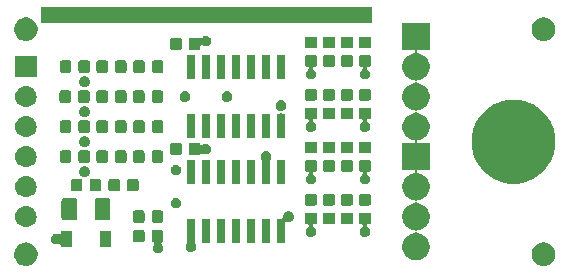
<source format=gbr>
G04 #@! TF.GenerationSoftware,KiCad,Pcbnew,5.1.2-f72e74a~84~ubuntu18.04.1*
G04 #@! TF.CreationDate,2019-06-21T19:35:54+10:00*
G04 #@! TF.ProjectId,axis-encoder,61786973-2d65-46e6-936f-6465722e6b69,21/06/19*
G04 #@! TF.SameCoordinates,Original*
G04 #@! TF.FileFunction,Soldermask,Top*
G04 #@! TF.FilePolarity,Negative*
%FSLAX46Y46*%
G04 Gerber Fmt 4.6, Leading zero omitted, Abs format (unit mm)*
G04 Created by KiCad (PCBNEW 5.1.2-f72e74a~84~ubuntu18.04.1) date 2019-06-21 19:35:54*
%MOMM*%
%LPD*%
G04 APERTURE LIST*
%ADD10C,0.100000*%
G04 APERTURE END LIST*
D10*
G36*
X153035000Y-87630000D02*
G01*
X125095000Y-87630000D01*
X125095000Y-86360000D01*
X153035000Y-86360000D01*
X153035000Y-87630000D01*
G37*
X153035000Y-87630000D02*
X125095000Y-87630000D01*
X125095000Y-86360000D01*
X153035000Y-86360000D01*
X153035000Y-87630000D01*
G36*
X167838657Y-106334924D02*
G01*
X167931689Y-106353429D01*
X168113678Y-106428811D01*
X168277463Y-106538249D01*
X168416751Y-106677537D01*
X168526189Y-106841322D01*
X168600459Y-107020627D01*
X168601571Y-107023312D01*
X168640000Y-107216507D01*
X168640000Y-107413493D01*
X168614381Y-107542290D01*
X168601571Y-107606689D01*
X168526189Y-107788678D01*
X168416751Y-107952463D01*
X168277463Y-108091751D01*
X168113678Y-108201189D01*
X167931689Y-108276571D01*
X167867290Y-108289381D01*
X167738493Y-108315000D01*
X167541507Y-108315000D01*
X167412710Y-108289381D01*
X167348311Y-108276571D01*
X167166322Y-108201189D01*
X167002537Y-108091751D01*
X166863249Y-107952463D01*
X166753811Y-107788678D01*
X166678429Y-107606689D01*
X166665619Y-107542290D01*
X166640000Y-107413493D01*
X166640000Y-107216507D01*
X166678429Y-107023312D01*
X166679541Y-107020627D01*
X166753811Y-106841322D01*
X166863249Y-106677537D01*
X167002537Y-106538249D01*
X167166322Y-106428811D01*
X167348311Y-106353429D01*
X167441343Y-106334924D01*
X167541507Y-106315000D01*
X167738493Y-106315000D01*
X167838657Y-106334924D01*
X167838657Y-106334924D01*
G37*
G36*
X124023657Y-106334924D02*
G01*
X124116689Y-106353429D01*
X124298678Y-106428811D01*
X124462463Y-106538249D01*
X124601751Y-106677537D01*
X124711189Y-106841322D01*
X124785459Y-107020627D01*
X124786571Y-107023312D01*
X124825000Y-107216507D01*
X124825000Y-107413493D01*
X124799381Y-107542290D01*
X124786571Y-107606689D01*
X124711189Y-107788678D01*
X124601751Y-107952463D01*
X124462463Y-108091751D01*
X124298678Y-108201189D01*
X124116689Y-108276571D01*
X124052290Y-108289381D01*
X123923493Y-108315000D01*
X123726507Y-108315000D01*
X123597710Y-108289381D01*
X123533311Y-108276571D01*
X123351322Y-108201189D01*
X123187537Y-108091751D01*
X123048249Y-107952463D01*
X122938811Y-107788678D01*
X122863429Y-107606689D01*
X122850619Y-107542290D01*
X122825000Y-107413493D01*
X122825000Y-107216507D01*
X122863429Y-107023312D01*
X122864541Y-107020627D01*
X122938811Y-106841322D01*
X123048249Y-106677537D01*
X123187537Y-106538249D01*
X123351322Y-106428811D01*
X123533311Y-106353429D01*
X123626343Y-106334924D01*
X123726507Y-106315000D01*
X123923493Y-106315000D01*
X124023657Y-106334924D01*
X124023657Y-106334924D01*
G37*
G36*
X157996000Y-90051000D02*
G01*
X157030993Y-90051000D01*
X157006607Y-90053402D01*
X156983158Y-90060515D01*
X156961547Y-90072066D01*
X156942605Y-90087611D01*
X156927060Y-90106553D01*
X156915509Y-90128164D01*
X156908396Y-90151613D01*
X156905994Y-90175999D01*
X156908396Y-90200385D01*
X156915509Y-90223834D01*
X156927060Y-90245445D01*
X156942605Y-90264387D01*
X156961547Y-90279932D01*
X156983158Y-90291483D01*
X157006608Y-90298596D01*
X157180734Y-90333232D01*
X157390203Y-90419997D01*
X157578720Y-90545960D01*
X157739040Y-90706280D01*
X157865003Y-90894797D01*
X157950784Y-91101890D01*
X157951768Y-91104267D01*
X157990621Y-91299591D01*
X157996000Y-91326636D01*
X157996000Y-91553364D01*
X157951768Y-91775734D01*
X157865003Y-91985203D01*
X157739040Y-92173720D01*
X157578720Y-92334040D01*
X157390203Y-92460003D01*
X157390202Y-92460004D01*
X157390201Y-92460004D01*
X157354789Y-92474672D01*
X157180734Y-92546768D01*
X157053161Y-92572144D01*
X156976448Y-92587403D01*
X156952999Y-92594516D01*
X156931388Y-92606067D01*
X156912446Y-92621612D01*
X156896901Y-92640554D01*
X156885350Y-92662165D01*
X156878237Y-92685614D01*
X156875835Y-92710000D01*
X156878237Y-92734386D01*
X156885350Y-92757835D01*
X156896901Y-92779446D01*
X156912446Y-92798388D01*
X156931388Y-92813933D01*
X156952999Y-92825484D01*
X156976448Y-92832597D01*
X157053161Y-92847856D01*
X157180734Y-92873232D01*
X157390203Y-92959997D01*
X157578720Y-93085960D01*
X157739040Y-93246280D01*
X157865003Y-93434797D01*
X157951768Y-93644266D01*
X157996000Y-93866636D01*
X157996000Y-94093364D01*
X157951768Y-94315734D01*
X157865003Y-94525203D01*
X157739040Y-94713720D01*
X157578720Y-94874040D01*
X157390203Y-95000003D01*
X157180734Y-95086768D01*
X157104710Y-95101890D01*
X156976448Y-95127403D01*
X156952999Y-95134516D01*
X156931388Y-95146067D01*
X156912446Y-95161612D01*
X156896901Y-95180554D01*
X156885350Y-95202165D01*
X156878237Y-95225614D01*
X156875835Y-95250000D01*
X156878237Y-95274386D01*
X156885350Y-95297835D01*
X156896901Y-95319446D01*
X156912446Y-95338388D01*
X156931388Y-95353933D01*
X156952999Y-95365484D01*
X156976448Y-95372597D01*
X157053161Y-95387856D01*
X157180734Y-95413232D01*
X157290206Y-95458577D01*
X157387775Y-95498991D01*
X157390203Y-95499997D01*
X157578720Y-95625960D01*
X157739040Y-95786280D01*
X157815369Y-95900515D01*
X157865004Y-95974799D01*
X157882488Y-96017009D01*
X157951768Y-96184266D01*
X157996000Y-96406636D01*
X157996000Y-96633364D01*
X157951768Y-96855734D01*
X157865003Y-97065203D01*
X157739040Y-97253720D01*
X157578720Y-97414040D01*
X157390203Y-97540003D01*
X157180734Y-97626768D01*
X157064192Y-97649950D01*
X157006607Y-97661404D01*
X156983158Y-97668517D01*
X156961547Y-97680068D01*
X156942605Y-97695613D01*
X156927060Y-97714555D01*
X156915509Y-97736166D01*
X156908396Y-97759615D01*
X156905994Y-97784001D01*
X156908396Y-97808387D01*
X156915509Y-97831836D01*
X156927060Y-97853447D01*
X156942605Y-97872389D01*
X156961547Y-97887934D01*
X156983158Y-97899485D01*
X157006607Y-97906598D01*
X157030993Y-97909000D01*
X157996000Y-97909000D01*
X157996000Y-100211000D01*
X157030993Y-100211000D01*
X157006607Y-100213402D01*
X156983158Y-100220515D01*
X156961547Y-100232066D01*
X156942605Y-100247611D01*
X156927060Y-100266553D01*
X156915509Y-100288164D01*
X156908396Y-100311613D01*
X156905994Y-100335999D01*
X156908396Y-100360385D01*
X156915509Y-100383834D01*
X156927060Y-100405445D01*
X156942605Y-100424387D01*
X156961547Y-100439932D01*
X156983158Y-100451483D01*
X157006607Y-100458596D01*
X157064192Y-100470050D01*
X157180734Y-100493232D01*
X157270574Y-100530445D01*
X157354792Y-100565329D01*
X157390203Y-100579997D01*
X157578720Y-100705960D01*
X157739040Y-100866280D01*
X157840776Y-101018539D01*
X157865004Y-101054799D01*
X157880997Y-101093409D01*
X157951768Y-101264266D01*
X157959246Y-101301860D01*
X157996000Y-101486635D01*
X157996000Y-101713365D01*
X157976557Y-101811110D01*
X157951768Y-101935734D01*
X157865003Y-102145203D01*
X157739040Y-102333720D01*
X157578720Y-102494040D01*
X157390203Y-102620003D01*
X157180734Y-102706768D01*
X157053161Y-102732144D01*
X156976448Y-102747403D01*
X156952999Y-102754516D01*
X156931388Y-102766067D01*
X156912446Y-102781612D01*
X156896901Y-102800554D01*
X156885350Y-102822165D01*
X156878237Y-102845614D01*
X156875835Y-102870000D01*
X156878237Y-102894386D01*
X156885350Y-102917835D01*
X156896901Y-102939446D01*
X156912446Y-102958388D01*
X156931388Y-102973933D01*
X156952999Y-102985484D01*
X156976448Y-102992597D01*
X157053161Y-103007856D01*
X157180734Y-103033232D01*
X157390203Y-103119997D01*
X157578720Y-103245960D01*
X157739040Y-103406280D01*
X157865003Y-103594797D01*
X157951768Y-103804266D01*
X157953028Y-103810599D01*
X157996000Y-104026635D01*
X157996000Y-104253365D01*
X157981122Y-104328160D01*
X157951768Y-104475734D01*
X157906554Y-104584890D01*
X157870774Y-104671272D01*
X157865003Y-104685203D01*
X157739040Y-104873720D01*
X157578720Y-105034040D01*
X157390203Y-105160003D01*
X157180734Y-105246768D01*
X157065482Y-105269693D01*
X156976448Y-105287403D01*
X156952999Y-105294516D01*
X156931388Y-105306067D01*
X156912446Y-105321612D01*
X156896901Y-105340554D01*
X156885350Y-105362165D01*
X156878237Y-105385614D01*
X156875835Y-105410000D01*
X156878237Y-105434386D01*
X156885350Y-105457835D01*
X156896901Y-105479446D01*
X156912446Y-105498388D01*
X156931388Y-105513933D01*
X156952999Y-105525484D01*
X156976448Y-105532597D01*
X157053161Y-105547856D01*
X157180734Y-105573232D01*
X157230872Y-105594000D01*
X157354792Y-105645329D01*
X157390203Y-105659997D01*
X157578720Y-105785960D01*
X157739040Y-105946280D01*
X157865003Y-106134797D01*
X157951768Y-106344266D01*
X157959405Y-106382662D01*
X157990354Y-106538249D01*
X157996000Y-106566636D01*
X157996000Y-106793364D01*
X157951768Y-107015734D01*
X157865003Y-107225203D01*
X157739040Y-107413720D01*
X157578720Y-107574040D01*
X157390203Y-107700003D01*
X157180734Y-107786768D01*
X157069549Y-107808884D01*
X156958365Y-107831000D01*
X156731635Y-107831000D01*
X156620451Y-107808884D01*
X156509266Y-107786768D01*
X156299797Y-107700003D01*
X156111280Y-107574040D01*
X155950960Y-107413720D01*
X155824997Y-107225203D01*
X155738232Y-107015734D01*
X155694000Y-106793364D01*
X155694000Y-106566636D01*
X155699647Y-106538249D01*
X155730595Y-106382662D01*
X155738232Y-106344266D01*
X155824997Y-106134797D01*
X155950960Y-105946280D01*
X156111280Y-105785960D01*
X156299797Y-105659997D01*
X156335209Y-105645329D01*
X156459128Y-105594000D01*
X156509266Y-105573232D01*
X156636839Y-105547856D01*
X156713552Y-105532597D01*
X156737001Y-105525484D01*
X156758612Y-105513933D01*
X156777554Y-105498388D01*
X156793099Y-105479446D01*
X156804650Y-105457835D01*
X156811763Y-105434386D01*
X156814165Y-105410000D01*
X156811763Y-105385614D01*
X156804650Y-105362165D01*
X156793099Y-105340554D01*
X156777554Y-105321612D01*
X156758612Y-105306067D01*
X156737001Y-105294516D01*
X156713552Y-105287403D01*
X156624518Y-105269693D01*
X156509266Y-105246768D01*
X156299797Y-105160003D01*
X156111280Y-105034040D01*
X155950960Y-104873720D01*
X155824997Y-104685203D01*
X155819227Y-104671272D01*
X155783446Y-104584890D01*
X155738232Y-104475734D01*
X155708878Y-104328160D01*
X155694000Y-104253365D01*
X155694000Y-104026635D01*
X155736972Y-103810599D01*
X155738232Y-103804266D01*
X155824997Y-103594797D01*
X155950960Y-103406280D01*
X156111280Y-103245960D01*
X156299797Y-103119997D01*
X156509266Y-103033232D01*
X156636839Y-103007856D01*
X156713552Y-102992597D01*
X156737001Y-102985484D01*
X156758612Y-102973933D01*
X156777554Y-102958388D01*
X156793099Y-102939446D01*
X156804650Y-102917835D01*
X156811763Y-102894386D01*
X156814165Y-102870000D01*
X156811763Y-102845614D01*
X156804650Y-102822165D01*
X156793099Y-102800554D01*
X156777554Y-102781612D01*
X156758612Y-102766067D01*
X156737001Y-102754516D01*
X156713552Y-102747403D01*
X156636839Y-102732144D01*
X156509266Y-102706768D01*
X156299797Y-102620003D01*
X156111280Y-102494040D01*
X155950960Y-102333720D01*
X155824997Y-102145203D01*
X155738232Y-101935734D01*
X155713443Y-101811110D01*
X155694000Y-101713365D01*
X155694000Y-101486635D01*
X155730754Y-101301860D01*
X155738232Y-101264266D01*
X155809003Y-101093409D01*
X155824996Y-101054799D01*
X155849224Y-101018539D01*
X155950960Y-100866280D01*
X156111280Y-100705960D01*
X156299797Y-100579997D01*
X156335209Y-100565329D01*
X156419426Y-100530445D01*
X156509266Y-100493232D01*
X156625808Y-100470050D01*
X156683393Y-100458596D01*
X156706842Y-100451483D01*
X156728453Y-100439932D01*
X156747395Y-100424387D01*
X156762940Y-100405445D01*
X156774491Y-100383834D01*
X156781604Y-100360385D01*
X156784006Y-100335999D01*
X156781604Y-100311613D01*
X156774491Y-100288164D01*
X156762940Y-100266553D01*
X156747395Y-100247611D01*
X156728453Y-100232066D01*
X156706842Y-100220515D01*
X156683393Y-100213402D01*
X156659007Y-100211000D01*
X155694000Y-100211000D01*
X155694000Y-97909000D01*
X156659007Y-97909000D01*
X156683393Y-97906598D01*
X156706842Y-97899485D01*
X156728453Y-97887934D01*
X156747395Y-97872389D01*
X156762940Y-97853447D01*
X156774491Y-97831836D01*
X156781604Y-97808387D01*
X156784006Y-97784001D01*
X156781604Y-97759615D01*
X156774491Y-97736166D01*
X156762940Y-97714555D01*
X156747395Y-97695613D01*
X156728453Y-97680068D01*
X156706842Y-97668517D01*
X156683393Y-97661404D01*
X156625808Y-97649950D01*
X156509266Y-97626768D01*
X156299797Y-97540003D01*
X156111280Y-97414040D01*
X155950960Y-97253720D01*
X155824997Y-97065203D01*
X155738232Y-96855734D01*
X155694000Y-96633364D01*
X155694000Y-96406636D01*
X155738232Y-96184266D01*
X155807512Y-96017009D01*
X155824996Y-95974799D01*
X155874631Y-95900515D01*
X155950960Y-95786280D01*
X156111280Y-95625960D01*
X156299797Y-95499997D01*
X156302226Y-95498991D01*
X156399794Y-95458577D01*
X156509266Y-95413232D01*
X156636839Y-95387856D01*
X156713552Y-95372597D01*
X156737001Y-95365484D01*
X156758612Y-95353933D01*
X156777554Y-95338388D01*
X156793099Y-95319446D01*
X156804650Y-95297835D01*
X156811763Y-95274386D01*
X156814165Y-95250000D01*
X156811763Y-95225614D01*
X156804650Y-95202165D01*
X156793099Y-95180554D01*
X156777554Y-95161612D01*
X156758612Y-95146067D01*
X156737001Y-95134516D01*
X156713552Y-95127403D01*
X156585290Y-95101890D01*
X156509266Y-95086768D01*
X156299797Y-95000003D01*
X156111280Y-94874040D01*
X155950960Y-94713720D01*
X155824997Y-94525203D01*
X155738232Y-94315734D01*
X155694000Y-94093364D01*
X155694000Y-93866636D01*
X155738232Y-93644266D01*
X155824997Y-93434797D01*
X155950960Y-93246280D01*
X156111280Y-93085960D01*
X156299797Y-92959997D01*
X156509266Y-92873232D01*
X156636839Y-92847856D01*
X156713552Y-92832597D01*
X156737001Y-92825484D01*
X156758612Y-92813933D01*
X156777554Y-92798388D01*
X156793099Y-92779446D01*
X156804650Y-92757835D01*
X156811763Y-92734386D01*
X156814165Y-92710000D01*
X156811763Y-92685614D01*
X156804650Y-92662165D01*
X156793099Y-92640554D01*
X156777554Y-92621612D01*
X156758612Y-92606067D01*
X156737001Y-92594516D01*
X156713552Y-92587403D01*
X156636839Y-92572144D01*
X156509266Y-92546768D01*
X156335211Y-92474672D01*
X156299799Y-92460004D01*
X156299798Y-92460004D01*
X156299797Y-92460003D01*
X156111280Y-92334040D01*
X155950960Y-92173720D01*
X155824997Y-91985203D01*
X155738232Y-91775734D01*
X155694000Y-91553364D01*
X155694000Y-91326636D01*
X155699380Y-91299591D01*
X155738232Y-91104267D01*
X155739217Y-91101890D01*
X155824997Y-90894797D01*
X155950960Y-90706280D01*
X156111280Y-90545960D01*
X156299797Y-90419997D01*
X156509266Y-90333232D01*
X156683392Y-90298596D01*
X156706842Y-90291483D01*
X156728453Y-90279932D01*
X156747395Y-90264387D01*
X156762940Y-90245445D01*
X156774491Y-90223834D01*
X156781604Y-90200385D01*
X156784006Y-90175999D01*
X156781604Y-90151613D01*
X156774491Y-90128164D01*
X156762940Y-90106553D01*
X156747395Y-90087611D01*
X156728453Y-90072066D01*
X156706842Y-90060515D01*
X156683393Y-90053402D01*
X156659007Y-90051000D01*
X155694000Y-90051000D01*
X155694000Y-87749000D01*
X157996000Y-87749000D01*
X157996000Y-90051000D01*
X157996000Y-90051000D01*
G37*
G36*
X135290091Y-105269085D02*
G01*
X135324069Y-105279393D01*
X135355390Y-105296134D01*
X135382839Y-105318661D01*
X135405366Y-105346110D01*
X135422107Y-105377431D01*
X135432415Y-105411409D01*
X135436500Y-105452890D01*
X135436500Y-106129110D01*
X135432415Y-106170591D01*
X135422107Y-106204569D01*
X135405366Y-106235890D01*
X135382839Y-106263339D01*
X135355392Y-106285864D01*
X135349119Y-106289217D01*
X135328745Y-106302831D01*
X135311418Y-106320158D01*
X135297804Y-106340532D01*
X135288427Y-106363171D01*
X135283646Y-106387204D01*
X135283646Y-106411708D01*
X135288426Y-106435742D01*
X135297803Y-106458381D01*
X135311417Y-106478755D01*
X135319655Y-106487845D01*
X135351315Y-106519505D01*
X135400672Y-106593373D01*
X135434669Y-106675448D01*
X135452000Y-106762579D01*
X135452000Y-106851421D01*
X135434669Y-106938552D01*
X135402699Y-107015733D01*
X135400671Y-107020629D01*
X135351314Y-107094496D01*
X135288496Y-107157314D01*
X135214629Y-107206671D01*
X135214628Y-107206672D01*
X135214627Y-107206672D01*
X135132552Y-107240669D01*
X135045421Y-107258000D01*
X134956579Y-107258000D01*
X134869448Y-107240669D01*
X134787373Y-107206672D01*
X134787372Y-107206672D01*
X134787371Y-107206671D01*
X134713504Y-107157314D01*
X134650686Y-107094496D01*
X134601329Y-107020629D01*
X134599301Y-107015733D01*
X134567331Y-106938552D01*
X134550000Y-106851421D01*
X134550000Y-106762579D01*
X134567331Y-106675448D01*
X134601328Y-106593373D01*
X134650685Y-106519505D01*
X134651305Y-106518885D01*
X134666850Y-106499943D01*
X134678401Y-106478332D01*
X134685514Y-106454883D01*
X134687916Y-106430497D01*
X134685514Y-106406111D01*
X134678401Y-106382662D01*
X134666850Y-106361051D01*
X134651305Y-106342109D01*
X134632363Y-106326564D01*
X134599205Y-106310881D01*
X134571930Y-106302607D01*
X134540610Y-106285866D01*
X134513161Y-106263339D01*
X134490634Y-106235890D01*
X134473893Y-106204569D01*
X134463585Y-106170591D01*
X134459500Y-106129110D01*
X134459500Y-105452890D01*
X134463585Y-105411409D01*
X134473893Y-105377431D01*
X134490634Y-105346110D01*
X134513161Y-105318661D01*
X134540610Y-105296134D01*
X134571931Y-105279393D01*
X134605909Y-105269085D01*
X134647390Y-105265000D01*
X135248610Y-105265000D01*
X135290091Y-105269085D01*
X135290091Y-105269085D01*
G37*
G36*
X138054928Y-104321764D02*
G01*
X138076009Y-104328160D01*
X138095445Y-104338548D01*
X138112476Y-104352524D01*
X138126452Y-104369555D01*
X138136840Y-104388991D01*
X138143236Y-104410072D01*
X138146000Y-104438140D01*
X138146000Y-106251860D01*
X138143236Y-106279925D01*
X138137559Y-106298639D01*
X138132779Y-106322672D01*
X138132779Y-106347176D01*
X138137559Y-106371209D01*
X138146937Y-106393848D01*
X138153243Y-106404370D01*
X138188200Y-106456686D01*
X138194672Y-106466373D01*
X138228669Y-106548448D01*
X138246000Y-106635579D01*
X138246000Y-106724421D01*
X138228669Y-106811552D01*
X138194672Y-106893627D01*
X138194671Y-106893629D01*
X138145314Y-106967496D01*
X138082496Y-107030314D01*
X138008629Y-107079671D01*
X138008628Y-107079672D01*
X138008627Y-107079672D01*
X137926552Y-107113669D01*
X137839421Y-107131000D01*
X137750579Y-107131000D01*
X137663448Y-107113669D01*
X137581373Y-107079672D01*
X137581372Y-107079672D01*
X137581371Y-107079671D01*
X137507504Y-107030314D01*
X137444686Y-106967496D01*
X137395329Y-106893629D01*
X137395328Y-106893627D01*
X137361331Y-106811552D01*
X137344000Y-106724421D01*
X137344000Y-106635579D01*
X137361331Y-106548448D01*
X137395328Y-106466373D01*
X137401801Y-106456686D01*
X137436757Y-106404370D01*
X137448308Y-106382759D01*
X137455421Y-106359310D01*
X137457823Y-106334924D01*
X137455421Y-106310538D01*
X137452441Y-106298639D01*
X137446764Y-106279925D01*
X137444000Y-106251860D01*
X137444000Y-104438140D01*
X137446764Y-104410072D01*
X137453160Y-104388991D01*
X137463548Y-104369555D01*
X137477524Y-104352524D01*
X137494555Y-104338548D01*
X137513991Y-104328160D01*
X137535072Y-104321764D01*
X137563140Y-104319000D01*
X138026860Y-104319000D01*
X138054928Y-104321764D01*
X138054928Y-104321764D01*
G37*
G36*
X127756000Y-106696000D02*
G01*
X126754000Y-106696000D01*
X126754000Y-106559104D01*
X126751598Y-106534718D01*
X126744485Y-106511269D01*
X126732934Y-106489658D01*
X126717389Y-106470716D01*
X126698447Y-106455171D01*
X126676836Y-106443620D01*
X126653387Y-106436507D01*
X126629001Y-106434105D01*
X126604615Y-106436507D01*
X126581165Y-106443620D01*
X126578631Y-106444670D01*
X126578629Y-106444671D01*
X126496552Y-106478668D01*
X126496551Y-106478668D01*
X126496549Y-106478669D01*
X126409421Y-106496000D01*
X126320579Y-106496000D01*
X126233448Y-106478669D01*
X126151373Y-106444672D01*
X126151372Y-106444672D01*
X126151371Y-106444671D01*
X126095485Y-106407329D01*
X126077505Y-106395315D01*
X126014685Y-106332495D01*
X125985768Y-106289217D01*
X125965329Y-106258629D01*
X125960235Y-106246332D01*
X125931331Y-106176552D01*
X125914000Y-106089421D01*
X125914000Y-106000579D01*
X125931331Y-105913448D01*
X125965328Y-105831373D01*
X126014685Y-105757505D01*
X126077505Y-105694685D01*
X126139153Y-105653493D01*
X126151371Y-105645329D01*
X126151373Y-105645328D01*
X126233448Y-105611331D01*
X126320579Y-105594000D01*
X126409421Y-105594000D01*
X126496549Y-105611331D01*
X126496551Y-105611332D01*
X126496552Y-105611332D01*
X126578629Y-105645329D01*
X126578631Y-105645330D01*
X126581165Y-105646380D01*
X126604614Y-105653493D01*
X126629000Y-105655895D01*
X126653387Y-105653493D01*
X126676836Y-105646380D01*
X126698446Y-105634829D01*
X126717388Y-105619284D01*
X126732934Y-105600342D01*
X126744485Y-105578732D01*
X126751598Y-105555283D01*
X126754000Y-105530896D01*
X126754000Y-105394000D01*
X127756000Y-105394000D01*
X127756000Y-106696000D01*
X127756000Y-106696000D01*
G37*
G36*
X131056000Y-106696000D02*
G01*
X130054000Y-106696000D01*
X130054000Y-105394000D01*
X131056000Y-105394000D01*
X131056000Y-106696000D01*
X131056000Y-106696000D01*
G37*
G36*
X144404928Y-104321764D02*
G01*
X144426009Y-104328160D01*
X144445445Y-104338548D01*
X144462476Y-104352524D01*
X144476452Y-104369555D01*
X144486840Y-104388991D01*
X144493236Y-104410072D01*
X144496000Y-104438140D01*
X144496000Y-106251860D01*
X144493236Y-106279928D01*
X144486840Y-106301009D01*
X144476452Y-106320445D01*
X144462476Y-106337476D01*
X144445445Y-106351452D01*
X144426009Y-106361840D01*
X144404928Y-106368236D01*
X144376860Y-106371000D01*
X143913140Y-106371000D01*
X143885072Y-106368236D01*
X143863991Y-106361840D01*
X143844555Y-106351452D01*
X143827524Y-106337476D01*
X143813548Y-106320445D01*
X143803160Y-106301009D01*
X143796764Y-106279928D01*
X143794000Y-106251860D01*
X143794000Y-104438140D01*
X143796764Y-104410072D01*
X143803160Y-104388991D01*
X143813548Y-104369555D01*
X143827524Y-104352524D01*
X143844555Y-104338548D01*
X143863991Y-104328160D01*
X143885072Y-104321764D01*
X143913140Y-104319000D01*
X144376860Y-104319000D01*
X144404928Y-104321764D01*
X144404928Y-104321764D01*
G37*
G36*
X146181552Y-103706331D02*
G01*
X146263627Y-103740328D01*
X146263629Y-103740329D01*
X146293680Y-103760409D01*
X146337495Y-103789685D01*
X146400315Y-103852505D01*
X146449672Y-103926373D01*
X146483669Y-104008448D01*
X146501000Y-104095579D01*
X146501000Y-104184421D01*
X146483669Y-104271552D01*
X146449672Y-104353627D01*
X146400315Y-104427495D01*
X146337495Y-104490315D01*
X146300813Y-104514825D01*
X146263629Y-104539671D01*
X146263628Y-104539672D01*
X146263627Y-104539672D01*
X146181552Y-104573669D01*
X146094421Y-104591000D01*
X146005578Y-104591000D01*
X145915384Y-104573060D01*
X145890998Y-104570658D01*
X145866612Y-104573060D01*
X145843163Y-104580173D01*
X145821553Y-104591725D01*
X145802611Y-104607270D01*
X145787066Y-104626212D01*
X145775515Y-104647823D01*
X145768402Y-104671272D01*
X145766000Y-104695657D01*
X145766000Y-106251860D01*
X145763236Y-106279928D01*
X145756840Y-106301009D01*
X145746452Y-106320445D01*
X145732476Y-106337476D01*
X145715445Y-106351452D01*
X145696009Y-106361840D01*
X145674928Y-106368236D01*
X145646860Y-106371000D01*
X145183140Y-106371000D01*
X145155072Y-106368236D01*
X145133991Y-106361840D01*
X145114555Y-106351452D01*
X145097524Y-106337476D01*
X145083548Y-106320445D01*
X145073160Y-106301009D01*
X145066764Y-106279928D01*
X145064000Y-106251860D01*
X145064000Y-104438140D01*
X145066764Y-104410072D01*
X145073160Y-104388991D01*
X145083548Y-104369555D01*
X145097524Y-104352524D01*
X145114555Y-104338548D01*
X145133991Y-104328160D01*
X145155072Y-104321764D01*
X145183140Y-104319000D01*
X145474001Y-104319000D01*
X145498387Y-104316598D01*
X145521836Y-104309485D01*
X145543447Y-104297934D01*
X145562389Y-104282389D01*
X145577934Y-104263447D01*
X145589485Y-104241836D01*
X145596598Y-104218387D01*
X145599000Y-104194001D01*
X145599000Y-104095579D01*
X145616331Y-104008448D01*
X145650328Y-103926373D01*
X145699685Y-103852505D01*
X145762505Y-103789685D01*
X145806320Y-103760409D01*
X145836371Y-103740329D01*
X145836373Y-103740328D01*
X145918448Y-103706331D01*
X146005579Y-103689000D01*
X146094421Y-103689000D01*
X146181552Y-103706331D01*
X146181552Y-103706331D01*
G37*
G36*
X143134928Y-104321764D02*
G01*
X143156009Y-104328160D01*
X143175445Y-104338548D01*
X143192476Y-104352524D01*
X143206452Y-104369555D01*
X143216840Y-104388991D01*
X143223236Y-104410072D01*
X143226000Y-104438140D01*
X143226000Y-106251860D01*
X143223236Y-106279928D01*
X143216840Y-106301009D01*
X143206452Y-106320445D01*
X143192476Y-106337476D01*
X143175445Y-106351452D01*
X143156009Y-106361840D01*
X143134928Y-106368236D01*
X143106860Y-106371000D01*
X142643140Y-106371000D01*
X142615072Y-106368236D01*
X142593991Y-106361840D01*
X142574555Y-106351452D01*
X142557524Y-106337476D01*
X142543548Y-106320445D01*
X142533160Y-106301009D01*
X142526764Y-106279928D01*
X142524000Y-106251860D01*
X142524000Y-104438140D01*
X142526764Y-104410072D01*
X142533160Y-104388991D01*
X142543548Y-104369555D01*
X142557524Y-104352524D01*
X142574555Y-104338548D01*
X142593991Y-104328160D01*
X142615072Y-104321764D01*
X142643140Y-104319000D01*
X143106860Y-104319000D01*
X143134928Y-104321764D01*
X143134928Y-104321764D01*
G37*
G36*
X141864928Y-104321764D02*
G01*
X141886009Y-104328160D01*
X141905445Y-104338548D01*
X141922476Y-104352524D01*
X141936452Y-104369555D01*
X141946840Y-104388991D01*
X141953236Y-104410072D01*
X141956000Y-104438140D01*
X141956000Y-106251860D01*
X141953236Y-106279928D01*
X141946840Y-106301009D01*
X141936452Y-106320445D01*
X141922476Y-106337476D01*
X141905445Y-106351452D01*
X141886009Y-106361840D01*
X141864928Y-106368236D01*
X141836860Y-106371000D01*
X141373140Y-106371000D01*
X141345072Y-106368236D01*
X141323991Y-106361840D01*
X141304555Y-106351452D01*
X141287524Y-106337476D01*
X141273548Y-106320445D01*
X141263160Y-106301009D01*
X141256764Y-106279928D01*
X141254000Y-106251860D01*
X141254000Y-104438140D01*
X141256764Y-104410072D01*
X141263160Y-104388991D01*
X141273548Y-104369555D01*
X141287524Y-104352524D01*
X141304555Y-104338548D01*
X141323991Y-104328160D01*
X141345072Y-104321764D01*
X141373140Y-104319000D01*
X141836860Y-104319000D01*
X141864928Y-104321764D01*
X141864928Y-104321764D01*
G37*
G36*
X140594928Y-104321764D02*
G01*
X140616009Y-104328160D01*
X140635445Y-104338548D01*
X140652476Y-104352524D01*
X140666452Y-104369555D01*
X140676840Y-104388991D01*
X140683236Y-104410072D01*
X140686000Y-104438140D01*
X140686000Y-106251860D01*
X140683236Y-106279928D01*
X140676840Y-106301009D01*
X140666452Y-106320445D01*
X140652476Y-106337476D01*
X140635445Y-106351452D01*
X140616009Y-106361840D01*
X140594928Y-106368236D01*
X140566860Y-106371000D01*
X140103140Y-106371000D01*
X140075072Y-106368236D01*
X140053991Y-106361840D01*
X140034555Y-106351452D01*
X140017524Y-106337476D01*
X140003548Y-106320445D01*
X139993160Y-106301009D01*
X139986764Y-106279928D01*
X139984000Y-106251860D01*
X139984000Y-104438140D01*
X139986764Y-104410072D01*
X139993160Y-104388991D01*
X140003548Y-104369555D01*
X140017524Y-104352524D01*
X140034555Y-104338548D01*
X140053991Y-104328160D01*
X140075072Y-104321764D01*
X140103140Y-104319000D01*
X140566860Y-104319000D01*
X140594928Y-104321764D01*
X140594928Y-104321764D01*
G37*
G36*
X139324928Y-104321764D02*
G01*
X139346009Y-104328160D01*
X139365445Y-104338548D01*
X139382476Y-104352524D01*
X139396452Y-104369555D01*
X139406840Y-104388991D01*
X139413236Y-104410072D01*
X139416000Y-104438140D01*
X139416000Y-106251860D01*
X139413236Y-106279928D01*
X139406840Y-106301009D01*
X139396452Y-106320445D01*
X139382476Y-106337476D01*
X139365445Y-106351452D01*
X139346009Y-106361840D01*
X139324928Y-106368236D01*
X139296860Y-106371000D01*
X138833140Y-106371000D01*
X138805072Y-106368236D01*
X138783991Y-106361840D01*
X138764555Y-106351452D01*
X138747524Y-106337476D01*
X138733548Y-106320445D01*
X138723160Y-106301009D01*
X138716764Y-106279928D01*
X138714000Y-106251860D01*
X138714000Y-104438140D01*
X138716764Y-104410072D01*
X138723160Y-104388991D01*
X138733548Y-104369555D01*
X138747524Y-104352524D01*
X138764555Y-104338548D01*
X138783991Y-104328160D01*
X138805072Y-104321764D01*
X138833140Y-104319000D01*
X139296860Y-104319000D01*
X139324928Y-104321764D01*
X139324928Y-104321764D01*
G37*
G36*
X133715091Y-105269085D02*
G01*
X133749069Y-105279393D01*
X133780390Y-105296134D01*
X133807839Y-105318661D01*
X133830366Y-105346110D01*
X133847107Y-105377431D01*
X133857415Y-105411409D01*
X133861500Y-105452890D01*
X133861500Y-106129110D01*
X133857415Y-106170591D01*
X133847107Y-106204569D01*
X133830366Y-106235890D01*
X133807839Y-106263339D01*
X133780390Y-106285866D01*
X133749069Y-106302607D01*
X133715091Y-106312915D01*
X133673610Y-106317000D01*
X133072390Y-106317000D01*
X133030909Y-106312915D01*
X132996931Y-106302607D01*
X132965610Y-106285866D01*
X132938161Y-106263339D01*
X132915634Y-106235890D01*
X132898893Y-106204569D01*
X132888585Y-106170591D01*
X132884500Y-106129110D01*
X132884500Y-105452890D01*
X132888585Y-105411409D01*
X132898893Y-105377431D01*
X132915634Y-105346110D01*
X132938161Y-105318661D01*
X132965610Y-105296134D01*
X132996931Y-105279393D01*
X133030909Y-105269085D01*
X133072390Y-105265000D01*
X133673610Y-105265000D01*
X133715091Y-105269085D01*
X133715091Y-105269085D01*
G37*
G36*
X148334591Y-103808085D02*
G01*
X148368569Y-103818393D01*
X148399890Y-103835134D01*
X148427339Y-103857661D01*
X148449866Y-103885110D01*
X148466607Y-103916431D01*
X148476915Y-103950409D01*
X148481000Y-103991890D01*
X148481000Y-104593110D01*
X148476915Y-104634591D01*
X148466607Y-104668569D01*
X148449866Y-104699890D01*
X148427339Y-104727339D01*
X148399890Y-104749866D01*
X148368569Y-104766607D01*
X148334591Y-104776915D01*
X148293110Y-104781000D01*
X148237481Y-104781000D01*
X148213095Y-104783402D01*
X148189646Y-104790515D01*
X148168035Y-104802066D01*
X148149093Y-104817611D01*
X148133548Y-104836553D01*
X148121997Y-104858164D01*
X148114884Y-104881613D01*
X148112482Y-104905999D01*
X148114884Y-104930385D01*
X148121997Y-104953834D01*
X148133548Y-104975445D01*
X148149093Y-104994387D01*
X148168035Y-105009932D01*
X148242494Y-105059684D01*
X148305315Y-105122505D01*
X148354672Y-105196373D01*
X148388669Y-105278448D01*
X148406000Y-105365579D01*
X148406000Y-105454421D01*
X148388669Y-105541552D01*
X148354672Y-105623627D01*
X148307193Y-105694685D01*
X148305314Y-105697496D01*
X148242496Y-105760314D01*
X148168629Y-105809671D01*
X148168628Y-105809672D01*
X148168627Y-105809672D01*
X148086552Y-105843669D01*
X147999421Y-105861000D01*
X147910579Y-105861000D01*
X147823448Y-105843669D01*
X147741373Y-105809672D01*
X147741372Y-105809672D01*
X147741371Y-105809671D01*
X147667504Y-105760314D01*
X147604686Y-105697496D01*
X147602808Y-105694685D01*
X147555328Y-105623627D01*
X147521331Y-105541552D01*
X147504000Y-105454421D01*
X147504000Y-105365579D01*
X147521331Y-105278448D01*
X147555328Y-105196373D01*
X147604685Y-105122505D01*
X147667506Y-105059684D01*
X147741965Y-105009932D01*
X147760907Y-104994386D01*
X147776452Y-104975444D01*
X147788003Y-104953834D01*
X147795116Y-104930385D01*
X147797518Y-104905999D01*
X147795116Y-104881613D01*
X147788003Y-104858164D01*
X147776452Y-104836553D01*
X147760906Y-104817611D01*
X147741964Y-104802066D01*
X147720354Y-104790515D01*
X147696905Y-104783402D01*
X147672519Y-104781000D01*
X147616890Y-104781000D01*
X147575409Y-104776915D01*
X147541431Y-104766607D01*
X147510110Y-104749866D01*
X147482661Y-104727339D01*
X147460134Y-104699890D01*
X147443393Y-104668569D01*
X147433085Y-104634591D01*
X147429000Y-104593110D01*
X147429000Y-103991890D01*
X147433085Y-103950409D01*
X147443393Y-103916431D01*
X147460134Y-103885110D01*
X147482661Y-103857661D01*
X147510110Y-103835134D01*
X147541431Y-103818393D01*
X147575409Y-103808085D01*
X147616890Y-103804000D01*
X148293110Y-103804000D01*
X148334591Y-103808085D01*
X148334591Y-103808085D01*
G37*
G36*
X152906591Y-103808085D02*
G01*
X152940569Y-103818393D01*
X152971890Y-103835134D01*
X152999339Y-103857661D01*
X153021866Y-103885110D01*
X153038607Y-103916431D01*
X153048915Y-103950409D01*
X153053000Y-103991890D01*
X153053000Y-104593110D01*
X153048915Y-104634591D01*
X153038607Y-104668569D01*
X153021866Y-104699890D01*
X152999339Y-104727339D01*
X152971890Y-104749866D01*
X152940569Y-104766607D01*
X152906591Y-104776915D01*
X152865110Y-104781000D01*
X152809481Y-104781000D01*
X152785095Y-104783402D01*
X152761646Y-104790515D01*
X152740035Y-104802066D01*
X152721093Y-104817611D01*
X152705548Y-104836553D01*
X152693997Y-104858164D01*
X152686884Y-104881613D01*
X152684482Y-104905999D01*
X152686884Y-104930385D01*
X152693997Y-104953834D01*
X152705548Y-104975445D01*
X152721093Y-104994387D01*
X152740035Y-105009932D01*
X152814494Y-105059684D01*
X152877315Y-105122505D01*
X152926672Y-105196373D01*
X152960669Y-105278448D01*
X152978000Y-105365579D01*
X152978000Y-105454421D01*
X152960669Y-105541552D01*
X152926672Y-105623627D01*
X152879193Y-105694685D01*
X152877314Y-105697496D01*
X152814496Y-105760314D01*
X152740629Y-105809671D01*
X152740628Y-105809672D01*
X152740627Y-105809672D01*
X152658552Y-105843669D01*
X152571421Y-105861000D01*
X152482579Y-105861000D01*
X152395448Y-105843669D01*
X152313373Y-105809672D01*
X152313372Y-105809672D01*
X152313371Y-105809671D01*
X152239504Y-105760314D01*
X152176686Y-105697496D01*
X152174808Y-105694685D01*
X152127328Y-105623627D01*
X152093331Y-105541552D01*
X152076000Y-105454421D01*
X152076000Y-105365579D01*
X152093331Y-105278448D01*
X152127328Y-105196373D01*
X152176685Y-105122505D01*
X152239506Y-105059684D01*
X152313965Y-105009932D01*
X152332907Y-104994386D01*
X152348452Y-104975444D01*
X152360003Y-104953834D01*
X152367116Y-104930385D01*
X152369518Y-104905999D01*
X152367116Y-104881613D01*
X152360003Y-104858164D01*
X152348452Y-104836553D01*
X152332906Y-104817611D01*
X152313964Y-104802066D01*
X152292354Y-104790515D01*
X152268905Y-104783402D01*
X152244519Y-104781000D01*
X152188890Y-104781000D01*
X152147409Y-104776915D01*
X152113431Y-104766607D01*
X152082110Y-104749866D01*
X152054661Y-104727339D01*
X152032134Y-104699890D01*
X152015393Y-104668569D01*
X152005085Y-104634591D01*
X152001000Y-104593110D01*
X152001000Y-103991890D01*
X152005085Y-103950409D01*
X152015393Y-103916431D01*
X152032134Y-103885110D01*
X152054661Y-103857661D01*
X152082110Y-103835134D01*
X152113431Y-103818393D01*
X152147409Y-103808085D01*
X152188890Y-103804000D01*
X152865110Y-103804000D01*
X152906591Y-103808085D01*
X152906591Y-103808085D01*
G37*
G36*
X123935443Y-103245519D02*
G01*
X124001627Y-103252037D01*
X124171466Y-103303557D01*
X124327991Y-103387222D01*
X124351213Y-103406280D01*
X124465186Y-103499814D01*
X124543135Y-103594797D01*
X124577778Y-103637009D01*
X124661443Y-103793534D01*
X124712963Y-103963373D01*
X124730359Y-104140000D01*
X124712963Y-104316627D01*
X124661443Y-104486466D01*
X124577778Y-104642991D01*
X124554568Y-104671272D01*
X124465186Y-104780186D01*
X124370168Y-104858164D01*
X124327991Y-104892778D01*
X124171466Y-104976443D01*
X124001627Y-105027963D01*
X123939925Y-105034040D01*
X123869260Y-105041000D01*
X123780740Y-105041000D01*
X123710075Y-105034040D01*
X123648373Y-105027963D01*
X123478534Y-104976443D01*
X123322009Y-104892778D01*
X123279832Y-104858164D01*
X123184814Y-104780186D01*
X123095432Y-104671272D01*
X123072222Y-104642991D01*
X122988557Y-104486466D01*
X122937037Y-104316627D01*
X122919641Y-104140000D01*
X122937037Y-103963373D01*
X122988557Y-103793534D01*
X123072222Y-103637009D01*
X123106865Y-103594797D01*
X123184814Y-103499814D01*
X123298787Y-103406280D01*
X123322009Y-103387222D01*
X123478534Y-103303557D01*
X123648373Y-103252037D01*
X123714558Y-103245518D01*
X123780740Y-103239000D01*
X123869260Y-103239000D01*
X123935443Y-103245519D01*
X123935443Y-103245519D01*
G37*
G36*
X149858591Y-103808085D02*
G01*
X149892569Y-103818393D01*
X149923890Y-103835134D01*
X149951339Y-103857661D01*
X149973866Y-103885110D01*
X149990607Y-103916431D01*
X150000915Y-103950409D01*
X150005000Y-103991890D01*
X150005000Y-104593110D01*
X150000915Y-104634591D01*
X149990607Y-104668569D01*
X149973866Y-104699890D01*
X149951339Y-104727339D01*
X149923890Y-104749866D01*
X149892569Y-104766607D01*
X149858591Y-104776915D01*
X149817110Y-104781000D01*
X149140890Y-104781000D01*
X149099409Y-104776915D01*
X149065431Y-104766607D01*
X149034110Y-104749866D01*
X149006661Y-104727339D01*
X148984134Y-104699890D01*
X148967393Y-104668569D01*
X148957085Y-104634591D01*
X148953000Y-104593110D01*
X148953000Y-103991890D01*
X148957085Y-103950409D01*
X148967393Y-103916431D01*
X148984134Y-103885110D01*
X149006661Y-103857661D01*
X149034110Y-103835134D01*
X149065431Y-103818393D01*
X149099409Y-103808085D01*
X149140890Y-103804000D01*
X149817110Y-103804000D01*
X149858591Y-103808085D01*
X149858591Y-103808085D01*
G37*
G36*
X151382591Y-103808085D02*
G01*
X151416569Y-103818393D01*
X151447890Y-103835134D01*
X151475339Y-103857661D01*
X151497866Y-103885110D01*
X151514607Y-103916431D01*
X151524915Y-103950409D01*
X151529000Y-103991890D01*
X151529000Y-104593110D01*
X151524915Y-104634591D01*
X151514607Y-104668569D01*
X151497866Y-104699890D01*
X151475339Y-104727339D01*
X151447890Y-104749866D01*
X151416569Y-104766607D01*
X151382591Y-104776915D01*
X151341110Y-104781000D01*
X150664890Y-104781000D01*
X150623409Y-104776915D01*
X150589431Y-104766607D01*
X150558110Y-104749866D01*
X150530661Y-104727339D01*
X150508134Y-104699890D01*
X150491393Y-104668569D01*
X150481085Y-104634591D01*
X150477000Y-104593110D01*
X150477000Y-103991890D01*
X150481085Y-103950409D01*
X150491393Y-103916431D01*
X150508134Y-103885110D01*
X150530661Y-103857661D01*
X150558110Y-103835134D01*
X150589431Y-103818393D01*
X150623409Y-103808085D01*
X150664890Y-103804000D01*
X151341110Y-103804000D01*
X151382591Y-103808085D01*
X151382591Y-103808085D01*
G37*
G36*
X133715091Y-103618085D02*
G01*
X133749069Y-103628393D01*
X133780390Y-103645134D01*
X133807839Y-103667661D01*
X133830366Y-103695110D01*
X133847107Y-103726431D01*
X133857415Y-103760409D01*
X133861500Y-103801890D01*
X133861500Y-104478110D01*
X133857415Y-104519591D01*
X133847107Y-104553569D01*
X133830366Y-104584890D01*
X133807839Y-104612339D01*
X133780390Y-104634866D01*
X133749069Y-104651607D01*
X133715091Y-104661915D01*
X133673610Y-104666000D01*
X133072390Y-104666000D01*
X133030909Y-104661915D01*
X132996931Y-104651607D01*
X132965610Y-104634866D01*
X132938161Y-104612339D01*
X132915634Y-104584890D01*
X132898893Y-104553569D01*
X132888585Y-104519591D01*
X132884500Y-104478110D01*
X132884500Y-103801890D01*
X132888585Y-103760409D01*
X132898893Y-103726431D01*
X132915634Y-103695110D01*
X132938161Y-103667661D01*
X132965610Y-103645134D01*
X132996931Y-103628393D01*
X133030909Y-103618085D01*
X133072390Y-103614000D01*
X133673610Y-103614000D01*
X133715091Y-103618085D01*
X133715091Y-103618085D01*
G37*
G36*
X135290091Y-103618085D02*
G01*
X135324069Y-103628393D01*
X135355390Y-103645134D01*
X135382839Y-103667661D01*
X135405366Y-103695110D01*
X135422107Y-103726431D01*
X135432415Y-103760409D01*
X135436500Y-103801890D01*
X135436500Y-104478110D01*
X135432415Y-104519591D01*
X135422107Y-104553569D01*
X135405366Y-104584890D01*
X135382839Y-104612339D01*
X135355390Y-104634866D01*
X135324069Y-104651607D01*
X135290091Y-104661915D01*
X135248610Y-104666000D01*
X134647390Y-104666000D01*
X134605909Y-104661915D01*
X134571931Y-104651607D01*
X134540610Y-104634866D01*
X134513161Y-104612339D01*
X134490634Y-104584890D01*
X134473893Y-104553569D01*
X134463585Y-104519591D01*
X134459500Y-104478110D01*
X134459500Y-103801890D01*
X134463585Y-103760409D01*
X134473893Y-103726431D01*
X134490634Y-103695110D01*
X134513161Y-103667661D01*
X134540610Y-103645134D01*
X134571931Y-103628393D01*
X134605909Y-103618085D01*
X134647390Y-103614000D01*
X135248610Y-103614000D01*
X135290091Y-103618085D01*
X135290091Y-103618085D01*
G37*
G36*
X128023604Y-102583347D02*
G01*
X128060144Y-102594432D01*
X128093821Y-102612433D01*
X128123341Y-102636659D01*
X128147567Y-102666179D01*
X128165568Y-102699856D01*
X128176653Y-102736396D01*
X128181000Y-102780538D01*
X128181000Y-104229462D01*
X128176653Y-104273604D01*
X128165568Y-104310144D01*
X128147567Y-104343821D01*
X128123341Y-104373341D01*
X128093821Y-104397567D01*
X128060144Y-104415568D01*
X128023604Y-104426653D01*
X127979462Y-104431000D01*
X127030538Y-104431000D01*
X126986396Y-104426653D01*
X126949856Y-104415568D01*
X126916179Y-104397567D01*
X126886659Y-104373341D01*
X126862433Y-104343821D01*
X126844432Y-104310144D01*
X126833347Y-104273604D01*
X126829000Y-104229462D01*
X126829000Y-102780538D01*
X126833347Y-102736396D01*
X126844432Y-102699856D01*
X126862433Y-102666179D01*
X126886659Y-102636659D01*
X126916179Y-102612433D01*
X126949856Y-102594432D01*
X126986396Y-102583347D01*
X127030538Y-102579000D01*
X127979462Y-102579000D01*
X128023604Y-102583347D01*
X128023604Y-102583347D01*
G37*
G36*
X130823604Y-102583347D02*
G01*
X130860144Y-102594432D01*
X130893821Y-102612433D01*
X130923341Y-102636659D01*
X130947567Y-102666179D01*
X130965568Y-102699856D01*
X130976653Y-102736396D01*
X130981000Y-102780538D01*
X130981000Y-104229462D01*
X130976653Y-104273604D01*
X130965568Y-104310144D01*
X130947567Y-104343821D01*
X130923341Y-104373341D01*
X130893821Y-104397567D01*
X130860144Y-104415568D01*
X130823604Y-104426653D01*
X130779462Y-104431000D01*
X129830538Y-104431000D01*
X129786396Y-104426653D01*
X129749856Y-104415568D01*
X129716179Y-104397567D01*
X129686659Y-104373341D01*
X129662433Y-104343821D01*
X129644432Y-104310144D01*
X129633347Y-104273604D01*
X129629000Y-104229462D01*
X129629000Y-102780538D01*
X129633347Y-102736396D01*
X129644432Y-102699856D01*
X129662433Y-102666179D01*
X129686659Y-102636659D01*
X129716179Y-102612433D01*
X129749856Y-102594432D01*
X129786396Y-102583347D01*
X129830538Y-102579000D01*
X130779462Y-102579000D01*
X130823604Y-102583347D01*
X130823604Y-102583347D01*
G37*
G36*
X136656552Y-102563331D02*
G01*
X136738627Y-102597328D01*
X136738629Y-102597329D01*
X136812496Y-102646686D01*
X136875314Y-102709504D01*
X136923496Y-102781612D01*
X136924672Y-102783373D01*
X136958669Y-102865448D01*
X136976000Y-102952579D01*
X136976000Y-103041421D01*
X136958669Y-103128552D01*
X136924672Y-103210627D01*
X136924671Y-103210629D01*
X136875314Y-103284496D01*
X136812496Y-103347314D01*
X136738629Y-103396671D01*
X136738628Y-103396672D01*
X136738627Y-103396672D01*
X136656552Y-103430669D01*
X136569421Y-103448000D01*
X136480579Y-103448000D01*
X136393448Y-103430669D01*
X136311373Y-103396672D01*
X136311372Y-103396672D01*
X136311371Y-103396671D01*
X136237504Y-103347314D01*
X136174686Y-103284496D01*
X136125329Y-103210629D01*
X136125328Y-103210627D01*
X136091331Y-103128552D01*
X136074000Y-103041421D01*
X136074000Y-102952579D01*
X136091331Y-102865448D01*
X136125328Y-102783373D01*
X136126505Y-102781612D01*
X136174686Y-102709504D01*
X136237504Y-102646686D01*
X136311371Y-102597329D01*
X136311373Y-102597328D01*
X136393448Y-102563331D01*
X136480579Y-102546000D01*
X136569421Y-102546000D01*
X136656552Y-102563331D01*
X136656552Y-102563331D01*
G37*
G36*
X149858591Y-102233085D02*
G01*
X149892569Y-102243393D01*
X149923890Y-102260134D01*
X149951339Y-102282661D01*
X149973866Y-102310110D01*
X149990607Y-102341431D01*
X150000915Y-102375409D01*
X150005000Y-102416890D01*
X150005000Y-103018110D01*
X150000915Y-103059591D01*
X149990607Y-103093569D01*
X149973866Y-103124890D01*
X149951339Y-103152339D01*
X149923890Y-103174866D01*
X149892569Y-103191607D01*
X149858591Y-103201915D01*
X149817110Y-103206000D01*
X149140890Y-103206000D01*
X149099409Y-103201915D01*
X149065431Y-103191607D01*
X149034110Y-103174866D01*
X149006661Y-103152339D01*
X148984134Y-103124890D01*
X148967393Y-103093569D01*
X148957085Y-103059591D01*
X148953000Y-103018110D01*
X148953000Y-102416890D01*
X148957085Y-102375409D01*
X148967393Y-102341431D01*
X148984134Y-102310110D01*
X149006661Y-102282661D01*
X149034110Y-102260134D01*
X149065431Y-102243393D01*
X149099409Y-102233085D01*
X149140890Y-102229000D01*
X149817110Y-102229000D01*
X149858591Y-102233085D01*
X149858591Y-102233085D01*
G37*
G36*
X148334591Y-102233085D02*
G01*
X148368569Y-102243393D01*
X148399890Y-102260134D01*
X148427339Y-102282661D01*
X148449866Y-102310110D01*
X148466607Y-102341431D01*
X148476915Y-102375409D01*
X148481000Y-102416890D01*
X148481000Y-103018110D01*
X148476915Y-103059591D01*
X148466607Y-103093569D01*
X148449866Y-103124890D01*
X148427339Y-103152339D01*
X148399890Y-103174866D01*
X148368569Y-103191607D01*
X148334591Y-103201915D01*
X148293110Y-103206000D01*
X147616890Y-103206000D01*
X147575409Y-103201915D01*
X147541431Y-103191607D01*
X147510110Y-103174866D01*
X147482661Y-103152339D01*
X147460134Y-103124890D01*
X147443393Y-103093569D01*
X147433085Y-103059591D01*
X147429000Y-103018110D01*
X147429000Y-102416890D01*
X147433085Y-102375409D01*
X147443393Y-102341431D01*
X147460134Y-102310110D01*
X147482661Y-102282661D01*
X147510110Y-102260134D01*
X147541431Y-102243393D01*
X147575409Y-102233085D01*
X147616890Y-102229000D01*
X148293110Y-102229000D01*
X148334591Y-102233085D01*
X148334591Y-102233085D01*
G37*
G36*
X151382591Y-102233085D02*
G01*
X151416569Y-102243393D01*
X151447890Y-102260134D01*
X151475339Y-102282661D01*
X151497866Y-102310110D01*
X151514607Y-102341431D01*
X151524915Y-102375409D01*
X151529000Y-102416890D01*
X151529000Y-103018110D01*
X151524915Y-103059591D01*
X151514607Y-103093569D01*
X151497866Y-103124890D01*
X151475339Y-103152339D01*
X151447890Y-103174866D01*
X151416569Y-103191607D01*
X151382591Y-103201915D01*
X151341110Y-103206000D01*
X150664890Y-103206000D01*
X150623409Y-103201915D01*
X150589431Y-103191607D01*
X150558110Y-103174866D01*
X150530661Y-103152339D01*
X150508134Y-103124890D01*
X150491393Y-103093569D01*
X150481085Y-103059591D01*
X150477000Y-103018110D01*
X150477000Y-102416890D01*
X150481085Y-102375409D01*
X150491393Y-102341431D01*
X150508134Y-102310110D01*
X150530661Y-102282661D01*
X150558110Y-102260134D01*
X150589431Y-102243393D01*
X150623409Y-102233085D01*
X150664890Y-102229000D01*
X151341110Y-102229000D01*
X151382591Y-102233085D01*
X151382591Y-102233085D01*
G37*
G36*
X152906591Y-102233085D02*
G01*
X152940569Y-102243393D01*
X152971890Y-102260134D01*
X152999339Y-102282661D01*
X153021866Y-102310110D01*
X153038607Y-102341431D01*
X153048915Y-102375409D01*
X153053000Y-102416890D01*
X153053000Y-103018110D01*
X153048915Y-103059591D01*
X153038607Y-103093569D01*
X153021866Y-103124890D01*
X152999339Y-103152339D01*
X152971890Y-103174866D01*
X152940569Y-103191607D01*
X152906591Y-103201915D01*
X152865110Y-103206000D01*
X152188890Y-103206000D01*
X152147409Y-103201915D01*
X152113431Y-103191607D01*
X152082110Y-103174866D01*
X152054661Y-103152339D01*
X152032134Y-103124890D01*
X152015393Y-103093569D01*
X152005085Y-103059591D01*
X152001000Y-103018110D01*
X152001000Y-102416890D01*
X152005085Y-102375409D01*
X152015393Y-102341431D01*
X152032134Y-102310110D01*
X152054661Y-102282661D01*
X152082110Y-102260134D01*
X152113431Y-102243393D01*
X152147409Y-102233085D01*
X152188890Y-102229000D01*
X152865110Y-102229000D01*
X152906591Y-102233085D01*
X152906591Y-102233085D01*
G37*
G36*
X123935443Y-100705519D02*
G01*
X124001627Y-100712037D01*
X124171466Y-100763557D01*
X124327991Y-100847222D01*
X124350872Y-100866000D01*
X124465186Y-100959814D01*
X124521234Y-101028110D01*
X124577778Y-101097009D01*
X124661443Y-101253534D01*
X124712963Y-101423373D01*
X124730359Y-101600000D01*
X124712963Y-101776627D01*
X124661443Y-101946466D01*
X124661442Y-101946468D01*
X124641056Y-101984607D01*
X124577778Y-102102991D01*
X124548448Y-102138729D01*
X124465186Y-102240186D01*
X124379982Y-102310110D01*
X124327991Y-102352778D01*
X124171466Y-102436443D01*
X124001627Y-102487963D01*
X123939925Y-102494040D01*
X123869260Y-102501000D01*
X123780740Y-102501000D01*
X123710075Y-102494040D01*
X123648373Y-102487963D01*
X123478534Y-102436443D01*
X123322009Y-102352778D01*
X123270018Y-102310110D01*
X123184814Y-102240186D01*
X123101552Y-102138729D01*
X123072222Y-102102991D01*
X123008944Y-101984607D01*
X122988558Y-101946468D01*
X122988557Y-101946466D01*
X122937037Y-101776627D01*
X122919641Y-101600000D01*
X122937037Y-101423373D01*
X122988557Y-101253534D01*
X123072222Y-101097009D01*
X123128766Y-101028110D01*
X123184814Y-100959814D01*
X123299128Y-100866000D01*
X123322009Y-100847222D01*
X123478534Y-100763557D01*
X123648373Y-100712037D01*
X123714557Y-100705519D01*
X123780740Y-100699000D01*
X123869260Y-100699000D01*
X123935443Y-100705519D01*
X123935443Y-100705519D01*
G37*
G36*
X133209591Y-100951085D02*
G01*
X133243569Y-100961393D01*
X133274890Y-100978134D01*
X133302339Y-101000661D01*
X133324866Y-101028110D01*
X133341607Y-101059431D01*
X133351915Y-101093409D01*
X133356000Y-101134890D01*
X133356000Y-101811110D01*
X133351915Y-101852591D01*
X133341607Y-101886569D01*
X133324866Y-101917890D01*
X133302339Y-101945339D01*
X133274890Y-101967866D01*
X133243569Y-101984607D01*
X133209591Y-101994915D01*
X133168110Y-101999000D01*
X132566890Y-101999000D01*
X132525409Y-101994915D01*
X132491431Y-101984607D01*
X132460110Y-101967866D01*
X132432661Y-101945339D01*
X132410134Y-101917890D01*
X132393393Y-101886569D01*
X132383085Y-101852591D01*
X132379000Y-101811110D01*
X132379000Y-101134890D01*
X132383085Y-101093409D01*
X132393393Y-101059431D01*
X132410134Y-101028110D01*
X132432661Y-101000661D01*
X132460110Y-100978134D01*
X132491431Y-100961393D01*
X132525409Y-100951085D01*
X132566890Y-100947000D01*
X133168110Y-100947000D01*
X133209591Y-100951085D01*
X133209591Y-100951085D01*
G37*
G36*
X131634591Y-100951085D02*
G01*
X131668569Y-100961393D01*
X131699890Y-100978134D01*
X131727339Y-101000661D01*
X131749866Y-101028110D01*
X131766607Y-101059431D01*
X131776915Y-101093409D01*
X131781000Y-101134890D01*
X131781000Y-101811110D01*
X131776915Y-101852591D01*
X131766607Y-101886569D01*
X131749866Y-101917890D01*
X131727339Y-101945339D01*
X131699890Y-101967866D01*
X131668569Y-101984607D01*
X131634591Y-101994915D01*
X131593110Y-101999000D01*
X130991890Y-101999000D01*
X130950409Y-101994915D01*
X130916431Y-101984607D01*
X130885110Y-101967866D01*
X130857661Y-101945339D01*
X130835134Y-101917890D01*
X130818393Y-101886569D01*
X130808085Y-101852591D01*
X130804000Y-101811110D01*
X130804000Y-101134890D01*
X130808085Y-101093409D01*
X130818393Y-101059431D01*
X130835134Y-101028110D01*
X130857661Y-101000661D01*
X130885110Y-100978134D01*
X130916431Y-100961393D01*
X130950409Y-100951085D01*
X130991890Y-100947000D01*
X131593110Y-100947000D01*
X131634591Y-100951085D01*
X131634591Y-100951085D01*
G37*
G36*
X130034591Y-100951085D02*
G01*
X130068569Y-100961393D01*
X130099890Y-100978134D01*
X130127339Y-101000661D01*
X130149866Y-101028110D01*
X130166607Y-101059431D01*
X130176915Y-101093409D01*
X130181000Y-101134890D01*
X130181000Y-101811110D01*
X130176915Y-101852591D01*
X130166607Y-101886569D01*
X130149866Y-101917890D01*
X130127339Y-101945339D01*
X130099890Y-101967866D01*
X130068569Y-101984607D01*
X130034591Y-101994915D01*
X129993110Y-101999000D01*
X129391890Y-101999000D01*
X129350409Y-101994915D01*
X129316431Y-101984607D01*
X129285110Y-101967866D01*
X129257661Y-101945339D01*
X129235134Y-101917890D01*
X129218393Y-101886569D01*
X129208085Y-101852591D01*
X129204000Y-101811110D01*
X129204000Y-101134890D01*
X129208085Y-101093409D01*
X129218393Y-101059431D01*
X129235134Y-101028110D01*
X129257661Y-101000661D01*
X129285110Y-100978134D01*
X129316431Y-100961393D01*
X129350409Y-100951085D01*
X129391890Y-100947000D01*
X129993110Y-100947000D01*
X130034591Y-100951085D01*
X130034591Y-100951085D01*
G37*
G36*
X128467482Y-100951863D02*
G01*
X128476023Y-100953562D01*
X128500527Y-100953564D01*
X128502276Y-100953216D01*
X128524775Y-100978040D01*
X128552339Y-101000661D01*
X128574866Y-101028110D01*
X128591607Y-101059431D01*
X128601915Y-101093409D01*
X128606000Y-101134890D01*
X128606000Y-101811110D01*
X128601915Y-101852591D01*
X128591607Y-101886569D01*
X128574866Y-101917890D01*
X128552339Y-101945339D01*
X128524890Y-101967866D01*
X128493569Y-101984607D01*
X128459591Y-101994915D01*
X128418110Y-101999000D01*
X127816890Y-101999000D01*
X127775409Y-101994915D01*
X127741431Y-101984607D01*
X127710110Y-101967866D01*
X127682661Y-101945339D01*
X127660134Y-101917890D01*
X127643393Y-101886569D01*
X127633085Y-101852591D01*
X127629000Y-101811110D01*
X127629000Y-101134890D01*
X127633085Y-101093409D01*
X127643393Y-101059431D01*
X127660134Y-101028110D01*
X127682661Y-101000661D01*
X127710110Y-100978134D01*
X127741431Y-100961393D01*
X127775409Y-100951085D01*
X127816890Y-100947000D01*
X128418110Y-100947000D01*
X128467482Y-100951863D01*
X128467482Y-100951863D01*
G37*
G36*
X138054928Y-99371764D02*
G01*
X138076009Y-99378160D01*
X138095445Y-99388548D01*
X138112476Y-99402524D01*
X138126452Y-99419555D01*
X138136840Y-99438991D01*
X138143236Y-99460072D01*
X138146000Y-99488140D01*
X138146000Y-101301860D01*
X138143236Y-101329928D01*
X138136840Y-101351009D01*
X138126452Y-101370445D01*
X138112476Y-101387476D01*
X138095445Y-101401452D01*
X138076009Y-101411840D01*
X138054928Y-101418236D01*
X138026860Y-101421000D01*
X137563140Y-101421000D01*
X137535072Y-101418236D01*
X137513991Y-101411840D01*
X137494555Y-101401452D01*
X137477524Y-101387476D01*
X137463548Y-101370445D01*
X137453160Y-101351009D01*
X137446764Y-101329928D01*
X137444000Y-101301860D01*
X137444000Y-99488140D01*
X137446764Y-99460072D01*
X137453160Y-99438991D01*
X137463548Y-99419555D01*
X137477524Y-99402524D01*
X137494555Y-99388548D01*
X137513991Y-99378160D01*
X137535072Y-99371764D01*
X137563140Y-99369000D01*
X138026860Y-99369000D01*
X138054928Y-99371764D01*
X138054928Y-99371764D01*
G37*
G36*
X139324928Y-99371764D02*
G01*
X139346009Y-99378160D01*
X139365445Y-99388548D01*
X139382476Y-99402524D01*
X139396452Y-99419555D01*
X139406840Y-99438991D01*
X139413236Y-99460072D01*
X139416000Y-99488140D01*
X139416000Y-101301860D01*
X139413236Y-101329928D01*
X139406840Y-101351009D01*
X139396452Y-101370445D01*
X139382476Y-101387476D01*
X139365445Y-101401452D01*
X139346009Y-101411840D01*
X139324928Y-101418236D01*
X139296860Y-101421000D01*
X138833140Y-101421000D01*
X138805072Y-101418236D01*
X138783991Y-101411840D01*
X138764555Y-101401452D01*
X138747524Y-101387476D01*
X138733548Y-101370445D01*
X138723160Y-101351009D01*
X138716764Y-101329928D01*
X138714000Y-101301860D01*
X138714000Y-99488140D01*
X138716764Y-99460072D01*
X138723160Y-99438991D01*
X138733548Y-99419555D01*
X138747524Y-99402524D01*
X138764555Y-99388548D01*
X138783991Y-99378160D01*
X138805072Y-99371764D01*
X138833140Y-99369000D01*
X139296860Y-99369000D01*
X139324928Y-99371764D01*
X139324928Y-99371764D01*
G37*
G36*
X140594928Y-99371764D02*
G01*
X140616009Y-99378160D01*
X140635445Y-99388548D01*
X140652476Y-99402524D01*
X140666452Y-99419555D01*
X140676840Y-99438991D01*
X140683236Y-99460072D01*
X140686000Y-99488140D01*
X140686000Y-101301860D01*
X140683236Y-101329928D01*
X140676840Y-101351009D01*
X140666452Y-101370445D01*
X140652476Y-101387476D01*
X140635445Y-101401452D01*
X140616009Y-101411840D01*
X140594928Y-101418236D01*
X140566860Y-101421000D01*
X140103140Y-101421000D01*
X140075072Y-101418236D01*
X140053991Y-101411840D01*
X140034555Y-101401452D01*
X140017524Y-101387476D01*
X140003548Y-101370445D01*
X139993160Y-101351009D01*
X139986764Y-101329928D01*
X139984000Y-101301860D01*
X139984000Y-99488140D01*
X139986764Y-99460072D01*
X139993160Y-99438991D01*
X140003548Y-99419555D01*
X140017524Y-99402524D01*
X140034555Y-99388548D01*
X140053991Y-99378160D01*
X140075072Y-99371764D01*
X140103140Y-99369000D01*
X140566860Y-99369000D01*
X140594928Y-99371764D01*
X140594928Y-99371764D01*
G37*
G36*
X144276552Y-98626331D02*
G01*
X144358627Y-98660328D01*
X144358629Y-98660329D01*
X144387904Y-98679890D01*
X144432495Y-98709685D01*
X144495315Y-98772505D01*
X144513945Y-98800387D01*
X144542050Y-98842448D01*
X144544672Y-98846373D01*
X144578669Y-98928448D01*
X144596000Y-99015579D01*
X144596000Y-99104421D01*
X144578669Y-99191552D01*
X144544672Y-99273627D01*
X144503243Y-99335630D01*
X144491692Y-99357241D01*
X144484579Y-99380690D01*
X144482177Y-99405076D01*
X144484579Y-99429462D01*
X144487559Y-99441361D01*
X144493236Y-99460075D01*
X144496000Y-99488140D01*
X144496000Y-101301860D01*
X144493236Y-101329928D01*
X144486840Y-101351009D01*
X144476452Y-101370445D01*
X144462476Y-101387476D01*
X144445445Y-101401452D01*
X144426009Y-101411840D01*
X144404928Y-101418236D01*
X144376860Y-101421000D01*
X143913140Y-101421000D01*
X143885072Y-101418236D01*
X143863991Y-101411840D01*
X143844555Y-101401452D01*
X143827524Y-101387476D01*
X143813548Y-101370445D01*
X143803160Y-101351009D01*
X143796764Y-101329928D01*
X143794000Y-101301860D01*
X143794000Y-99488140D01*
X143796764Y-99460075D01*
X143802441Y-99441361D01*
X143807221Y-99417328D01*
X143807221Y-99392824D01*
X143802441Y-99368791D01*
X143793063Y-99346152D01*
X143786757Y-99335630D01*
X143745328Y-99273627D01*
X143711331Y-99191552D01*
X143694000Y-99104421D01*
X143694000Y-99015579D01*
X143711331Y-98928448D01*
X143745328Y-98846373D01*
X143747951Y-98842448D01*
X143776055Y-98800387D01*
X143794685Y-98772505D01*
X143857505Y-98709685D01*
X143902096Y-98679890D01*
X143931371Y-98660329D01*
X143931373Y-98660328D01*
X144013448Y-98626331D01*
X144100579Y-98609000D01*
X144189421Y-98609000D01*
X144276552Y-98626331D01*
X144276552Y-98626331D01*
G37*
G36*
X145674928Y-99371764D02*
G01*
X145696009Y-99378160D01*
X145715445Y-99388548D01*
X145732476Y-99402524D01*
X145746452Y-99419555D01*
X145756840Y-99438991D01*
X145763236Y-99460072D01*
X145766000Y-99488140D01*
X145766000Y-101301860D01*
X145763236Y-101329928D01*
X145756840Y-101351009D01*
X145746452Y-101370445D01*
X145732476Y-101387476D01*
X145715445Y-101401452D01*
X145696009Y-101411840D01*
X145674928Y-101418236D01*
X145646860Y-101421000D01*
X145183140Y-101421000D01*
X145155072Y-101418236D01*
X145133991Y-101411840D01*
X145114555Y-101401452D01*
X145097524Y-101387476D01*
X145083548Y-101370445D01*
X145073160Y-101351009D01*
X145066764Y-101329928D01*
X145064000Y-101301860D01*
X145064000Y-99488140D01*
X145066764Y-99460072D01*
X145073160Y-99438991D01*
X145083548Y-99419555D01*
X145097524Y-99402524D01*
X145114555Y-99388548D01*
X145133991Y-99378160D01*
X145155072Y-99371764D01*
X145183140Y-99369000D01*
X145646860Y-99369000D01*
X145674928Y-99371764D01*
X145674928Y-99371764D01*
G37*
G36*
X141864928Y-99371764D02*
G01*
X141886009Y-99378160D01*
X141905445Y-99388548D01*
X141922476Y-99402524D01*
X141936452Y-99419555D01*
X141946840Y-99438991D01*
X141953236Y-99460072D01*
X141956000Y-99488140D01*
X141956000Y-101301860D01*
X141953236Y-101329928D01*
X141946840Y-101351009D01*
X141936452Y-101370445D01*
X141922476Y-101387476D01*
X141905445Y-101401452D01*
X141886009Y-101411840D01*
X141864928Y-101418236D01*
X141836860Y-101421000D01*
X141373140Y-101421000D01*
X141345072Y-101418236D01*
X141323991Y-101411840D01*
X141304555Y-101401452D01*
X141287524Y-101387476D01*
X141273548Y-101370445D01*
X141263160Y-101351009D01*
X141256764Y-101329928D01*
X141254000Y-101301860D01*
X141254000Y-99488140D01*
X141256764Y-99460072D01*
X141263160Y-99438991D01*
X141273548Y-99419555D01*
X141287524Y-99402524D01*
X141304555Y-99388548D01*
X141323991Y-99378160D01*
X141345072Y-99371764D01*
X141373140Y-99369000D01*
X141836860Y-99369000D01*
X141864928Y-99371764D01*
X141864928Y-99371764D01*
G37*
G36*
X143134928Y-99371764D02*
G01*
X143156009Y-99378160D01*
X143175445Y-99388548D01*
X143192476Y-99402524D01*
X143206452Y-99419555D01*
X143216840Y-99438991D01*
X143223236Y-99460072D01*
X143226000Y-99488140D01*
X143226000Y-101301860D01*
X143223236Y-101329928D01*
X143216840Y-101351009D01*
X143206452Y-101370445D01*
X143192476Y-101387476D01*
X143175445Y-101401452D01*
X143156009Y-101411840D01*
X143134928Y-101418236D01*
X143106860Y-101421000D01*
X142643140Y-101421000D01*
X142615072Y-101418236D01*
X142593991Y-101411840D01*
X142574555Y-101401452D01*
X142557524Y-101387476D01*
X142543548Y-101370445D01*
X142533160Y-101351009D01*
X142526764Y-101329928D01*
X142524000Y-101301860D01*
X142524000Y-99488140D01*
X142526764Y-99460072D01*
X142533160Y-99438991D01*
X142543548Y-99419555D01*
X142557524Y-99402524D01*
X142574555Y-99388548D01*
X142593991Y-99378160D01*
X142615072Y-99371764D01*
X142643140Y-99369000D01*
X143106860Y-99369000D01*
X143134928Y-99371764D01*
X143134928Y-99371764D01*
G37*
G36*
X148334591Y-99363085D02*
G01*
X148368569Y-99373393D01*
X148399890Y-99390134D01*
X148427339Y-99412661D01*
X148449866Y-99440110D01*
X148466607Y-99471431D01*
X148476915Y-99505409D01*
X148481000Y-99546890D01*
X148481000Y-100148110D01*
X148476915Y-100189591D01*
X148466607Y-100223569D01*
X148449866Y-100254890D01*
X148427339Y-100282339D01*
X148399890Y-100304866D01*
X148368569Y-100321607D01*
X148334591Y-100331915D01*
X148293110Y-100336000D01*
X148237481Y-100336000D01*
X148213095Y-100338402D01*
X148189646Y-100345515D01*
X148168035Y-100357066D01*
X148149093Y-100372611D01*
X148133548Y-100391553D01*
X148121997Y-100413164D01*
X148114884Y-100436613D01*
X148112482Y-100460999D01*
X148114884Y-100485385D01*
X148121997Y-100508834D01*
X148133548Y-100530445D01*
X148149093Y-100549387D01*
X148168035Y-100564932D01*
X148242494Y-100614684D01*
X148305315Y-100677505D01*
X148354672Y-100751373D01*
X148388669Y-100833448D01*
X148406000Y-100920579D01*
X148406000Y-101009421D01*
X148388669Y-101096552D01*
X148369181Y-101143599D01*
X148354671Y-101178629D01*
X148305314Y-101252496D01*
X148242496Y-101315314D01*
X148168629Y-101364671D01*
X148168628Y-101364672D01*
X148168627Y-101364672D01*
X148086552Y-101398669D01*
X147999421Y-101416000D01*
X147910579Y-101416000D01*
X147823448Y-101398669D01*
X147741373Y-101364672D01*
X147741372Y-101364672D01*
X147741371Y-101364671D01*
X147667504Y-101315314D01*
X147604686Y-101252496D01*
X147555329Y-101178629D01*
X147540819Y-101143599D01*
X147521331Y-101096552D01*
X147504000Y-101009421D01*
X147504000Y-100920579D01*
X147521331Y-100833448D01*
X147555328Y-100751373D01*
X147604685Y-100677505D01*
X147667506Y-100614684D01*
X147741965Y-100564932D01*
X147760907Y-100549386D01*
X147776452Y-100530444D01*
X147788003Y-100508834D01*
X147795116Y-100485385D01*
X147797518Y-100460999D01*
X147795116Y-100436613D01*
X147788003Y-100413164D01*
X147776452Y-100391553D01*
X147760906Y-100372611D01*
X147741964Y-100357066D01*
X147720354Y-100345515D01*
X147696905Y-100338402D01*
X147672519Y-100336000D01*
X147616890Y-100336000D01*
X147575409Y-100331915D01*
X147541431Y-100321607D01*
X147510110Y-100304866D01*
X147482661Y-100282339D01*
X147460134Y-100254890D01*
X147443393Y-100223569D01*
X147433085Y-100189591D01*
X147429000Y-100148110D01*
X147429000Y-99546890D01*
X147433085Y-99505409D01*
X147443393Y-99471431D01*
X147460134Y-99440110D01*
X147482661Y-99412661D01*
X147510110Y-99390134D01*
X147541431Y-99373393D01*
X147575409Y-99363085D01*
X147616890Y-99359000D01*
X148293110Y-99359000D01*
X148334591Y-99363085D01*
X148334591Y-99363085D01*
G37*
G36*
X152906591Y-99363085D02*
G01*
X152940569Y-99373393D01*
X152971890Y-99390134D01*
X152999339Y-99412661D01*
X153021866Y-99440110D01*
X153038607Y-99471431D01*
X153048915Y-99505409D01*
X153053000Y-99546890D01*
X153053000Y-100148110D01*
X153048915Y-100189591D01*
X153038607Y-100223569D01*
X153021866Y-100254890D01*
X152999339Y-100282339D01*
X152971890Y-100304866D01*
X152940569Y-100321607D01*
X152906591Y-100331915D01*
X152865110Y-100336000D01*
X152809481Y-100336000D01*
X152785095Y-100338402D01*
X152761646Y-100345515D01*
X152740035Y-100357066D01*
X152721093Y-100372611D01*
X152705548Y-100391553D01*
X152693997Y-100413164D01*
X152686884Y-100436613D01*
X152684482Y-100460999D01*
X152686884Y-100485385D01*
X152693997Y-100508834D01*
X152705548Y-100530445D01*
X152721093Y-100549387D01*
X152740035Y-100564932D01*
X152814494Y-100614684D01*
X152877315Y-100677505D01*
X152926672Y-100751373D01*
X152960669Y-100833448D01*
X152978000Y-100920579D01*
X152978000Y-101009421D01*
X152960669Y-101096552D01*
X152941181Y-101143599D01*
X152926671Y-101178629D01*
X152877314Y-101252496D01*
X152814496Y-101315314D01*
X152740629Y-101364671D01*
X152740628Y-101364672D01*
X152740627Y-101364672D01*
X152658552Y-101398669D01*
X152571421Y-101416000D01*
X152482579Y-101416000D01*
X152395448Y-101398669D01*
X152313373Y-101364672D01*
X152313372Y-101364672D01*
X152313371Y-101364671D01*
X152239504Y-101315314D01*
X152176686Y-101252496D01*
X152127329Y-101178629D01*
X152112819Y-101143599D01*
X152093331Y-101096552D01*
X152076000Y-101009421D01*
X152076000Y-100920579D01*
X152093331Y-100833448D01*
X152127328Y-100751373D01*
X152176685Y-100677505D01*
X152239506Y-100614684D01*
X152313965Y-100564932D01*
X152332907Y-100549386D01*
X152348452Y-100530444D01*
X152360003Y-100508834D01*
X152367116Y-100485385D01*
X152369518Y-100460999D01*
X152367116Y-100436613D01*
X152360003Y-100413164D01*
X152348452Y-100391553D01*
X152332906Y-100372611D01*
X152313964Y-100357066D01*
X152292354Y-100345515D01*
X152268905Y-100338402D01*
X152244519Y-100336000D01*
X152188890Y-100336000D01*
X152147409Y-100331915D01*
X152113431Y-100321607D01*
X152082110Y-100304866D01*
X152054661Y-100282339D01*
X152032134Y-100254890D01*
X152015393Y-100223569D01*
X152005085Y-100189591D01*
X152001000Y-100148110D01*
X152001000Y-99546890D01*
X152005085Y-99505409D01*
X152015393Y-99471431D01*
X152032134Y-99440110D01*
X152054661Y-99412661D01*
X152082110Y-99390134D01*
X152113431Y-99373393D01*
X152147409Y-99363085D01*
X152188890Y-99359000D01*
X152865110Y-99359000D01*
X152906591Y-99363085D01*
X152906591Y-99363085D01*
G37*
G36*
X166135787Y-94375462D02*
G01*
X166269867Y-94431000D01*
X166782029Y-94643144D01*
X167363631Y-95031758D01*
X167858242Y-95526369D01*
X168246856Y-96107971D01*
X168370567Y-96406636D01*
X168514538Y-96754213D01*
X168651000Y-97440256D01*
X168651000Y-98139744D01*
X168514538Y-98825787D01*
X168507637Y-98842448D01*
X168246856Y-99472029D01*
X167858242Y-100053631D01*
X167363631Y-100548242D01*
X166782029Y-100936856D01*
X166325068Y-101126135D01*
X166135787Y-101204538D01*
X165449744Y-101341000D01*
X164750256Y-101341000D01*
X164064213Y-101204538D01*
X163874932Y-101126135D01*
X163417971Y-100936856D01*
X162836369Y-100548242D01*
X162341758Y-100053631D01*
X161953144Y-99472029D01*
X161692363Y-98842448D01*
X161685462Y-98825787D01*
X161549000Y-98139744D01*
X161549000Y-97440256D01*
X161685462Y-96754213D01*
X161829433Y-96406636D01*
X161953144Y-96107971D01*
X162341758Y-95526369D01*
X162836369Y-95031758D01*
X163417971Y-94643144D01*
X163930133Y-94431000D01*
X164064213Y-94375462D01*
X164750256Y-94239000D01*
X165449744Y-94239000D01*
X166135787Y-94375462D01*
X166135787Y-94375462D01*
G37*
G36*
X128909552Y-99896331D02*
G01*
X128991627Y-99930328D01*
X128991629Y-99930329D01*
X129065496Y-99979686D01*
X129128314Y-100042504D01*
X129161220Y-100091750D01*
X129177672Y-100116373D01*
X129211669Y-100198448D01*
X129229000Y-100285579D01*
X129229000Y-100374421D01*
X129211669Y-100461552D01*
X129183132Y-100530445D01*
X129177671Y-100543629D01*
X129163171Y-100565329D01*
X129128315Y-100617495D01*
X129065495Y-100680315D01*
X129037531Y-100699000D01*
X128991629Y-100729671D01*
X128991628Y-100729672D01*
X128991627Y-100729672D01*
X128909552Y-100763669D01*
X128822421Y-100781000D01*
X128733579Y-100781000D01*
X128640651Y-100762516D01*
X128628456Y-100758817D01*
X128604070Y-100756416D01*
X128590198Y-100757783D01*
X128584913Y-100749873D01*
X128567587Y-100732545D01*
X128557729Y-100725233D01*
X128490506Y-100680316D01*
X128427685Y-100617495D01*
X128392829Y-100565329D01*
X128378329Y-100543629D01*
X128372868Y-100530445D01*
X128344331Y-100461552D01*
X128327000Y-100374421D01*
X128327000Y-100285579D01*
X128344331Y-100198448D01*
X128378328Y-100116373D01*
X128394781Y-100091750D01*
X128427686Y-100042504D01*
X128490504Y-99979686D01*
X128564371Y-99930329D01*
X128564373Y-99930328D01*
X128646448Y-99896331D01*
X128733579Y-99879000D01*
X128822421Y-99879000D01*
X128909552Y-99896331D01*
X128909552Y-99896331D01*
G37*
G36*
X136656552Y-99769331D02*
G01*
X136738627Y-99803328D01*
X136738629Y-99803329D01*
X136812496Y-99852686D01*
X136875314Y-99915504D01*
X136918200Y-99979686D01*
X136924672Y-99989373D01*
X136958669Y-100071448D01*
X136976000Y-100158579D01*
X136976000Y-100247421D01*
X136958669Y-100334552D01*
X136938255Y-100383834D01*
X136924671Y-100416629D01*
X136875314Y-100490496D01*
X136812496Y-100553314D01*
X136738629Y-100602671D01*
X136738628Y-100602672D01*
X136738627Y-100602672D01*
X136656552Y-100636669D01*
X136569421Y-100654000D01*
X136480579Y-100654000D01*
X136393448Y-100636669D01*
X136311373Y-100602672D01*
X136311372Y-100602672D01*
X136311371Y-100602671D01*
X136237504Y-100553314D01*
X136174686Y-100490496D01*
X136125329Y-100416629D01*
X136111745Y-100383834D01*
X136091331Y-100334552D01*
X136074000Y-100247421D01*
X136074000Y-100158579D01*
X136091331Y-100071448D01*
X136125328Y-99989373D01*
X136131801Y-99979686D01*
X136174686Y-99915504D01*
X136237504Y-99852686D01*
X136311371Y-99803329D01*
X136311373Y-99803328D01*
X136393448Y-99769331D01*
X136480579Y-99752000D01*
X136569421Y-99752000D01*
X136656552Y-99769331D01*
X136656552Y-99769331D01*
G37*
G36*
X151382591Y-99363085D02*
G01*
X151416569Y-99373393D01*
X151447890Y-99390134D01*
X151475339Y-99412661D01*
X151497866Y-99440110D01*
X151514607Y-99471431D01*
X151524915Y-99505409D01*
X151529000Y-99546890D01*
X151529000Y-100148110D01*
X151524915Y-100189591D01*
X151514607Y-100223569D01*
X151497866Y-100254890D01*
X151475339Y-100282339D01*
X151447890Y-100304866D01*
X151416569Y-100321607D01*
X151382591Y-100331915D01*
X151341110Y-100336000D01*
X150664890Y-100336000D01*
X150623409Y-100331915D01*
X150589431Y-100321607D01*
X150558110Y-100304866D01*
X150530661Y-100282339D01*
X150508134Y-100254890D01*
X150491393Y-100223569D01*
X150481085Y-100189591D01*
X150477000Y-100148110D01*
X150477000Y-99546890D01*
X150481085Y-99505409D01*
X150491393Y-99471431D01*
X150508134Y-99440110D01*
X150530661Y-99412661D01*
X150558110Y-99390134D01*
X150589431Y-99373393D01*
X150623409Y-99363085D01*
X150664890Y-99359000D01*
X151341110Y-99359000D01*
X151382591Y-99363085D01*
X151382591Y-99363085D01*
G37*
G36*
X149858591Y-99363085D02*
G01*
X149892569Y-99373393D01*
X149923890Y-99390134D01*
X149951339Y-99412661D01*
X149973866Y-99440110D01*
X149990607Y-99471431D01*
X150000915Y-99505409D01*
X150005000Y-99546890D01*
X150005000Y-100148110D01*
X150000915Y-100189591D01*
X149990607Y-100223569D01*
X149973866Y-100254890D01*
X149951339Y-100282339D01*
X149923890Y-100304866D01*
X149892569Y-100321607D01*
X149858591Y-100331915D01*
X149817110Y-100336000D01*
X149140890Y-100336000D01*
X149099409Y-100331915D01*
X149065431Y-100321607D01*
X149034110Y-100304866D01*
X149006661Y-100282339D01*
X148984134Y-100254890D01*
X148967393Y-100223569D01*
X148957085Y-100189591D01*
X148953000Y-100148110D01*
X148953000Y-99546890D01*
X148957085Y-99505409D01*
X148967393Y-99471431D01*
X148984134Y-99440110D01*
X149006661Y-99412661D01*
X149034110Y-99390134D01*
X149065431Y-99373393D01*
X149099409Y-99363085D01*
X149140890Y-99359000D01*
X149817110Y-99359000D01*
X149858591Y-99363085D01*
X149858591Y-99363085D01*
G37*
G36*
X123935443Y-98165519D02*
G01*
X124001627Y-98172037D01*
X124171466Y-98223557D01*
X124327991Y-98307222D01*
X124363729Y-98336552D01*
X124465186Y-98419814D01*
X124544738Y-98516750D01*
X124577778Y-98557009D01*
X124661443Y-98713534D01*
X124712963Y-98883373D01*
X124730359Y-99060000D01*
X124712963Y-99236627D01*
X124661443Y-99406466D01*
X124661442Y-99406468D01*
X124649151Y-99429462D01*
X124577778Y-99562991D01*
X124562746Y-99581307D01*
X124465186Y-99700186D01*
X124380931Y-99769331D01*
X124327991Y-99812778D01*
X124171466Y-99896443D01*
X124001627Y-99947963D01*
X123935443Y-99954481D01*
X123869260Y-99961000D01*
X123780740Y-99961000D01*
X123714557Y-99954481D01*
X123648373Y-99947963D01*
X123478534Y-99896443D01*
X123322009Y-99812778D01*
X123269069Y-99769331D01*
X123184814Y-99700186D01*
X123087254Y-99581307D01*
X123072222Y-99562991D01*
X123000849Y-99429462D01*
X122988558Y-99406468D01*
X122988557Y-99406466D01*
X122937037Y-99236627D01*
X122919641Y-99060000D01*
X122937037Y-98883373D01*
X122988557Y-98713534D01*
X123072222Y-98557009D01*
X123105262Y-98516750D01*
X123184814Y-98419814D01*
X123286271Y-98336552D01*
X123322009Y-98307222D01*
X123478534Y-98223557D01*
X123648373Y-98172037D01*
X123714557Y-98165519D01*
X123780740Y-98159000D01*
X123869260Y-98159000D01*
X123935443Y-98165519D01*
X123935443Y-98165519D01*
G37*
G36*
X135290091Y-98538085D02*
G01*
X135324069Y-98548393D01*
X135355390Y-98565134D01*
X135382839Y-98587661D01*
X135405366Y-98615110D01*
X135422107Y-98646431D01*
X135432415Y-98680409D01*
X135436500Y-98721890D01*
X135436500Y-99398110D01*
X135432415Y-99439591D01*
X135422107Y-99473569D01*
X135405366Y-99504890D01*
X135382839Y-99532339D01*
X135355390Y-99554866D01*
X135324069Y-99571607D01*
X135290091Y-99581915D01*
X135248610Y-99586000D01*
X134647390Y-99586000D01*
X134605909Y-99581915D01*
X134571931Y-99571607D01*
X134540610Y-99554866D01*
X134513161Y-99532339D01*
X134490634Y-99504890D01*
X134473893Y-99473569D01*
X134463585Y-99439591D01*
X134459500Y-99398110D01*
X134459500Y-98721890D01*
X134463585Y-98680409D01*
X134473893Y-98646431D01*
X134490634Y-98615110D01*
X134513161Y-98587661D01*
X134540610Y-98565134D01*
X134571931Y-98548393D01*
X134605909Y-98538085D01*
X134647390Y-98534000D01*
X135248610Y-98534000D01*
X135290091Y-98538085D01*
X135290091Y-98538085D01*
G37*
G36*
X133715091Y-98538085D02*
G01*
X133749069Y-98548393D01*
X133780390Y-98565134D01*
X133807839Y-98587661D01*
X133830366Y-98615110D01*
X133847107Y-98646431D01*
X133857415Y-98680409D01*
X133861500Y-98721890D01*
X133861500Y-99398110D01*
X133857415Y-99439591D01*
X133847107Y-99473569D01*
X133830366Y-99504890D01*
X133807839Y-99532339D01*
X133780390Y-99554866D01*
X133749069Y-99571607D01*
X133715091Y-99581915D01*
X133673610Y-99586000D01*
X133072390Y-99586000D01*
X133030909Y-99581915D01*
X132996931Y-99571607D01*
X132965610Y-99554866D01*
X132938161Y-99532339D01*
X132915634Y-99504890D01*
X132898893Y-99473569D01*
X132888585Y-99439591D01*
X132884500Y-99398110D01*
X132884500Y-98721890D01*
X132888585Y-98680409D01*
X132898893Y-98646431D01*
X132915634Y-98615110D01*
X132938161Y-98587661D01*
X132965610Y-98565134D01*
X132996931Y-98548393D01*
X133030909Y-98538085D01*
X133072390Y-98534000D01*
X133673610Y-98534000D01*
X133715091Y-98538085D01*
X133715091Y-98538085D01*
G37*
G36*
X132193591Y-98538085D02*
G01*
X132227569Y-98548393D01*
X132258890Y-98565134D01*
X132286339Y-98587661D01*
X132308866Y-98615110D01*
X132325607Y-98646431D01*
X132335915Y-98680409D01*
X132340000Y-98721890D01*
X132340000Y-99398110D01*
X132335915Y-99439591D01*
X132325607Y-99473569D01*
X132308866Y-99504890D01*
X132286339Y-99532339D01*
X132258890Y-99554866D01*
X132227569Y-99571607D01*
X132193591Y-99581915D01*
X132152110Y-99586000D01*
X131550890Y-99586000D01*
X131509409Y-99581915D01*
X131475431Y-99571607D01*
X131444110Y-99554866D01*
X131416661Y-99532339D01*
X131394134Y-99504890D01*
X131377393Y-99473569D01*
X131367085Y-99439591D01*
X131363000Y-99398110D01*
X131363000Y-98721890D01*
X131367085Y-98680409D01*
X131377393Y-98646431D01*
X131394134Y-98615110D01*
X131416661Y-98587661D01*
X131444110Y-98565134D01*
X131475431Y-98548393D01*
X131509409Y-98538085D01*
X131550890Y-98534000D01*
X132152110Y-98534000D01*
X132193591Y-98538085D01*
X132193591Y-98538085D01*
G37*
G36*
X127522091Y-98538085D02*
G01*
X127556069Y-98548393D01*
X127587390Y-98565134D01*
X127614839Y-98587661D01*
X127637366Y-98615110D01*
X127654107Y-98646431D01*
X127664415Y-98680409D01*
X127668500Y-98721890D01*
X127668500Y-99398110D01*
X127664415Y-99439591D01*
X127654107Y-99473569D01*
X127637366Y-99504890D01*
X127614839Y-99532339D01*
X127587390Y-99554866D01*
X127556069Y-99571607D01*
X127522091Y-99581915D01*
X127480610Y-99586000D01*
X126879390Y-99586000D01*
X126837909Y-99581915D01*
X126803931Y-99571607D01*
X126772610Y-99554866D01*
X126745161Y-99532339D01*
X126722634Y-99504890D01*
X126705893Y-99473569D01*
X126695585Y-99439591D01*
X126691500Y-99398110D01*
X126691500Y-98721890D01*
X126695585Y-98680409D01*
X126705893Y-98646431D01*
X126722634Y-98615110D01*
X126745161Y-98587661D01*
X126772610Y-98565134D01*
X126803931Y-98548393D01*
X126837909Y-98538085D01*
X126879390Y-98534000D01*
X127480610Y-98534000D01*
X127522091Y-98538085D01*
X127522091Y-98538085D01*
G37*
G36*
X129097091Y-98538085D02*
G01*
X129131069Y-98548393D01*
X129162390Y-98565134D01*
X129189839Y-98587661D01*
X129212366Y-98615110D01*
X129229107Y-98646431D01*
X129239415Y-98680409D01*
X129243500Y-98721890D01*
X129243500Y-99398110D01*
X129239415Y-99439591D01*
X129229107Y-99473569D01*
X129212366Y-99504890D01*
X129189839Y-99532339D01*
X129162390Y-99554866D01*
X129131069Y-99571607D01*
X129097091Y-99581915D01*
X129055610Y-99586000D01*
X128454390Y-99586000D01*
X128412909Y-99581915D01*
X128378931Y-99571607D01*
X128347610Y-99554866D01*
X128320161Y-99532339D01*
X128297634Y-99504890D01*
X128280893Y-99473569D01*
X128270585Y-99439591D01*
X128266500Y-99398110D01*
X128266500Y-98721890D01*
X128270585Y-98680409D01*
X128280893Y-98646431D01*
X128297634Y-98615110D01*
X128320161Y-98587661D01*
X128347610Y-98565134D01*
X128378931Y-98548393D01*
X128412909Y-98538085D01*
X128454390Y-98534000D01*
X129055610Y-98534000D01*
X129097091Y-98538085D01*
X129097091Y-98538085D01*
G37*
G36*
X130618591Y-98538085D02*
G01*
X130652569Y-98548393D01*
X130683890Y-98565134D01*
X130711339Y-98587661D01*
X130733866Y-98615110D01*
X130750607Y-98646431D01*
X130760915Y-98680409D01*
X130765000Y-98721890D01*
X130765000Y-99398110D01*
X130760915Y-99439591D01*
X130750607Y-99473569D01*
X130733866Y-99504890D01*
X130711339Y-99532339D01*
X130683890Y-99554866D01*
X130652569Y-99571607D01*
X130618591Y-99581915D01*
X130577110Y-99586000D01*
X129975890Y-99586000D01*
X129934409Y-99581915D01*
X129900431Y-99571607D01*
X129869110Y-99554866D01*
X129841661Y-99532339D01*
X129819134Y-99504890D01*
X129802393Y-99473569D01*
X129792085Y-99439591D01*
X129788000Y-99398110D01*
X129788000Y-98721890D01*
X129792085Y-98680409D01*
X129802393Y-98646431D01*
X129819134Y-98615110D01*
X129841661Y-98587661D01*
X129869110Y-98565134D01*
X129900431Y-98548393D01*
X129934409Y-98538085D01*
X129975890Y-98534000D01*
X130577110Y-98534000D01*
X130618591Y-98538085D01*
X130618591Y-98538085D01*
G37*
G36*
X136867091Y-97903085D02*
G01*
X136901069Y-97913393D01*
X136932390Y-97930134D01*
X136959839Y-97952661D01*
X136982366Y-97980110D01*
X136999107Y-98011431D01*
X137009415Y-98045409D01*
X137013500Y-98086890D01*
X137013500Y-98763110D01*
X137009415Y-98804591D01*
X136999107Y-98838569D01*
X136982366Y-98869890D01*
X136959839Y-98897339D01*
X136932390Y-98919866D01*
X136901069Y-98936607D01*
X136867091Y-98946915D01*
X136825610Y-98951000D01*
X136224390Y-98951000D01*
X136182909Y-98946915D01*
X136148931Y-98936607D01*
X136117610Y-98919866D01*
X136090161Y-98897339D01*
X136067634Y-98869890D01*
X136050893Y-98838569D01*
X136040585Y-98804591D01*
X136036500Y-98763110D01*
X136036500Y-98086890D01*
X136040585Y-98045409D01*
X136050893Y-98011431D01*
X136067634Y-97980110D01*
X136090161Y-97952661D01*
X136117610Y-97930134D01*
X136148931Y-97913393D01*
X136182909Y-97903085D01*
X136224390Y-97899000D01*
X136825610Y-97899000D01*
X136867091Y-97903085D01*
X136867091Y-97903085D01*
G37*
G36*
X138442091Y-97903085D02*
G01*
X138476069Y-97913393D01*
X138507390Y-97930134D01*
X138534839Y-97952661D01*
X138557366Y-97980110D01*
X138574107Y-98011431D01*
X138575631Y-98016454D01*
X138585009Y-98039093D01*
X138598623Y-98059467D01*
X138615950Y-98076794D01*
X138636324Y-98090407D01*
X138658963Y-98099784D01*
X138682997Y-98104564D01*
X138707501Y-98104564D01*
X138731534Y-98099783D01*
X138754173Y-98090405D01*
X138766896Y-98080969D01*
X138767268Y-98081525D01*
X138830772Y-98039093D01*
X138851371Y-98025329D01*
X138851373Y-98025328D01*
X138933448Y-97991331D01*
X139020579Y-97974000D01*
X139109421Y-97974000D01*
X139196552Y-97991331D01*
X139278627Y-98025328D01*
X139278629Y-98025329D01*
X139299228Y-98039093D01*
X139352495Y-98074685D01*
X139415315Y-98137505D01*
X139464672Y-98211373D01*
X139498669Y-98293448D01*
X139516000Y-98380579D01*
X139516000Y-98469421D01*
X139498669Y-98556552D01*
X139474628Y-98614591D01*
X139464671Y-98638629D01*
X139459458Y-98646431D01*
X139415315Y-98712495D01*
X139352495Y-98775315D01*
X139315813Y-98799825D01*
X139278629Y-98824671D01*
X139278628Y-98824672D01*
X139278627Y-98824672D01*
X139196552Y-98858669D01*
X139109421Y-98876000D01*
X139020579Y-98876000D01*
X138933448Y-98858669D01*
X138851373Y-98824672D01*
X138851372Y-98824672D01*
X138851371Y-98824671D01*
X138834655Y-98813501D01*
X138770296Y-98770499D01*
X138764693Y-98765900D01*
X138743082Y-98754349D01*
X138719633Y-98747236D01*
X138695247Y-98744834D01*
X138670861Y-98747236D01*
X138647412Y-98754349D01*
X138625801Y-98765900D01*
X138606859Y-98781445D01*
X138591314Y-98800387D01*
X138575631Y-98833546D01*
X138574107Y-98838569D01*
X138557366Y-98869890D01*
X138534839Y-98897339D01*
X138507390Y-98919866D01*
X138476069Y-98936607D01*
X138442091Y-98946915D01*
X138400610Y-98951000D01*
X137799390Y-98951000D01*
X137757909Y-98946915D01*
X137723931Y-98936607D01*
X137692610Y-98919866D01*
X137665161Y-98897339D01*
X137642634Y-98869890D01*
X137625893Y-98838569D01*
X137615585Y-98804591D01*
X137611500Y-98763110D01*
X137611500Y-98086890D01*
X137615585Y-98045409D01*
X137625893Y-98011431D01*
X137642634Y-97980110D01*
X137665161Y-97952661D01*
X137692610Y-97930134D01*
X137723931Y-97913393D01*
X137757909Y-97903085D01*
X137799390Y-97899000D01*
X138400610Y-97899000D01*
X138442091Y-97903085D01*
X138442091Y-97903085D01*
G37*
G36*
X149858591Y-97788085D02*
G01*
X149892569Y-97798393D01*
X149923890Y-97815134D01*
X149951339Y-97837661D01*
X149973866Y-97865110D01*
X149990607Y-97896431D01*
X150000915Y-97930409D01*
X150005000Y-97971890D01*
X150005000Y-98573110D01*
X150000915Y-98614591D01*
X149990607Y-98648569D01*
X149973866Y-98679890D01*
X149951339Y-98707339D01*
X149923890Y-98729866D01*
X149892569Y-98746607D01*
X149858591Y-98756915D01*
X149817110Y-98761000D01*
X149140890Y-98761000D01*
X149099409Y-98756915D01*
X149065431Y-98746607D01*
X149034110Y-98729866D01*
X149006661Y-98707339D01*
X148984134Y-98679890D01*
X148967393Y-98648569D01*
X148957085Y-98614591D01*
X148953000Y-98573110D01*
X148953000Y-97971890D01*
X148957085Y-97930409D01*
X148967393Y-97896431D01*
X148984134Y-97865110D01*
X149006661Y-97837661D01*
X149034110Y-97815134D01*
X149065431Y-97798393D01*
X149099409Y-97788085D01*
X149140890Y-97784000D01*
X149817110Y-97784000D01*
X149858591Y-97788085D01*
X149858591Y-97788085D01*
G37*
G36*
X151382591Y-97788085D02*
G01*
X151416569Y-97798393D01*
X151447890Y-97815134D01*
X151475339Y-97837661D01*
X151497866Y-97865110D01*
X151514607Y-97896431D01*
X151524915Y-97930409D01*
X151529000Y-97971890D01*
X151529000Y-98573110D01*
X151524915Y-98614591D01*
X151514607Y-98648569D01*
X151497866Y-98679890D01*
X151475339Y-98707339D01*
X151447890Y-98729866D01*
X151416569Y-98746607D01*
X151382591Y-98756915D01*
X151341110Y-98761000D01*
X150664890Y-98761000D01*
X150623409Y-98756915D01*
X150589431Y-98746607D01*
X150558110Y-98729866D01*
X150530661Y-98707339D01*
X150508134Y-98679890D01*
X150491393Y-98648569D01*
X150481085Y-98614591D01*
X150477000Y-98573110D01*
X150477000Y-97971890D01*
X150481085Y-97930409D01*
X150491393Y-97896431D01*
X150508134Y-97865110D01*
X150530661Y-97837661D01*
X150558110Y-97815134D01*
X150589431Y-97798393D01*
X150623409Y-97788085D01*
X150664890Y-97784000D01*
X151341110Y-97784000D01*
X151382591Y-97788085D01*
X151382591Y-97788085D01*
G37*
G36*
X152906591Y-97788085D02*
G01*
X152940569Y-97798393D01*
X152971890Y-97815134D01*
X152999339Y-97837661D01*
X153021866Y-97865110D01*
X153038607Y-97896431D01*
X153048915Y-97930409D01*
X153053000Y-97971890D01*
X153053000Y-98573110D01*
X153048915Y-98614591D01*
X153038607Y-98648569D01*
X153021866Y-98679890D01*
X152999339Y-98707339D01*
X152971890Y-98729866D01*
X152940569Y-98746607D01*
X152906591Y-98756915D01*
X152865110Y-98761000D01*
X152188890Y-98761000D01*
X152147409Y-98756915D01*
X152113431Y-98746607D01*
X152082110Y-98729866D01*
X152054661Y-98707339D01*
X152032134Y-98679890D01*
X152015393Y-98648569D01*
X152005085Y-98614591D01*
X152001000Y-98573110D01*
X152001000Y-97971890D01*
X152005085Y-97930409D01*
X152015393Y-97896431D01*
X152032134Y-97865110D01*
X152054661Y-97837661D01*
X152082110Y-97815134D01*
X152113431Y-97798393D01*
X152147409Y-97788085D01*
X152188890Y-97784000D01*
X152865110Y-97784000D01*
X152906591Y-97788085D01*
X152906591Y-97788085D01*
G37*
G36*
X148334591Y-97788085D02*
G01*
X148368569Y-97798393D01*
X148399890Y-97815134D01*
X148427339Y-97837661D01*
X148449866Y-97865110D01*
X148466607Y-97896431D01*
X148476915Y-97930409D01*
X148481000Y-97971890D01*
X148481000Y-98573110D01*
X148476915Y-98614591D01*
X148466607Y-98648569D01*
X148449866Y-98679890D01*
X148427339Y-98707339D01*
X148399890Y-98729866D01*
X148368569Y-98746607D01*
X148334591Y-98756915D01*
X148293110Y-98761000D01*
X147616890Y-98761000D01*
X147575409Y-98756915D01*
X147541431Y-98746607D01*
X147510110Y-98729866D01*
X147482661Y-98707339D01*
X147460134Y-98679890D01*
X147443393Y-98648569D01*
X147433085Y-98614591D01*
X147429000Y-98573110D01*
X147429000Y-97971890D01*
X147433085Y-97930409D01*
X147443393Y-97896431D01*
X147460134Y-97865110D01*
X147482661Y-97837661D01*
X147510110Y-97815134D01*
X147541431Y-97798393D01*
X147575409Y-97788085D01*
X147616890Y-97784000D01*
X148293110Y-97784000D01*
X148334591Y-97788085D01*
X148334591Y-97788085D01*
G37*
G36*
X128909552Y-97356331D02*
G01*
X128990661Y-97389928D01*
X128991629Y-97390329D01*
X129018020Y-97407963D01*
X129065495Y-97439685D01*
X129128315Y-97502505D01*
X129177672Y-97576373D01*
X129211669Y-97658448D01*
X129229000Y-97745579D01*
X129229000Y-97834421D01*
X129211669Y-97921552D01*
X129182765Y-97991331D01*
X129177671Y-98003629D01*
X129153974Y-98039093D01*
X129130193Y-98074685D01*
X129128314Y-98077496D01*
X129065496Y-98140314D01*
X128991629Y-98189671D01*
X128991628Y-98189672D01*
X128991627Y-98189672D01*
X128909552Y-98223669D01*
X128822421Y-98241000D01*
X128733579Y-98241000D01*
X128646448Y-98223669D01*
X128564373Y-98189672D01*
X128564372Y-98189672D01*
X128564371Y-98189671D01*
X128490504Y-98140314D01*
X128427686Y-98077496D01*
X128425808Y-98074685D01*
X128402026Y-98039093D01*
X128378329Y-98003629D01*
X128373235Y-97991331D01*
X128344331Y-97921552D01*
X128327000Y-97834421D01*
X128327000Y-97745579D01*
X128344331Y-97658448D01*
X128378328Y-97576373D01*
X128427685Y-97502505D01*
X128490505Y-97439685D01*
X128537980Y-97407963D01*
X128564371Y-97390329D01*
X128565339Y-97389928D01*
X128646448Y-97356331D01*
X128733579Y-97339000D01*
X128822421Y-97339000D01*
X128909552Y-97356331D01*
X128909552Y-97356331D01*
G37*
G36*
X144404928Y-95431764D02*
G01*
X144426009Y-95438160D01*
X144445445Y-95448548D01*
X144462476Y-95462524D01*
X144476452Y-95479555D01*
X144486840Y-95498991D01*
X144493236Y-95520072D01*
X144496000Y-95548140D01*
X144496000Y-97361860D01*
X144493236Y-97389928D01*
X144486840Y-97411009D01*
X144476452Y-97430445D01*
X144462476Y-97447476D01*
X144445445Y-97461452D01*
X144426009Y-97471840D01*
X144404928Y-97478236D01*
X144376860Y-97481000D01*
X143913140Y-97481000D01*
X143885072Y-97478236D01*
X143863991Y-97471840D01*
X143844555Y-97461452D01*
X143827524Y-97447476D01*
X143813548Y-97430445D01*
X143803160Y-97411009D01*
X143796764Y-97389928D01*
X143794000Y-97361860D01*
X143794000Y-95548140D01*
X143796764Y-95520072D01*
X143803160Y-95498991D01*
X143813548Y-95479555D01*
X143827524Y-95462524D01*
X143844555Y-95448548D01*
X143863991Y-95438160D01*
X143885072Y-95431764D01*
X143913140Y-95429000D01*
X144376860Y-95429000D01*
X144404928Y-95431764D01*
X144404928Y-95431764D01*
G37*
G36*
X138054928Y-95431764D02*
G01*
X138076009Y-95438160D01*
X138095445Y-95448548D01*
X138112476Y-95462524D01*
X138126452Y-95479555D01*
X138136840Y-95498991D01*
X138143236Y-95520072D01*
X138146000Y-95548140D01*
X138146000Y-97361860D01*
X138143236Y-97389928D01*
X138136840Y-97411009D01*
X138126452Y-97430445D01*
X138112476Y-97447476D01*
X138095445Y-97461452D01*
X138076009Y-97471840D01*
X138054928Y-97478236D01*
X138026860Y-97481000D01*
X137563140Y-97481000D01*
X137535072Y-97478236D01*
X137513991Y-97471840D01*
X137494555Y-97461452D01*
X137477524Y-97447476D01*
X137463548Y-97430445D01*
X137453160Y-97411009D01*
X137446764Y-97389928D01*
X137444000Y-97361860D01*
X137444000Y-95548140D01*
X137446764Y-95520072D01*
X137453160Y-95498991D01*
X137463548Y-95479555D01*
X137477524Y-95462524D01*
X137494555Y-95448548D01*
X137513991Y-95438160D01*
X137535072Y-95431764D01*
X137563140Y-95429000D01*
X138026860Y-95429000D01*
X138054928Y-95431764D01*
X138054928Y-95431764D01*
G37*
G36*
X139324928Y-95431764D02*
G01*
X139346009Y-95438160D01*
X139365445Y-95448548D01*
X139382476Y-95462524D01*
X139396452Y-95479555D01*
X139406840Y-95498991D01*
X139413236Y-95520072D01*
X139416000Y-95548140D01*
X139416000Y-97361860D01*
X139413236Y-97389928D01*
X139406840Y-97411009D01*
X139396452Y-97430445D01*
X139382476Y-97447476D01*
X139365445Y-97461452D01*
X139346009Y-97471840D01*
X139324928Y-97478236D01*
X139296860Y-97481000D01*
X138833140Y-97481000D01*
X138805072Y-97478236D01*
X138783991Y-97471840D01*
X138764555Y-97461452D01*
X138747524Y-97447476D01*
X138733548Y-97430445D01*
X138723160Y-97411009D01*
X138716764Y-97389928D01*
X138714000Y-97361860D01*
X138714000Y-95548140D01*
X138716764Y-95520072D01*
X138723160Y-95498991D01*
X138733548Y-95479555D01*
X138747524Y-95462524D01*
X138764555Y-95448548D01*
X138783991Y-95438160D01*
X138805072Y-95431764D01*
X138833140Y-95429000D01*
X139296860Y-95429000D01*
X139324928Y-95431764D01*
X139324928Y-95431764D01*
G37*
G36*
X145546552Y-94308331D02*
G01*
X145628627Y-94342328D01*
X145628629Y-94342329D01*
X145647921Y-94355220D01*
X145702495Y-94391685D01*
X145765315Y-94454505D01*
X145814672Y-94528373D01*
X145848669Y-94610448D01*
X145866000Y-94697579D01*
X145866000Y-94786421D01*
X145848669Y-94873552D01*
X145819018Y-94945134D01*
X145814671Y-94955629D01*
X145765314Y-95029496D01*
X145702496Y-95092314D01*
X145628629Y-95141671D01*
X145628628Y-95141672D01*
X145628627Y-95141672D01*
X145546552Y-95175669D01*
X145517719Y-95181404D01*
X145494270Y-95188517D01*
X145472660Y-95200068D01*
X145453718Y-95215613D01*
X145438172Y-95234555D01*
X145426621Y-95256166D01*
X145419508Y-95279615D01*
X145417106Y-95304001D01*
X145419508Y-95328387D01*
X145426621Y-95351836D01*
X145438172Y-95373446D01*
X145453717Y-95392388D01*
X145472659Y-95407934D01*
X145494270Y-95419485D01*
X145517719Y-95426598D01*
X145542105Y-95429000D01*
X145646860Y-95429000D01*
X145674928Y-95431764D01*
X145696009Y-95438160D01*
X145715445Y-95448548D01*
X145732476Y-95462524D01*
X145746452Y-95479555D01*
X145756840Y-95498991D01*
X145763236Y-95520072D01*
X145766000Y-95548140D01*
X145766000Y-97361860D01*
X145763236Y-97389928D01*
X145756840Y-97411009D01*
X145746452Y-97430445D01*
X145732476Y-97447476D01*
X145715445Y-97461452D01*
X145696009Y-97471840D01*
X145674928Y-97478236D01*
X145646860Y-97481000D01*
X145183140Y-97481000D01*
X145155072Y-97478236D01*
X145133991Y-97471840D01*
X145114555Y-97461452D01*
X145097524Y-97447476D01*
X145083548Y-97430445D01*
X145073160Y-97411009D01*
X145066764Y-97389928D01*
X145064000Y-97361860D01*
X145064000Y-95548140D01*
X145066764Y-95520072D01*
X145073160Y-95498991D01*
X145083548Y-95479555D01*
X145097524Y-95462524D01*
X145114555Y-95448548D01*
X145133991Y-95438160D01*
X145155072Y-95431764D01*
X145183140Y-95429000D01*
X145287895Y-95429000D01*
X145312281Y-95426598D01*
X145335730Y-95419485D01*
X145357341Y-95407934D01*
X145376283Y-95392389D01*
X145391828Y-95373447D01*
X145403379Y-95351836D01*
X145410492Y-95328387D01*
X145412894Y-95304001D01*
X145410492Y-95279615D01*
X145403379Y-95256166D01*
X145391828Y-95234555D01*
X145376283Y-95215613D01*
X145357341Y-95200068D01*
X145335730Y-95188517D01*
X145312281Y-95181404D01*
X145283448Y-95175669D01*
X145201373Y-95141672D01*
X145201372Y-95141672D01*
X145201371Y-95141671D01*
X145127504Y-95092314D01*
X145064686Y-95029496D01*
X145015329Y-94955629D01*
X145010982Y-94945134D01*
X144981331Y-94873552D01*
X144964000Y-94786421D01*
X144964000Y-94697579D01*
X144981331Y-94610448D01*
X145015328Y-94528373D01*
X145064685Y-94454505D01*
X145127505Y-94391685D01*
X145182079Y-94355220D01*
X145201371Y-94342329D01*
X145201373Y-94342328D01*
X145283448Y-94308331D01*
X145370579Y-94291000D01*
X145459421Y-94291000D01*
X145546552Y-94308331D01*
X145546552Y-94308331D01*
G37*
G36*
X143134928Y-95431764D02*
G01*
X143156009Y-95438160D01*
X143175445Y-95448548D01*
X143192476Y-95462524D01*
X143206452Y-95479555D01*
X143216840Y-95498991D01*
X143223236Y-95520072D01*
X143226000Y-95548140D01*
X143226000Y-97361860D01*
X143223236Y-97389928D01*
X143216840Y-97411009D01*
X143206452Y-97430445D01*
X143192476Y-97447476D01*
X143175445Y-97461452D01*
X143156009Y-97471840D01*
X143134928Y-97478236D01*
X143106860Y-97481000D01*
X142643140Y-97481000D01*
X142615072Y-97478236D01*
X142593991Y-97471840D01*
X142574555Y-97461452D01*
X142557524Y-97447476D01*
X142543548Y-97430445D01*
X142533160Y-97411009D01*
X142526764Y-97389928D01*
X142524000Y-97361860D01*
X142524000Y-95548140D01*
X142526764Y-95520072D01*
X142533160Y-95498991D01*
X142543548Y-95479555D01*
X142557524Y-95462524D01*
X142574555Y-95448548D01*
X142593991Y-95438160D01*
X142615072Y-95431764D01*
X142643140Y-95429000D01*
X143106860Y-95429000D01*
X143134928Y-95431764D01*
X143134928Y-95431764D01*
G37*
G36*
X141864928Y-95431764D02*
G01*
X141886009Y-95438160D01*
X141905445Y-95448548D01*
X141922476Y-95462524D01*
X141936452Y-95479555D01*
X141946840Y-95498991D01*
X141953236Y-95520072D01*
X141956000Y-95548140D01*
X141956000Y-97361860D01*
X141953236Y-97389928D01*
X141946840Y-97411009D01*
X141936452Y-97430445D01*
X141922476Y-97447476D01*
X141905445Y-97461452D01*
X141886009Y-97471840D01*
X141864928Y-97478236D01*
X141836860Y-97481000D01*
X141373140Y-97481000D01*
X141345072Y-97478236D01*
X141323991Y-97471840D01*
X141304555Y-97461452D01*
X141287524Y-97447476D01*
X141273548Y-97430445D01*
X141263160Y-97411009D01*
X141256764Y-97389928D01*
X141254000Y-97361860D01*
X141254000Y-95548140D01*
X141256764Y-95520072D01*
X141263160Y-95498991D01*
X141273548Y-95479555D01*
X141287524Y-95462524D01*
X141304555Y-95448548D01*
X141323991Y-95438160D01*
X141345072Y-95431764D01*
X141373140Y-95429000D01*
X141836860Y-95429000D01*
X141864928Y-95431764D01*
X141864928Y-95431764D01*
G37*
G36*
X140594928Y-95431764D02*
G01*
X140616009Y-95438160D01*
X140635445Y-95448548D01*
X140652476Y-95462524D01*
X140666452Y-95479555D01*
X140676840Y-95498991D01*
X140683236Y-95520072D01*
X140686000Y-95548140D01*
X140686000Y-97361860D01*
X140683236Y-97389928D01*
X140676840Y-97411009D01*
X140666452Y-97430445D01*
X140652476Y-97447476D01*
X140635445Y-97461452D01*
X140616009Y-97471840D01*
X140594928Y-97478236D01*
X140566860Y-97481000D01*
X140103140Y-97481000D01*
X140075072Y-97478236D01*
X140053991Y-97471840D01*
X140034555Y-97461452D01*
X140017524Y-97447476D01*
X140003548Y-97430445D01*
X139993160Y-97411009D01*
X139986764Y-97389928D01*
X139984000Y-97361860D01*
X139984000Y-95548140D01*
X139986764Y-95520072D01*
X139993160Y-95498991D01*
X140003548Y-95479555D01*
X140017524Y-95462524D01*
X140034555Y-95448548D01*
X140053991Y-95438160D01*
X140075072Y-95431764D01*
X140103140Y-95429000D01*
X140566860Y-95429000D01*
X140594928Y-95431764D01*
X140594928Y-95431764D01*
G37*
G36*
X123935442Y-95625518D02*
G01*
X124001627Y-95632037D01*
X124171466Y-95683557D01*
X124327991Y-95767222D01*
X124351213Y-95786280D01*
X124465186Y-95879814D01*
X124519956Y-95946553D01*
X124577778Y-96017009D01*
X124661443Y-96173534D01*
X124712963Y-96343373D01*
X124730359Y-96520000D01*
X124712963Y-96696627D01*
X124661443Y-96866466D01*
X124577778Y-97022991D01*
X124562746Y-97041307D01*
X124465186Y-97160186D01*
X124363729Y-97243448D01*
X124327991Y-97272778D01*
X124171466Y-97356443D01*
X124001627Y-97407963D01*
X123939925Y-97414040D01*
X123869260Y-97421000D01*
X123780740Y-97421000D01*
X123710075Y-97414040D01*
X123648373Y-97407963D01*
X123478534Y-97356443D01*
X123322009Y-97272778D01*
X123286271Y-97243448D01*
X123184814Y-97160186D01*
X123087254Y-97041307D01*
X123072222Y-97022991D01*
X122988557Y-96866466D01*
X122937037Y-96696627D01*
X122919641Y-96520000D01*
X122937037Y-96343373D01*
X122988557Y-96173534D01*
X123072222Y-96017009D01*
X123130044Y-95946553D01*
X123184814Y-95879814D01*
X123298787Y-95786280D01*
X123322009Y-95767222D01*
X123478534Y-95683557D01*
X123648373Y-95632037D01*
X123714558Y-95625518D01*
X123780740Y-95619000D01*
X123869260Y-95619000D01*
X123935442Y-95625518D01*
X123935442Y-95625518D01*
G37*
G36*
X129097091Y-95998085D02*
G01*
X129131069Y-96008393D01*
X129162390Y-96025134D01*
X129189839Y-96047661D01*
X129212366Y-96075110D01*
X129229107Y-96106431D01*
X129239415Y-96140409D01*
X129243500Y-96181890D01*
X129243500Y-96858110D01*
X129239415Y-96899591D01*
X129229107Y-96933569D01*
X129212366Y-96964890D01*
X129189839Y-96992339D01*
X129162390Y-97014866D01*
X129131069Y-97031607D01*
X129097091Y-97041915D01*
X129055610Y-97046000D01*
X128454390Y-97046000D01*
X128412909Y-97041915D01*
X128378931Y-97031607D01*
X128347610Y-97014866D01*
X128320161Y-96992339D01*
X128297634Y-96964890D01*
X128280893Y-96933569D01*
X128270585Y-96899591D01*
X128266500Y-96858110D01*
X128266500Y-96181890D01*
X128270585Y-96140409D01*
X128280893Y-96106431D01*
X128297634Y-96075110D01*
X128320161Y-96047661D01*
X128347610Y-96025134D01*
X128378931Y-96008393D01*
X128412909Y-95998085D01*
X128454390Y-95994000D01*
X129055610Y-95994000D01*
X129097091Y-95998085D01*
X129097091Y-95998085D01*
G37*
G36*
X135320091Y-95998085D02*
G01*
X135354069Y-96008393D01*
X135385390Y-96025134D01*
X135412839Y-96047661D01*
X135435366Y-96075110D01*
X135452107Y-96106431D01*
X135462415Y-96140409D01*
X135466500Y-96181890D01*
X135466500Y-96858110D01*
X135462415Y-96899591D01*
X135452107Y-96933569D01*
X135435366Y-96964890D01*
X135412839Y-96992339D01*
X135385390Y-97014866D01*
X135354069Y-97031607D01*
X135320091Y-97041915D01*
X135278610Y-97046000D01*
X134677390Y-97046000D01*
X134635909Y-97041915D01*
X134601931Y-97031607D01*
X134570610Y-97014866D01*
X134543161Y-96992339D01*
X134520634Y-96964890D01*
X134503893Y-96933569D01*
X134493585Y-96899591D01*
X134489500Y-96858110D01*
X134489500Y-96181890D01*
X134493585Y-96140409D01*
X134503893Y-96106431D01*
X134520634Y-96075110D01*
X134543161Y-96047661D01*
X134570610Y-96025134D01*
X134601931Y-96008393D01*
X134635909Y-95998085D01*
X134677390Y-95994000D01*
X135278610Y-95994000D01*
X135320091Y-95998085D01*
X135320091Y-95998085D01*
G37*
G36*
X132193591Y-95998085D02*
G01*
X132227569Y-96008393D01*
X132258890Y-96025134D01*
X132286339Y-96047661D01*
X132308866Y-96075110D01*
X132325607Y-96106431D01*
X132335915Y-96140409D01*
X132340000Y-96181890D01*
X132340000Y-96858110D01*
X132335915Y-96899591D01*
X132325607Y-96933569D01*
X132308866Y-96964890D01*
X132286339Y-96992339D01*
X132258890Y-97014866D01*
X132227569Y-97031607D01*
X132193591Y-97041915D01*
X132152110Y-97046000D01*
X131550890Y-97046000D01*
X131509409Y-97041915D01*
X131475431Y-97031607D01*
X131444110Y-97014866D01*
X131416661Y-96992339D01*
X131394134Y-96964890D01*
X131377393Y-96933569D01*
X131367085Y-96899591D01*
X131363000Y-96858110D01*
X131363000Y-96181890D01*
X131367085Y-96140409D01*
X131377393Y-96106431D01*
X131394134Y-96075110D01*
X131416661Y-96047661D01*
X131444110Y-96025134D01*
X131475431Y-96008393D01*
X131509409Y-95998085D01*
X131550890Y-95994000D01*
X132152110Y-95994000D01*
X132193591Y-95998085D01*
X132193591Y-95998085D01*
G37*
G36*
X130618591Y-95998085D02*
G01*
X130652569Y-96008393D01*
X130683890Y-96025134D01*
X130711339Y-96047661D01*
X130733866Y-96075110D01*
X130750607Y-96106431D01*
X130760915Y-96140409D01*
X130765000Y-96181890D01*
X130765000Y-96858110D01*
X130760915Y-96899591D01*
X130750607Y-96933569D01*
X130733866Y-96964890D01*
X130711339Y-96992339D01*
X130683890Y-97014866D01*
X130652569Y-97031607D01*
X130618591Y-97041915D01*
X130577110Y-97046000D01*
X129975890Y-97046000D01*
X129934409Y-97041915D01*
X129900431Y-97031607D01*
X129869110Y-97014866D01*
X129841661Y-96992339D01*
X129819134Y-96964890D01*
X129802393Y-96933569D01*
X129792085Y-96899591D01*
X129788000Y-96858110D01*
X129788000Y-96181890D01*
X129792085Y-96140409D01*
X129802393Y-96106431D01*
X129819134Y-96075110D01*
X129841661Y-96047661D01*
X129869110Y-96025134D01*
X129900431Y-96008393D01*
X129934409Y-95998085D01*
X129975890Y-95994000D01*
X130577110Y-95994000D01*
X130618591Y-95998085D01*
X130618591Y-95998085D01*
G37*
G36*
X127522091Y-95998085D02*
G01*
X127556069Y-96008393D01*
X127587390Y-96025134D01*
X127614839Y-96047661D01*
X127637366Y-96075110D01*
X127654107Y-96106431D01*
X127664415Y-96140409D01*
X127668500Y-96181890D01*
X127668500Y-96858110D01*
X127664415Y-96899591D01*
X127654107Y-96933569D01*
X127637366Y-96964890D01*
X127614839Y-96992339D01*
X127587390Y-97014866D01*
X127556069Y-97031607D01*
X127522091Y-97041915D01*
X127480610Y-97046000D01*
X126879390Y-97046000D01*
X126837909Y-97041915D01*
X126803931Y-97031607D01*
X126772610Y-97014866D01*
X126745161Y-96992339D01*
X126722634Y-96964890D01*
X126705893Y-96933569D01*
X126695585Y-96899591D01*
X126691500Y-96858110D01*
X126691500Y-96181890D01*
X126695585Y-96140409D01*
X126705893Y-96106431D01*
X126722634Y-96075110D01*
X126745161Y-96047661D01*
X126772610Y-96025134D01*
X126803931Y-96008393D01*
X126837909Y-95998085D01*
X126879390Y-95994000D01*
X127480610Y-95994000D01*
X127522091Y-95998085D01*
X127522091Y-95998085D01*
G37*
G36*
X133745091Y-95998085D02*
G01*
X133779069Y-96008393D01*
X133810390Y-96025134D01*
X133837839Y-96047661D01*
X133860366Y-96075110D01*
X133877107Y-96106431D01*
X133887415Y-96140409D01*
X133891500Y-96181890D01*
X133891500Y-96858110D01*
X133887415Y-96899591D01*
X133877107Y-96933569D01*
X133860366Y-96964890D01*
X133837839Y-96992339D01*
X133810390Y-97014866D01*
X133779069Y-97031607D01*
X133745091Y-97041915D01*
X133703610Y-97046000D01*
X133102390Y-97046000D01*
X133060909Y-97041915D01*
X133026931Y-97031607D01*
X132995610Y-97014866D01*
X132968161Y-96992339D01*
X132945634Y-96964890D01*
X132928893Y-96933569D01*
X132918585Y-96899591D01*
X132914500Y-96858110D01*
X132914500Y-96181890D01*
X132918585Y-96140409D01*
X132928893Y-96106431D01*
X132945634Y-96075110D01*
X132968161Y-96047661D01*
X132995610Y-96025134D01*
X133026931Y-96008393D01*
X133060909Y-95998085D01*
X133102390Y-95994000D01*
X133703610Y-95994000D01*
X133745091Y-95998085D01*
X133745091Y-95998085D01*
G37*
G36*
X148334591Y-94918085D02*
G01*
X148368569Y-94928393D01*
X148399890Y-94945134D01*
X148427339Y-94967661D01*
X148449866Y-94995110D01*
X148466607Y-95026431D01*
X148476915Y-95060409D01*
X148481000Y-95101890D01*
X148481000Y-95703110D01*
X148476915Y-95744591D01*
X148466607Y-95778569D01*
X148449866Y-95809890D01*
X148427339Y-95837339D01*
X148399890Y-95859866D01*
X148368569Y-95876607D01*
X148334591Y-95886915D01*
X148293110Y-95891000D01*
X148237481Y-95891000D01*
X148213095Y-95893402D01*
X148189646Y-95900515D01*
X148168035Y-95912066D01*
X148149093Y-95927611D01*
X148133548Y-95946553D01*
X148121997Y-95968164D01*
X148114884Y-95991613D01*
X148112482Y-96015999D01*
X148114884Y-96040385D01*
X148121997Y-96063834D01*
X148133548Y-96085445D01*
X148149093Y-96104387D01*
X148168035Y-96119932D01*
X148242494Y-96169684D01*
X148305315Y-96232505D01*
X148354672Y-96306373D01*
X148388669Y-96388448D01*
X148406000Y-96475579D01*
X148406000Y-96564421D01*
X148388669Y-96651552D01*
X148354672Y-96733627D01*
X148309154Y-96801750D01*
X148305314Y-96807496D01*
X148242496Y-96870314D01*
X148168629Y-96919671D01*
X148168628Y-96919672D01*
X148168627Y-96919672D01*
X148086552Y-96953669D01*
X147999421Y-96971000D01*
X147910579Y-96971000D01*
X147823448Y-96953669D01*
X147741373Y-96919672D01*
X147741372Y-96919672D01*
X147741371Y-96919671D01*
X147667504Y-96870314D01*
X147604686Y-96807496D01*
X147600847Y-96801750D01*
X147555328Y-96733627D01*
X147521331Y-96651552D01*
X147504000Y-96564421D01*
X147504000Y-96475579D01*
X147521331Y-96388448D01*
X147555328Y-96306373D01*
X147604685Y-96232505D01*
X147667506Y-96169684D01*
X147741965Y-96119932D01*
X147760907Y-96104386D01*
X147776452Y-96085444D01*
X147788003Y-96063834D01*
X147795116Y-96040385D01*
X147797518Y-96015999D01*
X147795116Y-95991613D01*
X147788003Y-95968164D01*
X147776452Y-95946553D01*
X147760906Y-95927611D01*
X147741964Y-95912066D01*
X147720354Y-95900515D01*
X147696905Y-95893402D01*
X147672519Y-95891000D01*
X147616890Y-95891000D01*
X147575409Y-95886915D01*
X147541431Y-95876607D01*
X147510110Y-95859866D01*
X147482661Y-95837339D01*
X147460134Y-95809890D01*
X147443393Y-95778569D01*
X147433085Y-95744591D01*
X147429000Y-95703110D01*
X147429000Y-95101890D01*
X147433085Y-95060409D01*
X147443393Y-95026431D01*
X147460134Y-94995110D01*
X147482661Y-94967661D01*
X147510110Y-94945134D01*
X147541431Y-94928393D01*
X147575409Y-94918085D01*
X147616890Y-94914000D01*
X148293110Y-94914000D01*
X148334591Y-94918085D01*
X148334591Y-94918085D01*
G37*
G36*
X152906591Y-94918085D02*
G01*
X152940569Y-94928393D01*
X152971890Y-94945134D01*
X152999339Y-94967661D01*
X153021866Y-94995110D01*
X153038607Y-95026431D01*
X153048915Y-95060409D01*
X153053000Y-95101890D01*
X153053000Y-95703110D01*
X153048915Y-95744591D01*
X153038607Y-95778569D01*
X153021866Y-95809890D01*
X152999339Y-95837339D01*
X152971890Y-95859866D01*
X152940569Y-95876607D01*
X152906591Y-95886915D01*
X152865110Y-95891000D01*
X152809481Y-95891000D01*
X152785095Y-95893402D01*
X152761646Y-95900515D01*
X152740035Y-95912066D01*
X152721093Y-95927611D01*
X152705548Y-95946553D01*
X152693997Y-95968164D01*
X152686884Y-95991613D01*
X152684482Y-96015999D01*
X152686884Y-96040385D01*
X152693997Y-96063834D01*
X152705548Y-96085445D01*
X152721093Y-96104387D01*
X152740035Y-96119932D01*
X152814494Y-96169684D01*
X152877315Y-96232505D01*
X152926672Y-96306373D01*
X152960669Y-96388448D01*
X152978000Y-96475579D01*
X152978000Y-96564421D01*
X152960669Y-96651552D01*
X152926672Y-96733627D01*
X152881154Y-96801750D01*
X152877314Y-96807496D01*
X152814496Y-96870314D01*
X152740629Y-96919671D01*
X152740628Y-96919672D01*
X152740627Y-96919672D01*
X152658552Y-96953669D01*
X152571421Y-96971000D01*
X152482579Y-96971000D01*
X152395448Y-96953669D01*
X152313373Y-96919672D01*
X152313372Y-96919672D01*
X152313371Y-96919671D01*
X152239504Y-96870314D01*
X152176686Y-96807496D01*
X152172847Y-96801750D01*
X152127328Y-96733627D01*
X152093331Y-96651552D01*
X152076000Y-96564421D01*
X152076000Y-96475579D01*
X152093331Y-96388448D01*
X152127328Y-96306373D01*
X152176685Y-96232505D01*
X152239506Y-96169684D01*
X152313965Y-96119932D01*
X152332907Y-96104386D01*
X152348452Y-96085444D01*
X152360003Y-96063834D01*
X152367116Y-96040385D01*
X152369518Y-96015999D01*
X152367116Y-95991613D01*
X152360003Y-95968164D01*
X152348452Y-95946553D01*
X152332906Y-95927611D01*
X152313964Y-95912066D01*
X152292354Y-95900515D01*
X152268905Y-95893402D01*
X152244519Y-95891000D01*
X152188890Y-95891000D01*
X152147409Y-95886915D01*
X152113431Y-95876607D01*
X152082110Y-95859866D01*
X152054661Y-95837339D01*
X152032134Y-95809890D01*
X152015393Y-95778569D01*
X152005085Y-95744591D01*
X152001000Y-95703110D01*
X152001000Y-95101890D01*
X152005085Y-95060409D01*
X152015393Y-95026431D01*
X152032134Y-94995110D01*
X152054661Y-94967661D01*
X152082110Y-94945134D01*
X152113431Y-94928393D01*
X152147409Y-94918085D01*
X152188890Y-94914000D01*
X152865110Y-94914000D01*
X152906591Y-94918085D01*
X152906591Y-94918085D01*
G37*
G36*
X151382591Y-94918085D02*
G01*
X151416569Y-94928393D01*
X151447890Y-94945134D01*
X151475339Y-94967661D01*
X151497866Y-94995110D01*
X151514607Y-95026431D01*
X151524915Y-95060409D01*
X151529000Y-95101890D01*
X151529000Y-95703110D01*
X151524915Y-95744591D01*
X151514607Y-95778569D01*
X151497866Y-95809890D01*
X151475339Y-95837339D01*
X151447890Y-95859866D01*
X151416569Y-95876607D01*
X151382591Y-95886915D01*
X151341110Y-95891000D01*
X150664890Y-95891000D01*
X150623409Y-95886915D01*
X150589431Y-95876607D01*
X150558110Y-95859866D01*
X150530661Y-95837339D01*
X150508134Y-95809890D01*
X150491393Y-95778569D01*
X150481085Y-95744591D01*
X150477000Y-95703110D01*
X150477000Y-95101890D01*
X150481085Y-95060409D01*
X150491393Y-95026431D01*
X150508134Y-94995110D01*
X150530661Y-94967661D01*
X150558110Y-94945134D01*
X150589431Y-94928393D01*
X150623409Y-94918085D01*
X150664890Y-94914000D01*
X151341110Y-94914000D01*
X151382591Y-94918085D01*
X151382591Y-94918085D01*
G37*
G36*
X149858591Y-94918085D02*
G01*
X149892569Y-94928393D01*
X149923890Y-94945134D01*
X149951339Y-94967661D01*
X149973866Y-94995110D01*
X149990607Y-95026431D01*
X150000915Y-95060409D01*
X150005000Y-95101890D01*
X150005000Y-95703110D01*
X150000915Y-95744591D01*
X149990607Y-95778569D01*
X149973866Y-95809890D01*
X149951339Y-95837339D01*
X149923890Y-95859866D01*
X149892569Y-95876607D01*
X149858591Y-95886915D01*
X149817110Y-95891000D01*
X149140890Y-95891000D01*
X149099409Y-95886915D01*
X149065431Y-95876607D01*
X149034110Y-95859866D01*
X149006661Y-95837339D01*
X148984134Y-95809890D01*
X148967393Y-95778569D01*
X148957085Y-95744591D01*
X148953000Y-95703110D01*
X148953000Y-95101890D01*
X148957085Y-95060409D01*
X148967393Y-95026431D01*
X148984134Y-94995110D01*
X149006661Y-94967661D01*
X149034110Y-94945134D01*
X149065431Y-94928393D01*
X149099409Y-94918085D01*
X149140890Y-94914000D01*
X149817110Y-94914000D01*
X149858591Y-94918085D01*
X149858591Y-94918085D01*
G37*
G36*
X128909552Y-94816331D02*
G01*
X128991627Y-94850328D01*
X128991629Y-94850329D01*
X129065496Y-94899686D01*
X129128314Y-94962504D01*
X129174589Y-95031758D01*
X129177672Y-95036373D01*
X129211669Y-95118448D01*
X129229000Y-95205579D01*
X129229000Y-95294421D01*
X129211669Y-95381552D01*
X129177672Y-95463627D01*
X129128315Y-95537495D01*
X129065495Y-95600315D01*
X129042021Y-95616000D01*
X128991629Y-95649671D01*
X128991628Y-95649672D01*
X128991627Y-95649672D01*
X128909552Y-95683669D01*
X128822421Y-95701000D01*
X128733579Y-95701000D01*
X128646448Y-95683669D01*
X128564373Y-95649672D01*
X128564372Y-95649672D01*
X128564371Y-95649671D01*
X128513979Y-95616000D01*
X128490505Y-95600315D01*
X128427685Y-95537495D01*
X128378328Y-95463627D01*
X128344331Y-95381552D01*
X128327000Y-95294421D01*
X128327000Y-95205579D01*
X128344331Y-95118448D01*
X128378328Y-95036373D01*
X128381412Y-95031758D01*
X128427686Y-94962504D01*
X128490504Y-94899686D01*
X128564371Y-94850329D01*
X128564373Y-94850328D01*
X128646448Y-94816331D01*
X128733579Y-94799000D01*
X128822421Y-94799000D01*
X128909552Y-94816331D01*
X128909552Y-94816331D01*
G37*
G36*
X123935443Y-93085519D02*
G01*
X124001627Y-93092037D01*
X124171466Y-93143557D01*
X124327991Y-93227222D01*
X124351213Y-93246280D01*
X124465186Y-93339814D01*
X124531082Y-93420110D01*
X124577778Y-93477009D01*
X124661443Y-93633534D01*
X124712963Y-93803373D01*
X124730359Y-93980000D01*
X124712963Y-94156627D01*
X124661443Y-94326466D01*
X124577778Y-94482991D01*
X124562746Y-94501307D01*
X124465186Y-94620186D01*
X124370881Y-94697579D01*
X124327991Y-94732778D01*
X124171466Y-94816443D01*
X124001627Y-94867963D01*
X123944880Y-94873552D01*
X123869260Y-94881000D01*
X123780740Y-94881000D01*
X123705120Y-94873552D01*
X123648373Y-94867963D01*
X123478534Y-94816443D01*
X123322009Y-94732778D01*
X123279119Y-94697579D01*
X123184814Y-94620186D01*
X123087254Y-94501307D01*
X123072222Y-94482991D01*
X122988557Y-94326466D01*
X122937037Y-94156627D01*
X122919641Y-93980000D01*
X122937037Y-93803373D01*
X122988557Y-93633534D01*
X123072222Y-93477009D01*
X123118918Y-93420110D01*
X123184814Y-93339814D01*
X123298787Y-93246280D01*
X123322009Y-93227222D01*
X123478534Y-93143557D01*
X123648373Y-93092037D01*
X123714557Y-93085519D01*
X123780740Y-93079000D01*
X123869260Y-93079000D01*
X123935443Y-93085519D01*
X123935443Y-93085519D01*
G37*
G36*
X130618591Y-93458085D02*
G01*
X130652569Y-93468393D01*
X130683890Y-93485134D01*
X130711339Y-93507661D01*
X130733866Y-93535110D01*
X130750607Y-93566431D01*
X130760915Y-93600409D01*
X130765000Y-93641890D01*
X130765000Y-94318110D01*
X130760915Y-94359591D01*
X130750607Y-94393569D01*
X130733866Y-94424890D01*
X130711339Y-94452339D01*
X130683890Y-94474866D01*
X130652569Y-94491607D01*
X130618591Y-94501915D01*
X130577110Y-94506000D01*
X129975890Y-94506000D01*
X129934409Y-94501915D01*
X129900431Y-94491607D01*
X129869110Y-94474866D01*
X129841661Y-94452339D01*
X129819134Y-94424890D01*
X129802393Y-94393569D01*
X129792085Y-94359591D01*
X129788000Y-94318110D01*
X129788000Y-93641890D01*
X129792085Y-93600409D01*
X129802393Y-93566431D01*
X129819134Y-93535110D01*
X129841661Y-93507661D01*
X129869110Y-93485134D01*
X129900431Y-93468393D01*
X129934409Y-93458085D01*
X129975890Y-93454000D01*
X130577110Y-93454000D01*
X130618591Y-93458085D01*
X130618591Y-93458085D01*
G37*
G36*
X127492091Y-93458085D02*
G01*
X127526069Y-93468393D01*
X127557390Y-93485134D01*
X127584839Y-93507661D01*
X127607366Y-93535110D01*
X127624107Y-93566431D01*
X127634415Y-93600409D01*
X127638500Y-93641890D01*
X127638500Y-94318110D01*
X127634415Y-94359591D01*
X127624107Y-94393569D01*
X127607366Y-94424890D01*
X127584839Y-94452339D01*
X127557390Y-94474866D01*
X127526069Y-94491607D01*
X127492091Y-94501915D01*
X127450610Y-94506000D01*
X126849390Y-94506000D01*
X126807909Y-94501915D01*
X126773931Y-94491607D01*
X126742610Y-94474866D01*
X126715161Y-94452339D01*
X126692634Y-94424890D01*
X126675893Y-94393569D01*
X126665585Y-94359591D01*
X126661500Y-94318110D01*
X126661500Y-93641890D01*
X126665585Y-93600409D01*
X126675893Y-93566431D01*
X126692634Y-93535110D01*
X126715161Y-93507661D01*
X126742610Y-93485134D01*
X126773931Y-93468393D01*
X126807909Y-93458085D01*
X126849390Y-93454000D01*
X127450610Y-93454000D01*
X127492091Y-93458085D01*
X127492091Y-93458085D01*
G37*
G36*
X129067091Y-93458085D02*
G01*
X129101069Y-93468393D01*
X129132390Y-93485134D01*
X129159839Y-93507661D01*
X129182366Y-93535110D01*
X129199107Y-93566431D01*
X129209415Y-93600409D01*
X129213500Y-93641890D01*
X129213500Y-94318110D01*
X129209415Y-94359591D01*
X129199107Y-94393569D01*
X129182366Y-94424890D01*
X129159839Y-94452339D01*
X129132390Y-94474866D01*
X129101069Y-94491607D01*
X129067091Y-94501915D01*
X129025610Y-94506000D01*
X128424390Y-94506000D01*
X128382909Y-94501915D01*
X128348931Y-94491607D01*
X128317610Y-94474866D01*
X128290161Y-94452339D01*
X128267634Y-94424890D01*
X128250893Y-94393569D01*
X128240585Y-94359591D01*
X128236500Y-94318110D01*
X128236500Y-93641890D01*
X128240585Y-93600409D01*
X128250893Y-93566431D01*
X128267634Y-93535110D01*
X128290161Y-93507661D01*
X128317610Y-93485134D01*
X128348931Y-93468393D01*
X128382909Y-93458085D01*
X128424390Y-93454000D01*
X129025610Y-93454000D01*
X129067091Y-93458085D01*
X129067091Y-93458085D01*
G37*
G36*
X132193591Y-93458085D02*
G01*
X132227569Y-93468393D01*
X132258890Y-93485134D01*
X132286339Y-93507661D01*
X132308866Y-93535110D01*
X132325607Y-93566431D01*
X132335915Y-93600409D01*
X132340000Y-93641890D01*
X132340000Y-94318110D01*
X132335915Y-94359591D01*
X132325607Y-94393569D01*
X132308866Y-94424890D01*
X132286339Y-94452339D01*
X132258890Y-94474866D01*
X132227569Y-94491607D01*
X132193591Y-94501915D01*
X132152110Y-94506000D01*
X131550890Y-94506000D01*
X131509409Y-94501915D01*
X131475431Y-94491607D01*
X131444110Y-94474866D01*
X131416661Y-94452339D01*
X131394134Y-94424890D01*
X131377393Y-94393569D01*
X131367085Y-94359591D01*
X131363000Y-94318110D01*
X131363000Y-93641890D01*
X131367085Y-93600409D01*
X131377393Y-93566431D01*
X131394134Y-93535110D01*
X131416661Y-93507661D01*
X131444110Y-93485134D01*
X131475431Y-93468393D01*
X131509409Y-93458085D01*
X131550890Y-93454000D01*
X132152110Y-93454000D01*
X132193591Y-93458085D01*
X132193591Y-93458085D01*
G37*
G36*
X133715091Y-93458085D02*
G01*
X133749069Y-93468393D01*
X133780390Y-93485134D01*
X133807839Y-93507661D01*
X133830366Y-93535110D01*
X133847107Y-93566431D01*
X133857415Y-93600409D01*
X133861500Y-93641890D01*
X133861500Y-94318110D01*
X133857415Y-94359591D01*
X133847107Y-94393569D01*
X133830366Y-94424890D01*
X133807839Y-94452339D01*
X133780390Y-94474866D01*
X133749069Y-94491607D01*
X133715091Y-94501915D01*
X133673610Y-94506000D01*
X133072390Y-94506000D01*
X133030909Y-94501915D01*
X132996931Y-94491607D01*
X132965610Y-94474866D01*
X132938161Y-94452339D01*
X132915634Y-94424890D01*
X132898893Y-94393569D01*
X132888585Y-94359591D01*
X132884500Y-94318110D01*
X132884500Y-93641890D01*
X132888585Y-93600409D01*
X132898893Y-93566431D01*
X132915634Y-93535110D01*
X132938161Y-93507661D01*
X132965610Y-93485134D01*
X132996931Y-93468393D01*
X133030909Y-93458085D01*
X133072390Y-93454000D01*
X133673610Y-93454000D01*
X133715091Y-93458085D01*
X133715091Y-93458085D01*
G37*
G36*
X135290091Y-93458085D02*
G01*
X135324069Y-93468393D01*
X135355390Y-93485134D01*
X135382839Y-93507661D01*
X135405366Y-93535110D01*
X135422107Y-93566431D01*
X135432415Y-93600409D01*
X135436500Y-93641890D01*
X135436500Y-94318110D01*
X135432415Y-94359591D01*
X135422107Y-94393569D01*
X135405366Y-94424890D01*
X135382839Y-94452339D01*
X135355390Y-94474866D01*
X135324069Y-94491607D01*
X135290091Y-94501915D01*
X135248610Y-94506000D01*
X134647390Y-94506000D01*
X134605909Y-94501915D01*
X134571931Y-94491607D01*
X134540610Y-94474866D01*
X134513161Y-94452339D01*
X134490634Y-94424890D01*
X134473893Y-94393569D01*
X134463585Y-94359591D01*
X134459500Y-94318110D01*
X134459500Y-93641890D01*
X134463585Y-93600409D01*
X134473893Y-93566431D01*
X134490634Y-93535110D01*
X134513161Y-93507661D01*
X134540610Y-93485134D01*
X134571931Y-93468393D01*
X134605909Y-93458085D01*
X134647390Y-93454000D01*
X135248610Y-93454000D01*
X135290091Y-93458085D01*
X135290091Y-93458085D01*
G37*
G36*
X140974552Y-93546331D02*
G01*
X141056627Y-93580328D01*
X141056629Y-93580329D01*
X141086680Y-93600409D01*
X141130495Y-93629685D01*
X141193315Y-93692505D01*
X141242672Y-93766373D01*
X141276669Y-93848448D01*
X141294000Y-93935579D01*
X141294000Y-94024421D01*
X141276669Y-94111552D01*
X141242672Y-94193627D01*
X141197154Y-94261750D01*
X141193314Y-94267496D01*
X141130496Y-94330314D01*
X141056629Y-94379671D01*
X141056628Y-94379672D01*
X141056627Y-94379672D01*
X140974552Y-94413669D01*
X140887421Y-94431000D01*
X140798579Y-94431000D01*
X140711448Y-94413669D01*
X140629373Y-94379672D01*
X140629372Y-94379672D01*
X140629371Y-94379671D01*
X140555504Y-94330314D01*
X140492686Y-94267496D01*
X140488847Y-94261750D01*
X140443328Y-94193627D01*
X140409331Y-94111552D01*
X140392000Y-94024421D01*
X140392000Y-93935579D01*
X140409331Y-93848448D01*
X140443328Y-93766373D01*
X140492685Y-93692505D01*
X140555505Y-93629685D01*
X140599320Y-93600409D01*
X140629371Y-93580329D01*
X140629373Y-93580328D01*
X140711448Y-93546331D01*
X140798579Y-93529000D01*
X140887421Y-93529000D01*
X140974552Y-93546331D01*
X140974552Y-93546331D01*
G37*
G36*
X137418552Y-93546331D02*
G01*
X137500627Y-93580328D01*
X137500629Y-93580329D01*
X137530680Y-93600409D01*
X137574495Y-93629685D01*
X137637315Y-93692505D01*
X137686672Y-93766373D01*
X137720669Y-93848448D01*
X137738000Y-93935579D01*
X137738000Y-94024421D01*
X137720669Y-94111552D01*
X137686672Y-94193627D01*
X137641154Y-94261750D01*
X137637314Y-94267496D01*
X137574496Y-94330314D01*
X137500629Y-94379671D01*
X137500628Y-94379672D01*
X137500627Y-94379672D01*
X137418552Y-94413669D01*
X137331421Y-94431000D01*
X137242579Y-94431000D01*
X137155448Y-94413669D01*
X137073373Y-94379672D01*
X137073372Y-94379672D01*
X137073371Y-94379671D01*
X136999504Y-94330314D01*
X136936686Y-94267496D01*
X136932847Y-94261750D01*
X136887328Y-94193627D01*
X136853331Y-94111552D01*
X136836000Y-94024421D01*
X136836000Y-93935579D01*
X136853331Y-93848448D01*
X136887328Y-93766373D01*
X136936685Y-93692505D01*
X136999505Y-93629685D01*
X137043320Y-93600409D01*
X137073371Y-93580329D01*
X137073373Y-93580328D01*
X137155448Y-93546331D01*
X137242579Y-93529000D01*
X137331421Y-93529000D01*
X137418552Y-93546331D01*
X137418552Y-93546331D01*
G37*
G36*
X148334591Y-93343085D02*
G01*
X148368569Y-93353393D01*
X148399890Y-93370134D01*
X148427339Y-93392661D01*
X148449866Y-93420110D01*
X148466607Y-93451431D01*
X148476915Y-93485409D01*
X148481000Y-93526890D01*
X148481000Y-94128110D01*
X148476915Y-94169591D01*
X148466607Y-94203569D01*
X148449866Y-94234890D01*
X148427339Y-94262339D01*
X148399890Y-94284866D01*
X148368569Y-94301607D01*
X148334591Y-94311915D01*
X148293110Y-94316000D01*
X147616890Y-94316000D01*
X147575409Y-94311915D01*
X147541431Y-94301607D01*
X147510110Y-94284866D01*
X147482661Y-94262339D01*
X147460134Y-94234890D01*
X147443393Y-94203569D01*
X147433085Y-94169591D01*
X147429000Y-94128110D01*
X147429000Y-93526890D01*
X147433085Y-93485409D01*
X147443393Y-93451431D01*
X147460134Y-93420110D01*
X147482661Y-93392661D01*
X147510110Y-93370134D01*
X147541431Y-93353393D01*
X147575409Y-93343085D01*
X147616890Y-93339000D01*
X148293110Y-93339000D01*
X148334591Y-93343085D01*
X148334591Y-93343085D01*
G37*
G36*
X149858591Y-93343085D02*
G01*
X149892569Y-93353393D01*
X149923890Y-93370134D01*
X149951339Y-93392661D01*
X149973866Y-93420110D01*
X149990607Y-93451431D01*
X150000915Y-93485409D01*
X150005000Y-93526890D01*
X150005000Y-94128110D01*
X150000915Y-94169591D01*
X149990607Y-94203569D01*
X149973866Y-94234890D01*
X149951339Y-94262339D01*
X149923890Y-94284866D01*
X149892569Y-94301607D01*
X149858591Y-94311915D01*
X149817110Y-94316000D01*
X149140890Y-94316000D01*
X149099409Y-94311915D01*
X149065431Y-94301607D01*
X149034110Y-94284866D01*
X149006661Y-94262339D01*
X148984134Y-94234890D01*
X148967393Y-94203569D01*
X148957085Y-94169591D01*
X148953000Y-94128110D01*
X148953000Y-93526890D01*
X148957085Y-93485409D01*
X148967393Y-93451431D01*
X148984134Y-93420110D01*
X149006661Y-93392661D01*
X149034110Y-93370134D01*
X149065431Y-93353393D01*
X149099409Y-93343085D01*
X149140890Y-93339000D01*
X149817110Y-93339000D01*
X149858591Y-93343085D01*
X149858591Y-93343085D01*
G37*
G36*
X152906591Y-93343085D02*
G01*
X152940569Y-93353393D01*
X152971890Y-93370134D01*
X152999339Y-93392661D01*
X153021866Y-93420110D01*
X153038607Y-93451431D01*
X153048915Y-93485409D01*
X153053000Y-93526890D01*
X153053000Y-94128110D01*
X153048915Y-94169591D01*
X153038607Y-94203569D01*
X153021866Y-94234890D01*
X152999339Y-94262339D01*
X152971890Y-94284866D01*
X152940569Y-94301607D01*
X152906591Y-94311915D01*
X152865110Y-94316000D01*
X152188890Y-94316000D01*
X152147409Y-94311915D01*
X152113431Y-94301607D01*
X152082110Y-94284866D01*
X152054661Y-94262339D01*
X152032134Y-94234890D01*
X152015393Y-94203569D01*
X152005085Y-94169591D01*
X152001000Y-94128110D01*
X152001000Y-93526890D01*
X152005085Y-93485409D01*
X152015393Y-93451431D01*
X152032134Y-93420110D01*
X152054661Y-93392661D01*
X152082110Y-93370134D01*
X152113431Y-93353393D01*
X152147409Y-93343085D01*
X152188890Y-93339000D01*
X152865110Y-93339000D01*
X152906591Y-93343085D01*
X152906591Y-93343085D01*
G37*
G36*
X151382591Y-93343085D02*
G01*
X151416569Y-93353393D01*
X151447890Y-93370134D01*
X151475339Y-93392661D01*
X151497866Y-93420110D01*
X151514607Y-93451431D01*
X151524915Y-93485409D01*
X151529000Y-93526890D01*
X151529000Y-94128110D01*
X151524915Y-94169591D01*
X151514607Y-94203569D01*
X151497866Y-94234890D01*
X151475339Y-94262339D01*
X151447890Y-94284866D01*
X151416569Y-94301607D01*
X151382591Y-94311915D01*
X151341110Y-94316000D01*
X150664890Y-94316000D01*
X150623409Y-94311915D01*
X150589431Y-94301607D01*
X150558110Y-94284866D01*
X150530661Y-94262339D01*
X150508134Y-94234890D01*
X150491393Y-94203569D01*
X150481085Y-94169591D01*
X150477000Y-94128110D01*
X150477000Y-93526890D01*
X150481085Y-93485409D01*
X150491393Y-93451431D01*
X150508134Y-93420110D01*
X150530661Y-93392661D01*
X150558110Y-93370134D01*
X150589431Y-93353393D01*
X150623409Y-93343085D01*
X150664890Y-93339000D01*
X151341110Y-93339000D01*
X151382591Y-93343085D01*
X151382591Y-93343085D01*
G37*
G36*
X128909552Y-92276331D02*
G01*
X128991627Y-92310328D01*
X128991629Y-92310329D01*
X129027115Y-92334040D01*
X129065495Y-92359685D01*
X129128315Y-92422505D01*
X129177672Y-92496373D01*
X129211669Y-92578448D01*
X129229000Y-92665579D01*
X129229000Y-92754421D01*
X129211669Y-92841552D01*
X129177672Y-92923627D01*
X129177671Y-92923629D01*
X129128314Y-92997496D01*
X129065496Y-93060314D01*
X128991629Y-93109671D01*
X128991628Y-93109672D01*
X128991627Y-93109672D01*
X128909552Y-93143669D01*
X128822421Y-93161000D01*
X128733579Y-93161000D01*
X128646448Y-93143669D01*
X128564373Y-93109672D01*
X128564372Y-93109672D01*
X128564371Y-93109671D01*
X128490504Y-93060314D01*
X128427686Y-92997496D01*
X128378329Y-92923629D01*
X128378328Y-92923627D01*
X128344331Y-92841552D01*
X128327000Y-92754421D01*
X128327000Y-92665579D01*
X128344331Y-92578448D01*
X128378328Y-92496373D01*
X128427685Y-92422505D01*
X128490505Y-92359685D01*
X128528885Y-92334040D01*
X128564371Y-92310329D01*
X128564373Y-92310328D01*
X128646448Y-92276331D01*
X128733579Y-92259000D01*
X128822421Y-92259000D01*
X128909552Y-92276331D01*
X128909552Y-92276331D01*
G37*
G36*
X143134928Y-90481764D02*
G01*
X143156009Y-90488160D01*
X143175445Y-90498548D01*
X143192476Y-90512524D01*
X143206452Y-90529555D01*
X143216840Y-90548991D01*
X143223236Y-90570072D01*
X143226000Y-90598140D01*
X143226000Y-92411860D01*
X143223236Y-92439928D01*
X143216840Y-92461009D01*
X143206452Y-92480445D01*
X143192476Y-92497476D01*
X143175445Y-92511452D01*
X143156009Y-92521840D01*
X143134928Y-92528236D01*
X143106860Y-92531000D01*
X142643140Y-92531000D01*
X142615072Y-92528236D01*
X142593991Y-92521840D01*
X142574555Y-92511452D01*
X142557524Y-92497476D01*
X142543548Y-92480445D01*
X142533160Y-92461009D01*
X142526764Y-92439928D01*
X142524000Y-92411860D01*
X142524000Y-90598140D01*
X142526764Y-90570072D01*
X142533160Y-90548991D01*
X142543548Y-90529555D01*
X142557524Y-90512524D01*
X142574555Y-90498548D01*
X142593991Y-90488160D01*
X142615072Y-90481764D01*
X142643140Y-90479000D01*
X143106860Y-90479000D01*
X143134928Y-90481764D01*
X143134928Y-90481764D01*
G37*
G36*
X144404928Y-90481764D02*
G01*
X144426009Y-90488160D01*
X144445445Y-90498548D01*
X144462476Y-90512524D01*
X144476452Y-90529555D01*
X144486840Y-90548991D01*
X144493236Y-90570072D01*
X144496000Y-90598140D01*
X144496000Y-92411860D01*
X144493236Y-92439928D01*
X144486840Y-92461009D01*
X144476452Y-92480445D01*
X144462476Y-92497476D01*
X144445445Y-92511452D01*
X144426009Y-92521840D01*
X144404928Y-92528236D01*
X144376860Y-92531000D01*
X143913140Y-92531000D01*
X143885072Y-92528236D01*
X143863991Y-92521840D01*
X143844555Y-92511452D01*
X143827524Y-92497476D01*
X143813548Y-92480445D01*
X143803160Y-92461009D01*
X143796764Y-92439928D01*
X143794000Y-92411860D01*
X143794000Y-90598140D01*
X143796764Y-90570072D01*
X143803160Y-90548991D01*
X143813548Y-90529555D01*
X143827524Y-90512524D01*
X143844555Y-90498548D01*
X143863991Y-90488160D01*
X143885072Y-90481764D01*
X143913140Y-90479000D01*
X144376860Y-90479000D01*
X144404928Y-90481764D01*
X144404928Y-90481764D01*
G37*
G36*
X145674928Y-90481764D02*
G01*
X145696009Y-90488160D01*
X145715445Y-90498548D01*
X145732476Y-90512524D01*
X145746452Y-90529555D01*
X145756840Y-90548991D01*
X145763236Y-90570072D01*
X145766000Y-90598140D01*
X145766000Y-92411860D01*
X145763236Y-92439928D01*
X145756840Y-92461009D01*
X145746452Y-92480445D01*
X145732476Y-92497476D01*
X145715445Y-92511452D01*
X145696009Y-92521840D01*
X145674928Y-92528236D01*
X145646860Y-92531000D01*
X145183140Y-92531000D01*
X145155072Y-92528236D01*
X145133991Y-92521840D01*
X145114555Y-92511452D01*
X145097524Y-92497476D01*
X145083548Y-92480445D01*
X145073160Y-92461009D01*
X145066764Y-92439928D01*
X145064000Y-92411860D01*
X145064000Y-90598140D01*
X145066764Y-90570072D01*
X145073160Y-90548991D01*
X145083548Y-90529555D01*
X145097524Y-90512524D01*
X145114555Y-90498548D01*
X145133991Y-90488160D01*
X145155072Y-90481764D01*
X145183140Y-90479000D01*
X145646860Y-90479000D01*
X145674928Y-90481764D01*
X145674928Y-90481764D01*
G37*
G36*
X141864928Y-90481764D02*
G01*
X141886009Y-90488160D01*
X141905445Y-90498548D01*
X141922476Y-90512524D01*
X141936452Y-90529555D01*
X141946840Y-90548991D01*
X141953236Y-90570072D01*
X141956000Y-90598140D01*
X141956000Y-92411860D01*
X141953236Y-92439928D01*
X141946840Y-92461009D01*
X141936452Y-92480445D01*
X141922476Y-92497476D01*
X141905445Y-92511452D01*
X141886009Y-92521840D01*
X141864928Y-92528236D01*
X141836860Y-92531000D01*
X141373140Y-92531000D01*
X141345072Y-92528236D01*
X141323991Y-92521840D01*
X141304555Y-92511452D01*
X141287524Y-92497476D01*
X141273548Y-92480445D01*
X141263160Y-92461009D01*
X141256764Y-92439928D01*
X141254000Y-92411860D01*
X141254000Y-90598140D01*
X141256764Y-90570072D01*
X141263160Y-90548991D01*
X141273548Y-90529555D01*
X141287524Y-90512524D01*
X141304555Y-90498548D01*
X141323991Y-90488160D01*
X141345072Y-90481764D01*
X141373140Y-90479000D01*
X141836860Y-90479000D01*
X141864928Y-90481764D01*
X141864928Y-90481764D01*
G37*
G36*
X140594928Y-90481764D02*
G01*
X140616009Y-90488160D01*
X140635445Y-90498548D01*
X140652476Y-90512524D01*
X140666452Y-90529555D01*
X140676840Y-90548991D01*
X140683236Y-90570072D01*
X140686000Y-90598140D01*
X140686000Y-92411860D01*
X140683236Y-92439928D01*
X140676840Y-92461009D01*
X140666452Y-92480445D01*
X140652476Y-92497476D01*
X140635445Y-92511452D01*
X140616009Y-92521840D01*
X140594928Y-92528236D01*
X140566860Y-92531000D01*
X140103140Y-92531000D01*
X140075072Y-92528236D01*
X140053991Y-92521840D01*
X140034555Y-92511452D01*
X140017524Y-92497476D01*
X140003548Y-92480445D01*
X139993160Y-92461009D01*
X139986764Y-92439928D01*
X139984000Y-92411860D01*
X139984000Y-90598140D01*
X139986764Y-90570072D01*
X139993160Y-90548991D01*
X140003548Y-90529555D01*
X140017524Y-90512524D01*
X140034555Y-90498548D01*
X140053991Y-90488160D01*
X140075072Y-90481764D01*
X140103140Y-90479000D01*
X140566860Y-90479000D01*
X140594928Y-90481764D01*
X140594928Y-90481764D01*
G37*
G36*
X139324928Y-90481764D02*
G01*
X139346009Y-90488160D01*
X139365445Y-90498548D01*
X139382476Y-90512524D01*
X139396452Y-90529555D01*
X139406840Y-90548991D01*
X139413236Y-90570072D01*
X139416000Y-90598140D01*
X139416000Y-92411860D01*
X139413236Y-92439928D01*
X139406840Y-92461009D01*
X139396452Y-92480445D01*
X139382476Y-92497476D01*
X139365445Y-92511452D01*
X139346009Y-92521840D01*
X139324928Y-92528236D01*
X139296860Y-92531000D01*
X138833140Y-92531000D01*
X138805072Y-92528236D01*
X138783991Y-92521840D01*
X138764555Y-92511452D01*
X138747524Y-92497476D01*
X138733548Y-92480445D01*
X138723160Y-92461009D01*
X138716764Y-92439928D01*
X138714000Y-92411860D01*
X138714000Y-90598140D01*
X138716764Y-90570072D01*
X138723160Y-90548991D01*
X138733548Y-90529555D01*
X138747524Y-90512524D01*
X138764555Y-90498548D01*
X138783991Y-90488160D01*
X138805072Y-90481764D01*
X138833140Y-90479000D01*
X139296860Y-90479000D01*
X139324928Y-90481764D01*
X139324928Y-90481764D01*
G37*
G36*
X138054928Y-90481764D02*
G01*
X138076009Y-90488160D01*
X138095445Y-90498548D01*
X138112476Y-90512524D01*
X138126452Y-90529555D01*
X138136840Y-90548991D01*
X138143236Y-90570072D01*
X138146000Y-90598140D01*
X138146000Y-92411860D01*
X138143236Y-92439928D01*
X138136840Y-92461009D01*
X138126452Y-92480445D01*
X138112476Y-92497476D01*
X138095445Y-92511452D01*
X138076009Y-92521840D01*
X138054928Y-92528236D01*
X138026860Y-92531000D01*
X137563140Y-92531000D01*
X137535072Y-92528236D01*
X137513991Y-92521840D01*
X137494555Y-92511452D01*
X137477524Y-92497476D01*
X137463548Y-92480445D01*
X137453160Y-92461009D01*
X137446764Y-92439928D01*
X137444000Y-92411860D01*
X137444000Y-90598140D01*
X137446764Y-90570072D01*
X137453160Y-90548991D01*
X137463548Y-90529555D01*
X137477524Y-90512524D01*
X137494555Y-90498548D01*
X137513991Y-90488160D01*
X137535072Y-90481764D01*
X137563140Y-90479000D01*
X138026860Y-90479000D01*
X138054928Y-90481764D01*
X138054928Y-90481764D01*
G37*
G36*
X152906591Y-90473085D02*
G01*
X152940569Y-90483393D01*
X152971890Y-90500134D01*
X152999339Y-90522661D01*
X153021866Y-90550110D01*
X153038607Y-90581431D01*
X153048915Y-90615409D01*
X153053000Y-90656890D01*
X153053000Y-91258110D01*
X153048915Y-91299591D01*
X153038607Y-91333569D01*
X153021866Y-91364890D01*
X152999339Y-91392339D01*
X152971890Y-91414866D01*
X152940569Y-91431607D01*
X152906591Y-91441915D01*
X152865110Y-91446000D01*
X152809481Y-91446000D01*
X152785095Y-91448402D01*
X152761646Y-91455515D01*
X152740035Y-91467066D01*
X152721093Y-91482611D01*
X152705548Y-91501553D01*
X152693997Y-91523164D01*
X152686884Y-91546613D01*
X152684482Y-91570999D01*
X152686884Y-91595385D01*
X152693997Y-91618834D01*
X152705548Y-91640445D01*
X152721093Y-91659387D01*
X152740035Y-91674932D01*
X152814494Y-91724684D01*
X152877315Y-91787505D01*
X152898754Y-91819591D01*
X152924050Y-91857448D01*
X152926672Y-91861373D01*
X152960669Y-91943448D01*
X152978000Y-92030579D01*
X152978000Y-92119421D01*
X152960669Y-92206552D01*
X152926672Y-92288627D01*
X152879193Y-92359685D01*
X152877314Y-92362496D01*
X152814496Y-92425314D01*
X152740629Y-92474671D01*
X152740628Y-92474672D01*
X152740627Y-92474672D01*
X152658552Y-92508669D01*
X152571421Y-92526000D01*
X152482579Y-92526000D01*
X152395448Y-92508669D01*
X152313373Y-92474672D01*
X152313372Y-92474672D01*
X152313371Y-92474671D01*
X152239504Y-92425314D01*
X152176686Y-92362496D01*
X152174808Y-92359685D01*
X152127328Y-92288627D01*
X152093331Y-92206552D01*
X152076000Y-92119421D01*
X152076000Y-92030579D01*
X152093331Y-91943448D01*
X152127328Y-91861373D01*
X152129951Y-91857448D01*
X152155246Y-91819591D01*
X152176685Y-91787505D01*
X152239506Y-91724684D01*
X152313965Y-91674932D01*
X152332907Y-91659386D01*
X152348452Y-91640444D01*
X152360003Y-91618834D01*
X152367116Y-91595385D01*
X152369518Y-91570999D01*
X152367116Y-91546613D01*
X152360003Y-91523164D01*
X152348452Y-91501553D01*
X152332906Y-91482611D01*
X152313964Y-91467066D01*
X152292354Y-91455515D01*
X152268905Y-91448402D01*
X152244519Y-91446000D01*
X152188890Y-91446000D01*
X152147409Y-91441915D01*
X152113431Y-91431607D01*
X152082110Y-91414866D01*
X152054661Y-91392339D01*
X152032134Y-91364890D01*
X152015393Y-91333569D01*
X152005085Y-91299591D01*
X152001000Y-91258110D01*
X152001000Y-90656890D01*
X152005085Y-90615409D01*
X152015393Y-90581431D01*
X152032134Y-90550110D01*
X152054661Y-90522661D01*
X152082110Y-90500134D01*
X152113431Y-90483393D01*
X152147409Y-90473085D01*
X152188890Y-90469000D01*
X152865110Y-90469000D01*
X152906591Y-90473085D01*
X152906591Y-90473085D01*
G37*
G36*
X148334591Y-90473085D02*
G01*
X148368569Y-90483393D01*
X148399890Y-90500134D01*
X148427339Y-90522661D01*
X148449866Y-90550110D01*
X148466607Y-90581431D01*
X148476915Y-90615409D01*
X148481000Y-90656890D01*
X148481000Y-91258110D01*
X148476915Y-91299591D01*
X148466607Y-91333569D01*
X148449866Y-91364890D01*
X148427339Y-91392339D01*
X148399890Y-91414866D01*
X148368569Y-91431607D01*
X148334591Y-91441915D01*
X148293110Y-91446000D01*
X148237481Y-91446000D01*
X148213095Y-91448402D01*
X148189646Y-91455515D01*
X148168035Y-91467066D01*
X148149093Y-91482611D01*
X148133548Y-91501553D01*
X148121997Y-91523164D01*
X148114884Y-91546613D01*
X148112482Y-91570999D01*
X148114884Y-91595385D01*
X148121997Y-91618834D01*
X148133548Y-91640445D01*
X148149093Y-91659387D01*
X148168035Y-91674932D01*
X148242494Y-91724684D01*
X148305315Y-91787505D01*
X148326754Y-91819591D01*
X148352050Y-91857448D01*
X148354672Y-91861373D01*
X148388669Y-91943448D01*
X148406000Y-92030579D01*
X148406000Y-92119421D01*
X148388669Y-92206552D01*
X148354672Y-92288627D01*
X148307193Y-92359685D01*
X148305314Y-92362496D01*
X148242496Y-92425314D01*
X148168629Y-92474671D01*
X148168628Y-92474672D01*
X148168627Y-92474672D01*
X148086552Y-92508669D01*
X147999421Y-92526000D01*
X147910579Y-92526000D01*
X147823448Y-92508669D01*
X147741373Y-92474672D01*
X147741372Y-92474672D01*
X147741371Y-92474671D01*
X147667504Y-92425314D01*
X147604686Y-92362496D01*
X147602808Y-92359685D01*
X147555328Y-92288627D01*
X147521331Y-92206552D01*
X147504000Y-92119421D01*
X147504000Y-92030579D01*
X147521331Y-91943448D01*
X147555328Y-91861373D01*
X147557951Y-91857448D01*
X147583246Y-91819591D01*
X147604685Y-91787505D01*
X147667506Y-91724684D01*
X147741965Y-91674932D01*
X147760907Y-91659386D01*
X147776452Y-91640444D01*
X147788003Y-91618834D01*
X147795116Y-91595385D01*
X147797518Y-91570999D01*
X147795116Y-91546613D01*
X147788003Y-91523164D01*
X147776452Y-91501553D01*
X147760906Y-91482611D01*
X147741964Y-91467066D01*
X147720354Y-91455515D01*
X147696905Y-91448402D01*
X147672519Y-91446000D01*
X147616890Y-91446000D01*
X147575409Y-91441915D01*
X147541431Y-91431607D01*
X147510110Y-91414866D01*
X147482661Y-91392339D01*
X147460134Y-91364890D01*
X147443393Y-91333569D01*
X147433085Y-91299591D01*
X147429000Y-91258110D01*
X147429000Y-90656890D01*
X147433085Y-90615409D01*
X147443393Y-90581431D01*
X147460134Y-90550110D01*
X147482661Y-90522661D01*
X147510110Y-90500134D01*
X147541431Y-90483393D01*
X147575409Y-90473085D01*
X147616890Y-90469000D01*
X148293110Y-90469000D01*
X148334591Y-90473085D01*
X148334591Y-90473085D01*
G37*
G36*
X124726000Y-92341000D02*
G01*
X122924000Y-92341000D01*
X122924000Y-90539000D01*
X124726000Y-90539000D01*
X124726000Y-92341000D01*
X124726000Y-92341000D01*
G37*
G36*
X129097091Y-90918085D02*
G01*
X129131069Y-90928393D01*
X129162390Y-90945134D01*
X129189839Y-90967661D01*
X129212366Y-90995110D01*
X129229107Y-91026431D01*
X129239415Y-91060409D01*
X129243500Y-91101890D01*
X129243500Y-91778110D01*
X129239415Y-91819591D01*
X129229107Y-91853569D01*
X129212366Y-91884890D01*
X129189839Y-91912339D01*
X129162390Y-91934866D01*
X129131069Y-91951607D01*
X129097091Y-91961915D01*
X129055610Y-91966000D01*
X128454390Y-91966000D01*
X128412909Y-91961915D01*
X128378931Y-91951607D01*
X128347610Y-91934866D01*
X128320161Y-91912339D01*
X128297634Y-91884890D01*
X128280893Y-91853569D01*
X128270585Y-91819591D01*
X128266500Y-91778110D01*
X128266500Y-91101890D01*
X128270585Y-91060409D01*
X128280893Y-91026431D01*
X128297634Y-90995110D01*
X128320161Y-90967661D01*
X128347610Y-90945134D01*
X128378931Y-90928393D01*
X128412909Y-90918085D01*
X128454390Y-90914000D01*
X129055610Y-90914000D01*
X129097091Y-90918085D01*
X129097091Y-90918085D01*
G37*
G36*
X135320091Y-90918085D02*
G01*
X135354069Y-90928393D01*
X135385390Y-90945134D01*
X135412839Y-90967661D01*
X135435366Y-90995110D01*
X135452107Y-91026431D01*
X135462415Y-91060409D01*
X135466500Y-91101890D01*
X135466500Y-91778110D01*
X135462415Y-91819591D01*
X135452107Y-91853569D01*
X135435366Y-91884890D01*
X135412839Y-91912339D01*
X135385390Y-91934866D01*
X135354069Y-91951607D01*
X135320091Y-91961915D01*
X135278610Y-91966000D01*
X134677390Y-91966000D01*
X134635909Y-91961915D01*
X134601931Y-91951607D01*
X134570610Y-91934866D01*
X134543161Y-91912339D01*
X134520634Y-91884890D01*
X134503893Y-91853569D01*
X134493585Y-91819591D01*
X134489500Y-91778110D01*
X134489500Y-91101890D01*
X134493585Y-91060409D01*
X134503893Y-91026431D01*
X134520634Y-90995110D01*
X134543161Y-90967661D01*
X134570610Y-90945134D01*
X134601931Y-90928393D01*
X134635909Y-90918085D01*
X134677390Y-90914000D01*
X135278610Y-90914000D01*
X135320091Y-90918085D01*
X135320091Y-90918085D01*
G37*
G36*
X127522091Y-90918085D02*
G01*
X127556069Y-90928393D01*
X127587390Y-90945134D01*
X127614839Y-90967661D01*
X127637366Y-90995110D01*
X127654107Y-91026431D01*
X127664415Y-91060409D01*
X127668500Y-91101890D01*
X127668500Y-91778110D01*
X127664415Y-91819591D01*
X127654107Y-91853569D01*
X127637366Y-91884890D01*
X127614839Y-91912339D01*
X127587390Y-91934866D01*
X127556069Y-91951607D01*
X127522091Y-91961915D01*
X127480610Y-91966000D01*
X126879390Y-91966000D01*
X126837909Y-91961915D01*
X126803931Y-91951607D01*
X126772610Y-91934866D01*
X126745161Y-91912339D01*
X126722634Y-91884890D01*
X126705893Y-91853569D01*
X126695585Y-91819591D01*
X126691500Y-91778110D01*
X126691500Y-91101890D01*
X126695585Y-91060409D01*
X126705893Y-91026431D01*
X126722634Y-90995110D01*
X126745161Y-90967661D01*
X126772610Y-90945134D01*
X126803931Y-90928393D01*
X126837909Y-90918085D01*
X126879390Y-90914000D01*
X127480610Y-90914000D01*
X127522091Y-90918085D01*
X127522091Y-90918085D01*
G37*
G36*
X130618591Y-90918085D02*
G01*
X130652569Y-90928393D01*
X130683890Y-90945134D01*
X130711339Y-90967661D01*
X130733866Y-90995110D01*
X130750607Y-91026431D01*
X130760915Y-91060409D01*
X130765000Y-91101890D01*
X130765000Y-91778110D01*
X130760915Y-91819591D01*
X130750607Y-91853569D01*
X130733866Y-91884890D01*
X130711339Y-91912339D01*
X130683890Y-91934866D01*
X130652569Y-91951607D01*
X130618591Y-91961915D01*
X130577110Y-91966000D01*
X129975890Y-91966000D01*
X129934409Y-91961915D01*
X129900431Y-91951607D01*
X129869110Y-91934866D01*
X129841661Y-91912339D01*
X129819134Y-91884890D01*
X129802393Y-91853569D01*
X129792085Y-91819591D01*
X129788000Y-91778110D01*
X129788000Y-91101890D01*
X129792085Y-91060409D01*
X129802393Y-91026431D01*
X129819134Y-90995110D01*
X129841661Y-90967661D01*
X129869110Y-90945134D01*
X129900431Y-90928393D01*
X129934409Y-90918085D01*
X129975890Y-90914000D01*
X130577110Y-90914000D01*
X130618591Y-90918085D01*
X130618591Y-90918085D01*
G37*
G36*
X132193591Y-90918085D02*
G01*
X132227569Y-90928393D01*
X132258890Y-90945134D01*
X132286339Y-90967661D01*
X132308866Y-90995110D01*
X132325607Y-91026431D01*
X132335915Y-91060409D01*
X132340000Y-91101890D01*
X132340000Y-91778110D01*
X132335915Y-91819591D01*
X132325607Y-91853569D01*
X132308866Y-91884890D01*
X132286339Y-91912339D01*
X132258890Y-91934866D01*
X132227569Y-91951607D01*
X132193591Y-91961915D01*
X132152110Y-91966000D01*
X131550890Y-91966000D01*
X131509409Y-91961915D01*
X131475431Y-91951607D01*
X131444110Y-91934866D01*
X131416661Y-91912339D01*
X131394134Y-91884890D01*
X131377393Y-91853569D01*
X131367085Y-91819591D01*
X131363000Y-91778110D01*
X131363000Y-91101890D01*
X131367085Y-91060409D01*
X131377393Y-91026431D01*
X131394134Y-90995110D01*
X131416661Y-90967661D01*
X131444110Y-90945134D01*
X131475431Y-90928393D01*
X131509409Y-90918085D01*
X131550890Y-90914000D01*
X132152110Y-90914000D01*
X132193591Y-90918085D01*
X132193591Y-90918085D01*
G37*
G36*
X133745091Y-90918085D02*
G01*
X133779069Y-90928393D01*
X133810390Y-90945134D01*
X133837839Y-90967661D01*
X133860366Y-90995110D01*
X133877107Y-91026431D01*
X133887415Y-91060409D01*
X133891500Y-91101890D01*
X133891500Y-91778110D01*
X133887415Y-91819591D01*
X133877107Y-91853569D01*
X133860366Y-91884890D01*
X133837839Y-91912339D01*
X133810390Y-91934866D01*
X133779069Y-91951607D01*
X133745091Y-91961915D01*
X133703610Y-91966000D01*
X133102390Y-91966000D01*
X133060909Y-91961915D01*
X133026931Y-91951607D01*
X132995610Y-91934866D01*
X132968161Y-91912339D01*
X132945634Y-91884890D01*
X132928893Y-91853569D01*
X132918585Y-91819591D01*
X132914500Y-91778110D01*
X132914500Y-91101890D01*
X132918585Y-91060409D01*
X132928893Y-91026431D01*
X132945634Y-90995110D01*
X132968161Y-90967661D01*
X132995610Y-90945134D01*
X133026931Y-90928393D01*
X133060909Y-90918085D01*
X133102390Y-90914000D01*
X133703610Y-90914000D01*
X133745091Y-90918085D01*
X133745091Y-90918085D01*
G37*
G36*
X149858591Y-90473085D02*
G01*
X149892569Y-90483393D01*
X149923890Y-90500134D01*
X149951339Y-90522661D01*
X149973866Y-90550110D01*
X149990607Y-90581431D01*
X150000915Y-90615409D01*
X150005000Y-90656890D01*
X150005000Y-91258110D01*
X150000915Y-91299591D01*
X149990607Y-91333569D01*
X149973866Y-91364890D01*
X149951339Y-91392339D01*
X149923890Y-91414866D01*
X149892569Y-91431607D01*
X149858591Y-91441915D01*
X149817110Y-91446000D01*
X149140890Y-91446000D01*
X149099409Y-91441915D01*
X149065431Y-91431607D01*
X149034110Y-91414866D01*
X149006661Y-91392339D01*
X148984134Y-91364890D01*
X148967393Y-91333569D01*
X148957085Y-91299591D01*
X148953000Y-91258110D01*
X148953000Y-90656890D01*
X148957085Y-90615409D01*
X148967393Y-90581431D01*
X148984134Y-90550110D01*
X149006661Y-90522661D01*
X149034110Y-90500134D01*
X149065431Y-90483393D01*
X149099409Y-90473085D01*
X149140890Y-90469000D01*
X149817110Y-90469000D01*
X149858591Y-90473085D01*
X149858591Y-90473085D01*
G37*
G36*
X151382591Y-90473085D02*
G01*
X151416569Y-90483393D01*
X151447890Y-90500134D01*
X151475339Y-90522661D01*
X151497866Y-90550110D01*
X151514607Y-90581431D01*
X151524915Y-90615409D01*
X151529000Y-90656890D01*
X151529000Y-91258110D01*
X151524915Y-91299591D01*
X151514607Y-91333569D01*
X151497866Y-91364890D01*
X151475339Y-91392339D01*
X151447890Y-91414866D01*
X151416569Y-91431607D01*
X151382591Y-91441915D01*
X151341110Y-91446000D01*
X150664890Y-91446000D01*
X150623409Y-91441915D01*
X150589431Y-91431607D01*
X150558110Y-91414866D01*
X150530661Y-91392339D01*
X150508134Y-91364890D01*
X150491393Y-91333569D01*
X150481085Y-91299591D01*
X150477000Y-91258110D01*
X150477000Y-90656890D01*
X150481085Y-90615409D01*
X150491393Y-90581431D01*
X150508134Y-90550110D01*
X150530661Y-90522661D01*
X150558110Y-90500134D01*
X150589431Y-90483393D01*
X150623409Y-90473085D01*
X150664890Y-90469000D01*
X151341110Y-90469000D01*
X151382591Y-90473085D01*
X151382591Y-90473085D01*
G37*
G36*
X136867091Y-89013085D02*
G01*
X136901069Y-89023393D01*
X136932390Y-89040134D01*
X136959839Y-89062661D01*
X136982366Y-89090110D01*
X136999107Y-89121431D01*
X137009415Y-89155409D01*
X137013500Y-89196890D01*
X137013500Y-89873110D01*
X137009415Y-89914591D01*
X136999107Y-89948569D01*
X136982366Y-89979890D01*
X136959839Y-90007339D01*
X136932390Y-90029866D01*
X136901069Y-90046607D01*
X136867091Y-90056915D01*
X136825610Y-90061000D01*
X136224390Y-90061000D01*
X136182909Y-90056915D01*
X136148931Y-90046607D01*
X136117610Y-90029866D01*
X136090161Y-90007339D01*
X136067634Y-89979890D01*
X136050893Y-89948569D01*
X136040585Y-89914591D01*
X136036500Y-89873110D01*
X136036500Y-89196890D01*
X136040585Y-89155409D01*
X136050893Y-89121431D01*
X136067634Y-89090110D01*
X136090161Y-89062661D01*
X136117610Y-89040134D01*
X136148931Y-89023393D01*
X136182909Y-89013085D01*
X136224390Y-89009000D01*
X136825610Y-89009000D01*
X136867091Y-89013085D01*
X136867091Y-89013085D01*
G37*
G36*
X139196552Y-88847331D02*
G01*
X139278627Y-88881328D01*
X139278629Y-88881329D01*
X139297592Y-88894000D01*
X139352495Y-88930685D01*
X139415315Y-88993505D01*
X139438091Y-89027592D01*
X139459489Y-89059615D01*
X139464672Y-89067373D01*
X139498669Y-89149448D01*
X139516000Y-89236579D01*
X139516000Y-89325421D01*
X139498669Y-89412552D01*
X139464672Y-89494627D01*
X139415315Y-89568495D01*
X139352495Y-89631315D01*
X139323790Y-89650495D01*
X139278629Y-89680671D01*
X139278628Y-89680672D01*
X139278627Y-89680672D01*
X139196552Y-89714669D01*
X139109421Y-89732000D01*
X139020579Y-89732000D01*
X138933448Y-89714669D01*
X138851373Y-89680672D01*
X138851372Y-89680672D01*
X138851371Y-89680671D01*
X138806210Y-89650495D01*
X138782945Y-89634950D01*
X138761334Y-89623399D01*
X138737885Y-89616286D01*
X138713499Y-89613884D01*
X138689113Y-89616286D01*
X138665664Y-89623399D01*
X138644053Y-89634950D01*
X138625111Y-89650495D01*
X138609566Y-89669437D01*
X138598015Y-89691048D01*
X138590902Y-89714497D01*
X138588500Y-89738883D01*
X138588500Y-89873110D01*
X138584415Y-89914591D01*
X138574107Y-89948569D01*
X138557366Y-89979890D01*
X138534839Y-90007339D01*
X138507390Y-90029866D01*
X138476069Y-90046607D01*
X138442091Y-90056915D01*
X138400610Y-90061000D01*
X137799390Y-90061000D01*
X137757909Y-90056915D01*
X137723931Y-90046607D01*
X137692610Y-90029866D01*
X137665161Y-90007339D01*
X137642634Y-89979890D01*
X137625893Y-89948569D01*
X137615585Y-89914591D01*
X137611500Y-89873110D01*
X137611500Y-89196890D01*
X137615585Y-89155409D01*
X137625893Y-89121431D01*
X137642634Y-89090110D01*
X137665161Y-89062661D01*
X137692610Y-89040134D01*
X137723931Y-89023393D01*
X137757909Y-89013085D01*
X137799390Y-89009000D01*
X138400610Y-89009000D01*
X138442091Y-89013085D01*
X138476069Y-89023393D01*
X138507390Y-89040134D01*
X138514536Y-89045999D01*
X138534910Y-89059613D01*
X138557549Y-89068991D01*
X138581582Y-89073772D01*
X138606086Y-89073772D01*
X138630120Y-89068992D01*
X138652759Y-89059615D01*
X138673133Y-89046002D01*
X138690460Y-89028675D01*
X138697769Y-89018821D01*
X138714684Y-88993506D01*
X138777505Y-88930685D01*
X138832408Y-88894000D01*
X138851371Y-88881329D01*
X138851373Y-88881328D01*
X138933448Y-88847331D01*
X139020579Y-88830000D01*
X139109421Y-88830000D01*
X139196552Y-88847331D01*
X139196552Y-88847331D01*
G37*
G36*
X151382591Y-88898085D02*
G01*
X151416569Y-88908393D01*
X151447890Y-88925134D01*
X151475339Y-88947661D01*
X151497866Y-88975110D01*
X151514607Y-89006431D01*
X151524915Y-89040409D01*
X151529000Y-89081890D01*
X151529000Y-89683110D01*
X151524915Y-89724591D01*
X151514607Y-89758569D01*
X151497866Y-89789890D01*
X151475339Y-89817339D01*
X151447890Y-89839866D01*
X151416569Y-89856607D01*
X151382591Y-89866915D01*
X151341110Y-89871000D01*
X150664890Y-89871000D01*
X150623409Y-89866915D01*
X150589431Y-89856607D01*
X150558110Y-89839866D01*
X150530661Y-89817339D01*
X150508134Y-89789890D01*
X150491393Y-89758569D01*
X150481085Y-89724591D01*
X150477000Y-89683110D01*
X150477000Y-89081890D01*
X150481085Y-89040409D01*
X150491393Y-89006431D01*
X150508134Y-88975110D01*
X150530661Y-88947661D01*
X150558110Y-88925134D01*
X150589431Y-88908393D01*
X150623409Y-88898085D01*
X150664890Y-88894000D01*
X151341110Y-88894000D01*
X151382591Y-88898085D01*
X151382591Y-88898085D01*
G37*
G36*
X149858591Y-88898085D02*
G01*
X149892569Y-88908393D01*
X149923890Y-88925134D01*
X149951339Y-88947661D01*
X149973866Y-88975110D01*
X149990607Y-89006431D01*
X150000915Y-89040409D01*
X150005000Y-89081890D01*
X150005000Y-89683110D01*
X150000915Y-89724591D01*
X149990607Y-89758569D01*
X149973866Y-89789890D01*
X149951339Y-89817339D01*
X149923890Y-89839866D01*
X149892569Y-89856607D01*
X149858591Y-89866915D01*
X149817110Y-89871000D01*
X149140890Y-89871000D01*
X149099409Y-89866915D01*
X149065431Y-89856607D01*
X149034110Y-89839866D01*
X149006661Y-89817339D01*
X148984134Y-89789890D01*
X148967393Y-89758569D01*
X148957085Y-89724591D01*
X148953000Y-89683110D01*
X148953000Y-89081890D01*
X148957085Y-89040409D01*
X148967393Y-89006431D01*
X148984134Y-88975110D01*
X149006661Y-88947661D01*
X149034110Y-88925134D01*
X149065431Y-88908393D01*
X149099409Y-88898085D01*
X149140890Y-88894000D01*
X149817110Y-88894000D01*
X149858591Y-88898085D01*
X149858591Y-88898085D01*
G37*
G36*
X148334591Y-88898085D02*
G01*
X148368569Y-88908393D01*
X148399890Y-88925134D01*
X148427339Y-88947661D01*
X148449866Y-88975110D01*
X148466607Y-89006431D01*
X148476915Y-89040409D01*
X148481000Y-89081890D01*
X148481000Y-89683110D01*
X148476915Y-89724591D01*
X148466607Y-89758569D01*
X148449866Y-89789890D01*
X148427339Y-89817339D01*
X148399890Y-89839866D01*
X148368569Y-89856607D01*
X148334591Y-89866915D01*
X148293110Y-89871000D01*
X147616890Y-89871000D01*
X147575409Y-89866915D01*
X147541431Y-89856607D01*
X147510110Y-89839866D01*
X147482661Y-89817339D01*
X147460134Y-89789890D01*
X147443393Y-89758569D01*
X147433085Y-89724591D01*
X147429000Y-89683110D01*
X147429000Y-89081890D01*
X147433085Y-89040409D01*
X147443393Y-89006431D01*
X147460134Y-88975110D01*
X147482661Y-88947661D01*
X147510110Y-88925134D01*
X147541431Y-88908393D01*
X147575409Y-88898085D01*
X147616890Y-88894000D01*
X148293110Y-88894000D01*
X148334591Y-88898085D01*
X148334591Y-88898085D01*
G37*
G36*
X152906591Y-88898085D02*
G01*
X152940569Y-88908393D01*
X152971890Y-88925134D01*
X152999339Y-88947661D01*
X153021866Y-88975110D01*
X153038607Y-89006431D01*
X153048915Y-89040409D01*
X153053000Y-89081890D01*
X153053000Y-89683110D01*
X153048915Y-89724591D01*
X153038607Y-89758569D01*
X153021866Y-89789890D01*
X152999339Y-89817339D01*
X152971890Y-89839866D01*
X152940569Y-89856607D01*
X152906591Y-89866915D01*
X152865110Y-89871000D01*
X152188890Y-89871000D01*
X152147409Y-89866915D01*
X152113431Y-89856607D01*
X152082110Y-89839866D01*
X152054661Y-89817339D01*
X152032134Y-89789890D01*
X152015393Y-89758569D01*
X152005085Y-89724591D01*
X152001000Y-89683110D01*
X152001000Y-89081890D01*
X152005085Y-89040409D01*
X152015393Y-89006431D01*
X152032134Y-88975110D01*
X152054661Y-88947661D01*
X152082110Y-88925134D01*
X152113431Y-88908393D01*
X152147409Y-88898085D01*
X152188890Y-88894000D01*
X152865110Y-88894000D01*
X152906591Y-88898085D01*
X152906591Y-88898085D01*
G37*
G36*
X167867290Y-87290619D02*
G01*
X167931689Y-87303429D01*
X168113678Y-87378811D01*
X168277463Y-87488249D01*
X168416751Y-87627537D01*
X168526189Y-87791322D01*
X168601571Y-87973311D01*
X168640000Y-88166509D01*
X168640000Y-88363491D01*
X168601571Y-88556689D01*
X168526189Y-88738678D01*
X168416751Y-88902463D01*
X168277463Y-89041751D01*
X168113678Y-89151189D01*
X167931689Y-89226571D01*
X167881375Y-89236579D01*
X167738493Y-89265000D01*
X167541507Y-89265000D01*
X167398625Y-89236579D01*
X167348311Y-89226571D01*
X167166322Y-89151189D01*
X167002537Y-89041751D01*
X166863249Y-88902463D01*
X166753811Y-88738678D01*
X166678429Y-88556689D01*
X166640000Y-88363491D01*
X166640000Y-88166509D01*
X166678429Y-87973311D01*
X166753811Y-87791322D01*
X166863249Y-87627537D01*
X167002537Y-87488249D01*
X167166322Y-87378811D01*
X167348311Y-87303429D01*
X167412710Y-87290619D01*
X167541507Y-87265000D01*
X167738493Y-87265000D01*
X167867290Y-87290619D01*
X167867290Y-87290619D01*
G37*
G36*
X124052290Y-87290619D02*
G01*
X124116689Y-87303429D01*
X124298678Y-87378811D01*
X124462463Y-87488249D01*
X124601751Y-87627537D01*
X124711189Y-87791322D01*
X124786571Y-87973311D01*
X124825000Y-88166509D01*
X124825000Y-88363491D01*
X124786571Y-88556689D01*
X124711189Y-88738678D01*
X124601751Y-88902463D01*
X124462463Y-89041751D01*
X124298678Y-89151189D01*
X124116689Y-89226571D01*
X124066375Y-89236579D01*
X123923493Y-89265000D01*
X123726507Y-89265000D01*
X123583625Y-89236579D01*
X123533311Y-89226571D01*
X123351322Y-89151189D01*
X123187537Y-89041751D01*
X123048249Y-88902463D01*
X122938811Y-88738678D01*
X122863429Y-88556689D01*
X122825000Y-88363491D01*
X122825000Y-88166509D01*
X122863429Y-87973311D01*
X122938811Y-87791322D01*
X123048249Y-87627537D01*
X123187537Y-87488249D01*
X123351322Y-87378811D01*
X123533311Y-87303429D01*
X123597710Y-87290619D01*
X123726507Y-87265000D01*
X123923493Y-87265000D01*
X124052290Y-87290619D01*
X124052290Y-87290619D01*
G37*
G36*
X147451552Y-86561331D02*
G01*
X147533627Y-86595328D01*
X147533629Y-86595329D01*
X147570813Y-86620175D01*
X147607495Y-86644685D01*
X147670315Y-86707505D01*
X147719672Y-86781373D01*
X147753669Y-86863448D01*
X147771000Y-86950579D01*
X147771000Y-87039421D01*
X147753669Y-87126552D01*
X147719672Y-87208627D01*
X147719671Y-87208629D01*
X147670314Y-87282496D01*
X147607496Y-87345314D01*
X147533629Y-87394671D01*
X147533628Y-87394672D01*
X147533627Y-87394672D01*
X147451552Y-87428669D01*
X147364421Y-87446000D01*
X147275579Y-87446000D01*
X147188448Y-87428669D01*
X147106373Y-87394672D01*
X147106372Y-87394672D01*
X147106371Y-87394671D01*
X147032504Y-87345314D01*
X146969686Y-87282496D01*
X146920329Y-87208629D01*
X146920328Y-87208627D01*
X146886331Y-87126552D01*
X146869000Y-87039421D01*
X146869000Y-86950579D01*
X146886331Y-86863448D01*
X146920328Y-86781373D01*
X146969685Y-86707505D01*
X147032505Y-86644685D01*
X147069187Y-86620175D01*
X147106371Y-86595329D01*
X147106373Y-86595328D01*
X147188448Y-86561331D01*
X147275579Y-86544000D01*
X147364421Y-86544000D01*
X147451552Y-86561331D01*
X147451552Y-86561331D01*
G37*
G36*
X148721552Y-86561331D02*
G01*
X148803627Y-86595328D01*
X148803629Y-86595329D01*
X148840813Y-86620175D01*
X148877495Y-86644685D01*
X148940315Y-86707505D01*
X148989672Y-86781373D01*
X149023669Y-86863448D01*
X149041000Y-86950579D01*
X149041000Y-87039421D01*
X149023669Y-87126552D01*
X148989672Y-87208627D01*
X148989671Y-87208629D01*
X148940314Y-87282496D01*
X148877496Y-87345314D01*
X148803629Y-87394671D01*
X148803628Y-87394672D01*
X148803627Y-87394672D01*
X148721552Y-87428669D01*
X148634421Y-87446000D01*
X148545579Y-87446000D01*
X148458448Y-87428669D01*
X148376373Y-87394672D01*
X148376372Y-87394672D01*
X148376371Y-87394671D01*
X148302504Y-87345314D01*
X148239686Y-87282496D01*
X148190329Y-87208629D01*
X148190328Y-87208627D01*
X148156331Y-87126552D01*
X148139000Y-87039421D01*
X148139000Y-86950579D01*
X148156331Y-86863448D01*
X148190328Y-86781373D01*
X148239685Y-86707505D01*
X148302505Y-86644685D01*
X148339187Y-86620175D01*
X148376371Y-86595329D01*
X148376373Y-86595328D01*
X148458448Y-86561331D01*
X148545579Y-86544000D01*
X148634421Y-86544000D01*
X148721552Y-86561331D01*
X148721552Y-86561331D01*
G37*
G36*
X149991552Y-86561331D02*
G01*
X150073627Y-86595328D01*
X150073629Y-86595329D01*
X150110813Y-86620175D01*
X150147495Y-86644685D01*
X150210315Y-86707505D01*
X150259672Y-86781373D01*
X150293669Y-86863448D01*
X150311000Y-86950579D01*
X150311000Y-87039421D01*
X150293669Y-87126552D01*
X150259672Y-87208627D01*
X150259671Y-87208629D01*
X150210314Y-87282496D01*
X150147496Y-87345314D01*
X150073629Y-87394671D01*
X150073628Y-87394672D01*
X150073627Y-87394672D01*
X149991552Y-87428669D01*
X149904421Y-87446000D01*
X149815579Y-87446000D01*
X149728448Y-87428669D01*
X149646373Y-87394672D01*
X149646372Y-87394672D01*
X149646371Y-87394671D01*
X149572504Y-87345314D01*
X149509686Y-87282496D01*
X149460329Y-87208629D01*
X149460328Y-87208627D01*
X149426331Y-87126552D01*
X149409000Y-87039421D01*
X149409000Y-86950579D01*
X149426331Y-86863448D01*
X149460328Y-86781373D01*
X149509685Y-86707505D01*
X149572505Y-86644685D01*
X149609187Y-86620175D01*
X149646371Y-86595329D01*
X149646373Y-86595328D01*
X149728448Y-86561331D01*
X149815579Y-86544000D01*
X149904421Y-86544000D01*
X149991552Y-86561331D01*
X149991552Y-86561331D01*
G37*
G36*
X151261552Y-86561331D02*
G01*
X151343627Y-86595328D01*
X151343629Y-86595329D01*
X151380813Y-86620175D01*
X151417495Y-86644685D01*
X151480315Y-86707505D01*
X151529672Y-86781373D01*
X151563669Y-86863448D01*
X151581000Y-86950579D01*
X151581000Y-87039421D01*
X151563669Y-87126552D01*
X151529672Y-87208627D01*
X151529671Y-87208629D01*
X151480314Y-87282496D01*
X151417496Y-87345314D01*
X151343629Y-87394671D01*
X151343628Y-87394672D01*
X151343627Y-87394672D01*
X151261552Y-87428669D01*
X151174421Y-87446000D01*
X151085579Y-87446000D01*
X150998448Y-87428669D01*
X150916373Y-87394672D01*
X150916372Y-87394672D01*
X150916371Y-87394671D01*
X150842504Y-87345314D01*
X150779686Y-87282496D01*
X150730329Y-87208629D01*
X150730328Y-87208627D01*
X150696331Y-87126552D01*
X150679000Y-87039421D01*
X150679000Y-86950579D01*
X150696331Y-86863448D01*
X150730328Y-86781373D01*
X150779685Y-86707505D01*
X150842505Y-86644685D01*
X150879187Y-86620175D01*
X150916371Y-86595329D01*
X150916373Y-86595328D01*
X150998448Y-86561331D01*
X151085579Y-86544000D01*
X151174421Y-86544000D01*
X151261552Y-86561331D01*
X151261552Y-86561331D01*
G37*
G36*
X152531552Y-86561331D02*
G01*
X152613627Y-86595328D01*
X152613629Y-86595329D01*
X152650813Y-86620175D01*
X152687495Y-86644685D01*
X152750315Y-86707505D01*
X152799672Y-86781373D01*
X152833669Y-86863448D01*
X152851000Y-86950579D01*
X152851000Y-87039421D01*
X152833669Y-87126552D01*
X152799672Y-87208627D01*
X152799671Y-87208629D01*
X152750314Y-87282496D01*
X152687496Y-87345314D01*
X152613629Y-87394671D01*
X152613628Y-87394672D01*
X152613627Y-87394672D01*
X152531552Y-87428669D01*
X152444421Y-87446000D01*
X152355579Y-87446000D01*
X152268448Y-87428669D01*
X152186373Y-87394672D01*
X152186372Y-87394672D01*
X152186371Y-87394671D01*
X152112504Y-87345314D01*
X152049686Y-87282496D01*
X152000329Y-87208629D01*
X152000328Y-87208627D01*
X151966331Y-87126552D01*
X151949000Y-87039421D01*
X151949000Y-86950579D01*
X151966331Y-86863448D01*
X152000328Y-86781373D01*
X152049685Y-86707505D01*
X152112505Y-86644685D01*
X152149187Y-86620175D01*
X152186371Y-86595329D01*
X152186373Y-86595328D01*
X152268448Y-86561331D01*
X152355579Y-86544000D01*
X152444421Y-86544000D01*
X152531552Y-86561331D01*
X152531552Y-86561331D01*
G37*
G36*
X125861552Y-86561331D02*
G01*
X125943627Y-86595328D01*
X125943629Y-86595329D01*
X125980813Y-86620175D01*
X126017495Y-86644685D01*
X126080315Y-86707505D01*
X126129672Y-86781373D01*
X126163669Y-86863448D01*
X126181000Y-86950579D01*
X126181000Y-87039421D01*
X126163669Y-87126552D01*
X126129672Y-87208627D01*
X126129671Y-87208629D01*
X126080314Y-87282496D01*
X126017496Y-87345314D01*
X125943629Y-87394671D01*
X125943628Y-87394672D01*
X125943627Y-87394672D01*
X125861552Y-87428669D01*
X125774421Y-87446000D01*
X125685579Y-87446000D01*
X125598448Y-87428669D01*
X125516373Y-87394672D01*
X125516372Y-87394672D01*
X125516371Y-87394671D01*
X125442504Y-87345314D01*
X125379686Y-87282496D01*
X125330329Y-87208629D01*
X125330328Y-87208627D01*
X125296331Y-87126552D01*
X125279000Y-87039421D01*
X125279000Y-86950579D01*
X125296331Y-86863448D01*
X125330328Y-86781373D01*
X125379685Y-86707505D01*
X125442505Y-86644685D01*
X125479187Y-86620175D01*
X125516371Y-86595329D01*
X125516373Y-86595328D01*
X125598448Y-86561331D01*
X125685579Y-86544000D01*
X125774421Y-86544000D01*
X125861552Y-86561331D01*
X125861552Y-86561331D01*
G37*
G36*
X133481552Y-86561331D02*
G01*
X133563627Y-86595328D01*
X133563629Y-86595329D01*
X133600813Y-86620175D01*
X133637495Y-86644685D01*
X133700315Y-86707505D01*
X133749672Y-86781373D01*
X133783669Y-86863448D01*
X133801000Y-86950579D01*
X133801000Y-87039421D01*
X133783669Y-87126552D01*
X133749672Y-87208627D01*
X133749671Y-87208629D01*
X133700314Y-87282496D01*
X133637496Y-87345314D01*
X133563629Y-87394671D01*
X133563628Y-87394672D01*
X133563627Y-87394672D01*
X133481552Y-87428669D01*
X133394421Y-87446000D01*
X133305579Y-87446000D01*
X133218448Y-87428669D01*
X133136373Y-87394672D01*
X133136372Y-87394672D01*
X133136371Y-87394671D01*
X133062504Y-87345314D01*
X132999686Y-87282496D01*
X132950329Y-87208629D01*
X132950328Y-87208627D01*
X132916331Y-87126552D01*
X132899000Y-87039421D01*
X132899000Y-86950579D01*
X132916331Y-86863448D01*
X132950328Y-86781373D01*
X132999685Y-86707505D01*
X133062505Y-86644685D01*
X133099187Y-86620175D01*
X133136371Y-86595329D01*
X133136373Y-86595328D01*
X133218448Y-86561331D01*
X133305579Y-86544000D01*
X133394421Y-86544000D01*
X133481552Y-86561331D01*
X133481552Y-86561331D01*
G37*
G36*
X134751552Y-86561331D02*
G01*
X134833627Y-86595328D01*
X134833629Y-86595329D01*
X134870813Y-86620175D01*
X134907495Y-86644685D01*
X134970315Y-86707505D01*
X135019672Y-86781373D01*
X135053669Y-86863448D01*
X135071000Y-86950579D01*
X135071000Y-87039421D01*
X135053669Y-87126552D01*
X135019672Y-87208627D01*
X135019671Y-87208629D01*
X134970314Y-87282496D01*
X134907496Y-87345314D01*
X134833629Y-87394671D01*
X134833628Y-87394672D01*
X134833627Y-87394672D01*
X134751552Y-87428669D01*
X134664421Y-87446000D01*
X134575579Y-87446000D01*
X134488448Y-87428669D01*
X134406373Y-87394672D01*
X134406372Y-87394672D01*
X134406371Y-87394671D01*
X134332504Y-87345314D01*
X134269686Y-87282496D01*
X134220329Y-87208629D01*
X134220328Y-87208627D01*
X134186331Y-87126552D01*
X134169000Y-87039421D01*
X134169000Y-86950579D01*
X134186331Y-86863448D01*
X134220328Y-86781373D01*
X134269685Y-86707505D01*
X134332505Y-86644685D01*
X134369187Y-86620175D01*
X134406371Y-86595329D01*
X134406373Y-86595328D01*
X134488448Y-86561331D01*
X134575579Y-86544000D01*
X134664421Y-86544000D01*
X134751552Y-86561331D01*
X134751552Y-86561331D01*
G37*
G36*
X130941552Y-86561331D02*
G01*
X131023627Y-86595328D01*
X131023629Y-86595329D01*
X131060813Y-86620175D01*
X131097495Y-86644685D01*
X131160315Y-86707505D01*
X131209672Y-86781373D01*
X131243669Y-86863448D01*
X131261000Y-86950579D01*
X131261000Y-87039421D01*
X131243669Y-87126552D01*
X131209672Y-87208627D01*
X131209671Y-87208629D01*
X131160314Y-87282496D01*
X131097496Y-87345314D01*
X131023629Y-87394671D01*
X131023628Y-87394672D01*
X131023627Y-87394672D01*
X130941552Y-87428669D01*
X130854421Y-87446000D01*
X130765579Y-87446000D01*
X130678448Y-87428669D01*
X130596373Y-87394672D01*
X130596372Y-87394672D01*
X130596371Y-87394671D01*
X130522504Y-87345314D01*
X130459686Y-87282496D01*
X130410329Y-87208629D01*
X130410328Y-87208627D01*
X130376331Y-87126552D01*
X130359000Y-87039421D01*
X130359000Y-86950579D01*
X130376331Y-86863448D01*
X130410328Y-86781373D01*
X130459685Y-86707505D01*
X130522505Y-86644685D01*
X130559187Y-86620175D01*
X130596371Y-86595329D01*
X130596373Y-86595328D01*
X130678448Y-86561331D01*
X130765579Y-86544000D01*
X130854421Y-86544000D01*
X130941552Y-86561331D01*
X130941552Y-86561331D01*
G37*
G36*
X136021552Y-86561331D02*
G01*
X136103627Y-86595328D01*
X136103629Y-86595329D01*
X136140813Y-86620175D01*
X136177495Y-86644685D01*
X136240315Y-86707505D01*
X136289672Y-86781373D01*
X136323669Y-86863448D01*
X136341000Y-86950579D01*
X136341000Y-87039421D01*
X136323669Y-87126552D01*
X136289672Y-87208627D01*
X136289671Y-87208629D01*
X136240314Y-87282496D01*
X136177496Y-87345314D01*
X136103629Y-87394671D01*
X136103628Y-87394672D01*
X136103627Y-87394672D01*
X136021552Y-87428669D01*
X135934421Y-87446000D01*
X135845579Y-87446000D01*
X135758448Y-87428669D01*
X135676373Y-87394672D01*
X135676372Y-87394672D01*
X135676371Y-87394671D01*
X135602504Y-87345314D01*
X135539686Y-87282496D01*
X135490329Y-87208629D01*
X135490328Y-87208627D01*
X135456331Y-87126552D01*
X135439000Y-87039421D01*
X135439000Y-86950579D01*
X135456331Y-86863448D01*
X135490328Y-86781373D01*
X135539685Y-86707505D01*
X135602505Y-86644685D01*
X135639187Y-86620175D01*
X135676371Y-86595329D01*
X135676373Y-86595328D01*
X135758448Y-86561331D01*
X135845579Y-86544000D01*
X135934421Y-86544000D01*
X136021552Y-86561331D01*
X136021552Y-86561331D01*
G37*
G36*
X137291552Y-86561331D02*
G01*
X137373627Y-86595328D01*
X137373629Y-86595329D01*
X137410813Y-86620175D01*
X137447495Y-86644685D01*
X137510315Y-86707505D01*
X137559672Y-86781373D01*
X137593669Y-86863448D01*
X137611000Y-86950579D01*
X137611000Y-87039421D01*
X137593669Y-87126552D01*
X137559672Y-87208627D01*
X137559671Y-87208629D01*
X137510314Y-87282496D01*
X137447496Y-87345314D01*
X137373629Y-87394671D01*
X137373628Y-87394672D01*
X137373627Y-87394672D01*
X137291552Y-87428669D01*
X137204421Y-87446000D01*
X137115579Y-87446000D01*
X137028448Y-87428669D01*
X136946373Y-87394672D01*
X136946372Y-87394672D01*
X136946371Y-87394671D01*
X136872504Y-87345314D01*
X136809686Y-87282496D01*
X136760329Y-87208629D01*
X136760328Y-87208627D01*
X136726331Y-87126552D01*
X136709000Y-87039421D01*
X136709000Y-86950579D01*
X136726331Y-86863448D01*
X136760328Y-86781373D01*
X136809685Y-86707505D01*
X136872505Y-86644685D01*
X136909187Y-86620175D01*
X136946371Y-86595329D01*
X136946373Y-86595328D01*
X137028448Y-86561331D01*
X137115579Y-86544000D01*
X137204421Y-86544000D01*
X137291552Y-86561331D01*
X137291552Y-86561331D01*
G37*
G36*
X138561552Y-86561331D02*
G01*
X138643627Y-86595328D01*
X138643629Y-86595329D01*
X138680813Y-86620175D01*
X138717495Y-86644685D01*
X138780315Y-86707505D01*
X138829672Y-86781373D01*
X138863669Y-86863448D01*
X138881000Y-86950579D01*
X138881000Y-87039421D01*
X138863669Y-87126552D01*
X138829672Y-87208627D01*
X138829671Y-87208629D01*
X138780314Y-87282496D01*
X138717496Y-87345314D01*
X138643629Y-87394671D01*
X138643628Y-87394672D01*
X138643627Y-87394672D01*
X138561552Y-87428669D01*
X138474421Y-87446000D01*
X138385579Y-87446000D01*
X138298448Y-87428669D01*
X138216373Y-87394672D01*
X138216372Y-87394672D01*
X138216371Y-87394671D01*
X138142504Y-87345314D01*
X138079686Y-87282496D01*
X138030329Y-87208629D01*
X138030328Y-87208627D01*
X137996331Y-87126552D01*
X137979000Y-87039421D01*
X137979000Y-86950579D01*
X137996331Y-86863448D01*
X138030328Y-86781373D01*
X138079685Y-86707505D01*
X138142505Y-86644685D01*
X138179187Y-86620175D01*
X138216371Y-86595329D01*
X138216373Y-86595328D01*
X138298448Y-86561331D01*
X138385579Y-86544000D01*
X138474421Y-86544000D01*
X138561552Y-86561331D01*
X138561552Y-86561331D01*
G37*
G36*
X139831552Y-86561331D02*
G01*
X139913627Y-86595328D01*
X139913629Y-86595329D01*
X139950813Y-86620175D01*
X139987495Y-86644685D01*
X140050315Y-86707505D01*
X140099672Y-86781373D01*
X140133669Y-86863448D01*
X140151000Y-86950579D01*
X140151000Y-87039421D01*
X140133669Y-87126552D01*
X140099672Y-87208627D01*
X140099671Y-87208629D01*
X140050314Y-87282496D01*
X139987496Y-87345314D01*
X139913629Y-87394671D01*
X139913628Y-87394672D01*
X139913627Y-87394672D01*
X139831552Y-87428669D01*
X139744421Y-87446000D01*
X139655579Y-87446000D01*
X139568448Y-87428669D01*
X139486373Y-87394672D01*
X139486372Y-87394672D01*
X139486371Y-87394671D01*
X139412504Y-87345314D01*
X139349686Y-87282496D01*
X139300329Y-87208629D01*
X139300328Y-87208627D01*
X139266331Y-87126552D01*
X139249000Y-87039421D01*
X139249000Y-86950579D01*
X139266331Y-86863448D01*
X139300328Y-86781373D01*
X139349685Y-86707505D01*
X139412505Y-86644685D01*
X139449187Y-86620175D01*
X139486371Y-86595329D01*
X139486373Y-86595328D01*
X139568448Y-86561331D01*
X139655579Y-86544000D01*
X139744421Y-86544000D01*
X139831552Y-86561331D01*
X139831552Y-86561331D01*
G37*
G36*
X141101552Y-86561331D02*
G01*
X141183627Y-86595328D01*
X141183629Y-86595329D01*
X141220813Y-86620175D01*
X141257495Y-86644685D01*
X141320315Y-86707505D01*
X141369672Y-86781373D01*
X141403669Y-86863448D01*
X141421000Y-86950579D01*
X141421000Y-87039421D01*
X141403669Y-87126552D01*
X141369672Y-87208627D01*
X141369671Y-87208629D01*
X141320314Y-87282496D01*
X141257496Y-87345314D01*
X141183629Y-87394671D01*
X141183628Y-87394672D01*
X141183627Y-87394672D01*
X141101552Y-87428669D01*
X141014421Y-87446000D01*
X140925579Y-87446000D01*
X140838448Y-87428669D01*
X140756373Y-87394672D01*
X140756372Y-87394672D01*
X140756371Y-87394671D01*
X140682504Y-87345314D01*
X140619686Y-87282496D01*
X140570329Y-87208629D01*
X140570328Y-87208627D01*
X140536331Y-87126552D01*
X140519000Y-87039421D01*
X140519000Y-86950579D01*
X140536331Y-86863448D01*
X140570328Y-86781373D01*
X140619685Y-86707505D01*
X140682505Y-86644685D01*
X140719187Y-86620175D01*
X140756371Y-86595329D01*
X140756373Y-86595328D01*
X140838448Y-86561331D01*
X140925579Y-86544000D01*
X141014421Y-86544000D01*
X141101552Y-86561331D01*
X141101552Y-86561331D01*
G37*
G36*
X129671552Y-86561331D02*
G01*
X129753627Y-86595328D01*
X129753629Y-86595329D01*
X129790813Y-86620175D01*
X129827495Y-86644685D01*
X129890315Y-86707505D01*
X129939672Y-86781373D01*
X129973669Y-86863448D01*
X129991000Y-86950579D01*
X129991000Y-87039421D01*
X129973669Y-87126552D01*
X129939672Y-87208627D01*
X129939671Y-87208629D01*
X129890314Y-87282496D01*
X129827496Y-87345314D01*
X129753629Y-87394671D01*
X129753628Y-87394672D01*
X129753627Y-87394672D01*
X129671552Y-87428669D01*
X129584421Y-87446000D01*
X129495579Y-87446000D01*
X129408448Y-87428669D01*
X129326373Y-87394672D01*
X129326372Y-87394672D01*
X129326371Y-87394671D01*
X129252504Y-87345314D01*
X129189686Y-87282496D01*
X129140329Y-87208629D01*
X129140328Y-87208627D01*
X129106331Y-87126552D01*
X129089000Y-87039421D01*
X129089000Y-86950579D01*
X129106331Y-86863448D01*
X129140328Y-86781373D01*
X129189685Y-86707505D01*
X129252505Y-86644685D01*
X129289187Y-86620175D01*
X129326371Y-86595329D01*
X129326373Y-86595328D01*
X129408448Y-86561331D01*
X129495579Y-86544000D01*
X129584421Y-86544000D01*
X129671552Y-86561331D01*
X129671552Y-86561331D01*
G37*
G36*
X128401552Y-86561331D02*
G01*
X128483627Y-86595328D01*
X128483629Y-86595329D01*
X128520813Y-86620175D01*
X128557495Y-86644685D01*
X128620315Y-86707505D01*
X128669672Y-86781373D01*
X128703669Y-86863448D01*
X128721000Y-86950579D01*
X128721000Y-87039421D01*
X128703669Y-87126552D01*
X128669672Y-87208627D01*
X128669671Y-87208629D01*
X128620314Y-87282496D01*
X128557496Y-87345314D01*
X128483629Y-87394671D01*
X128483628Y-87394672D01*
X128483627Y-87394672D01*
X128401552Y-87428669D01*
X128314421Y-87446000D01*
X128225579Y-87446000D01*
X128138448Y-87428669D01*
X128056373Y-87394672D01*
X128056372Y-87394672D01*
X128056371Y-87394671D01*
X127982504Y-87345314D01*
X127919686Y-87282496D01*
X127870329Y-87208629D01*
X127870328Y-87208627D01*
X127836331Y-87126552D01*
X127819000Y-87039421D01*
X127819000Y-86950579D01*
X127836331Y-86863448D01*
X127870328Y-86781373D01*
X127919685Y-86707505D01*
X127982505Y-86644685D01*
X128019187Y-86620175D01*
X128056371Y-86595329D01*
X128056373Y-86595328D01*
X128138448Y-86561331D01*
X128225579Y-86544000D01*
X128314421Y-86544000D01*
X128401552Y-86561331D01*
X128401552Y-86561331D01*
G37*
G36*
X142371552Y-86561331D02*
G01*
X142453627Y-86595328D01*
X142453629Y-86595329D01*
X142490813Y-86620175D01*
X142527495Y-86644685D01*
X142590315Y-86707505D01*
X142639672Y-86781373D01*
X142673669Y-86863448D01*
X142691000Y-86950579D01*
X142691000Y-87039421D01*
X142673669Y-87126552D01*
X142639672Y-87208627D01*
X142639671Y-87208629D01*
X142590314Y-87282496D01*
X142527496Y-87345314D01*
X142453629Y-87394671D01*
X142453628Y-87394672D01*
X142453627Y-87394672D01*
X142371552Y-87428669D01*
X142284421Y-87446000D01*
X142195579Y-87446000D01*
X142108448Y-87428669D01*
X142026373Y-87394672D01*
X142026372Y-87394672D01*
X142026371Y-87394671D01*
X141952504Y-87345314D01*
X141889686Y-87282496D01*
X141840329Y-87208629D01*
X141840328Y-87208627D01*
X141806331Y-87126552D01*
X141789000Y-87039421D01*
X141789000Y-86950579D01*
X141806331Y-86863448D01*
X141840328Y-86781373D01*
X141889685Y-86707505D01*
X141952505Y-86644685D01*
X141989187Y-86620175D01*
X142026371Y-86595329D01*
X142026373Y-86595328D01*
X142108448Y-86561331D01*
X142195579Y-86544000D01*
X142284421Y-86544000D01*
X142371552Y-86561331D01*
X142371552Y-86561331D01*
G37*
G36*
X143641552Y-86561331D02*
G01*
X143723627Y-86595328D01*
X143723629Y-86595329D01*
X143760813Y-86620175D01*
X143797495Y-86644685D01*
X143860315Y-86707505D01*
X143909672Y-86781373D01*
X143943669Y-86863448D01*
X143961000Y-86950579D01*
X143961000Y-87039421D01*
X143943669Y-87126552D01*
X143909672Y-87208627D01*
X143909671Y-87208629D01*
X143860314Y-87282496D01*
X143797496Y-87345314D01*
X143723629Y-87394671D01*
X143723628Y-87394672D01*
X143723627Y-87394672D01*
X143641552Y-87428669D01*
X143554421Y-87446000D01*
X143465579Y-87446000D01*
X143378448Y-87428669D01*
X143296373Y-87394672D01*
X143296372Y-87394672D01*
X143296371Y-87394671D01*
X143222504Y-87345314D01*
X143159686Y-87282496D01*
X143110329Y-87208629D01*
X143110328Y-87208627D01*
X143076331Y-87126552D01*
X143059000Y-87039421D01*
X143059000Y-86950579D01*
X143076331Y-86863448D01*
X143110328Y-86781373D01*
X143159685Y-86707505D01*
X143222505Y-86644685D01*
X143259187Y-86620175D01*
X143296371Y-86595329D01*
X143296373Y-86595328D01*
X143378448Y-86561331D01*
X143465579Y-86544000D01*
X143554421Y-86544000D01*
X143641552Y-86561331D01*
X143641552Y-86561331D01*
G37*
G36*
X144911552Y-86561331D02*
G01*
X144993627Y-86595328D01*
X144993629Y-86595329D01*
X145030813Y-86620175D01*
X145067495Y-86644685D01*
X145130315Y-86707505D01*
X145179672Y-86781373D01*
X145213669Y-86863448D01*
X145231000Y-86950579D01*
X145231000Y-87039421D01*
X145213669Y-87126552D01*
X145179672Y-87208627D01*
X145179671Y-87208629D01*
X145130314Y-87282496D01*
X145067496Y-87345314D01*
X144993629Y-87394671D01*
X144993628Y-87394672D01*
X144993627Y-87394672D01*
X144911552Y-87428669D01*
X144824421Y-87446000D01*
X144735579Y-87446000D01*
X144648448Y-87428669D01*
X144566373Y-87394672D01*
X144566372Y-87394672D01*
X144566371Y-87394671D01*
X144492504Y-87345314D01*
X144429686Y-87282496D01*
X144380329Y-87208629D01*
X144380328Y-87208627D01*
X144346331Y-87126552D01*
X144329000Y-87039421D01*
X144329000Y-86950579D01*
X144346331Y-86863448D01*
X144380328Y-86781373D01*
X144429685Y-86707505D01*
X144492505Y-86644685D01*
X144529187Y-86620175D01*
X144566371Y-86595329D01*
X144566373Y-86595328D01*
X144648448Y-86561331D01*
X144735579Y-86544000D01*
X144824421Y-86544000D01*
X144911552Y-86561331D01*
X144911552Y-86561331D01*
G37*
G36*
X146181552Y-86561331D02*
G01*
X146263627Y-86595328D01*
X146263629Y-86595329D01*
X146300813Y-86620175D01*
X146337495Y-86644685D01*
X146400315Y-86707505D01*
X146449672Y-86781373D01*
X146483669Y-86863448D01*
X146501000Y-86950579D01*
X146501000Y-87039421D01*
X146483669Y-87126552D01*
X146449672Y-87208627D01*
X146449671Y-87208629D01*
X146400314Y-87282496D01*
X146337496Y-87345314D01*
X146263629Y-87394671D01*
X146263628Y-87394672D01*
X146263627Y-87394672D01*
X146181552Y-87428669D01*
X146094421Y-87446000D01*
X146005579Y-87446000D01*
X145918448Y-87428669D01*
X145836373Y-87394672D01*
X145836372Y-87394672D01*
X145836371Y-87394671D01*
X145762504Y-87345314D01*
X145699686Y-87282496D01*
X145650329Y-87208629D01*
X145650328Y-87208627D01*
X145616331Y-87126552D01*
X145599000Y-87039421D01*
X145599000Y-86950579D01*
X145616331Y-86863448D01*
X145650328Y-86781373D01*
X145699685Y-86707505D01*
X145762505Y-86644685D01*
X145799187Y-86620175D01*
X145836371Y-86595329D01*
X145836373Y-86595328D01*
X145918448Y-86561331D01*
X146005579Y-86544000D01*
X146094421Y-86544000D01*
X146181552Y-86561331D01*
X146181552Y-86561331D01*
G37*
G36*
X127131552Y-86561331D02*
G01*
X127213627Y-86595328D01*
X127213629Y-86595329D01*
X127250813Y-86620175D01*
X127287495Y-86644685D01*
X127350315Y-86707505D01*
X127399672Y-86781373D01*
X127433669Y-86863448D01*
X127451000Y-86950579D01*
X127451000Y-87039421D01*
X127433669Y-87126552D01*
X127399672Y-87208627D01*
X127399671Y-87208629D01*
X127350314Y-87282496D01*
X127287496Y-87345314D01*
X127213629Y-87394671D01*
X127213628Y-87394672D01*
X127213627Y-87394672D01*
X127131552Y-87428669D01*
X127044421Y-87446000D01*
X126955579Y-87446000D01*
X126868448Y-87428669D01*
X126786373Y-87394672D01*
X126786372Y-87394672D01*
X126786371Y-87394671D01*
X126712504Y-87345314D01*
X126649686Y-87282496D01*
X126600329Y-87208629D01*
X126600328Y-87208627D01*
X126566331Y-87126552D01*
X126549000Y-87039421D01*
X126549000Y-86950579D01*
X126566331Y-86863448D01*
X126600328Y-86781373D01*
X126649685Y-86707505D01*
X126712505Y-86644685D01*
X126749187Y-86620175D01*
X126786371Y-86595329D01*
X126786373Y-86595328D01*
X126868448Y-86561331D01*
X126955579Y-86544000D01*
X127044421Y-86544000D01*
X127131552Y-86561331D01*
X127131552Y-86561331D01*
G37*
G36*
X132211552Y-86561331D02*
G01*
X132293627Y-86595328D01*
X132293629Y-86595329D01*
X132330813Y-86620175D01*
X132367495Y-86644685D01*
X132430315Y-86707505D01*
X132479672Y-86781373D01*
X132513669Y-86863448D01*
X132531000Y-86950579D01*
X132531000Y-87039421D01*
X132513669Y-87126552D01*
X132479672Y-87208627D01*
X132479671Y-87208629D01*
X132430314Y-87282496D01*
X132367496Y-87345314D01*
X132293629Y-87394671D01*
X132293628Y-87394672D01*
X132293627Y-87394672D01*
X132211552Y-87428669D01*
X132124421Y-87446000D01*
X132035579Y-87446000D01*
X131948448Y-87428669D01*
X131866373Y-87394672D01*
X131866372Y-87394672D01*
X131866371Y-87394671D01*
X131792504Y-87345314D01*
X131729686Y-87282496D01*
X131680329Y-87208629D01*
X131680328Y-87208627D01*
X131646331Y-87126552D01*
X131629000Y-87039421D01*
X131629000Y-86950579D01*
X131646331Y-86863448D01*
X131680328Y-86781373D01*
X131729685Y-86707505D01*
X131792505Y-86644685D01*
X131829187Y-86620175D01*
X131866371Y-86595329D01*
X131866373Y-86595328D01*
X131948448Y-86561331D01*
X132035579Y-86544000D01*
X132124421Y-86544000D01*
X132211552Y-86561331D01*
X132211552Y-86561331D01*
G37*
M02*

</source>
